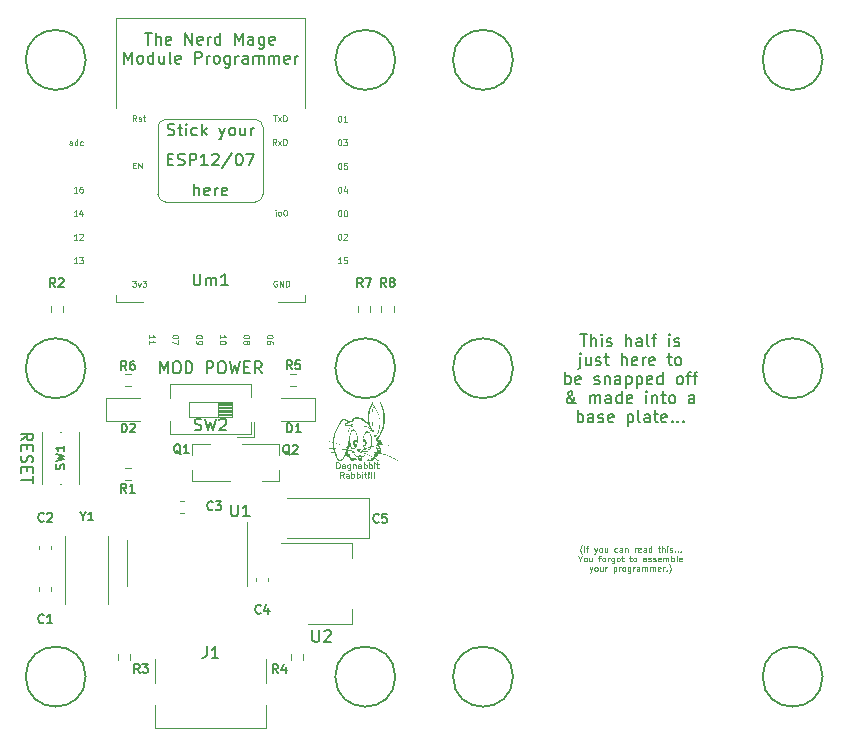
<source format=gbr>
%TF.GenerationSoftware,KiCad,Pcbnew,6.0.11+dfsg-1~bpo11+1*%
%TF.CreationDate,2023-07-14T01:26:02-04:00*%
%TF.ProjectId,ESP12,45535031-322e-46b6-9963-61645f706362,1.0.0*%
%TF.SameCoordinates,Original*%
%TF.FileFunction,Legend,Top*%
%TF.FilePolarity,Positive*%
%FSLAX46Y46*%
G04 Gerber Fmt 4.6, Leading zero omitted, Abs format (unit mm)*
G04 Created by KiCad (PCBNEW 6.0.11+dfsg-1~bpo11+1) date 2023-07-14 01:26:02*
%MOMM*%
%LPD*%
G01*
G04 APERTURE LIST*
%ADD10C,0.150000*%
%ADD11C,0.125000*%
%ADD12C,0.100000*%
%ADD13C,0.120000*%
G04 APERTURE END LIST*
D10*
X145714285Y-94452380D02*
X145714285Y-93452380D01*
X146047619Y-94166666D01*
X146380952Y-93452380D01*
X146380952Y-94452380D01*
X147047619Y-93452380D02*
X147238095Y-93452380D01*
X147333333Y-93500000D01*
X147428571Y-93595238D01*
X147476190Y-93785714D01*
X147476190Y-94119047D01*
X147428571Y-94309523D01*
X147333333Y-94404761D01*
X147238095Y-94452380D01*
X147047619Y-94452380D01*
X146952380Y-94404761D01*
X146857142Y-94309523D01*
X146809523Y-94119047D01*
X146809523Y-93785714D01*
X146857142Y-93595238D01*
X146952380Y-93500000D01*
X147047619Y-93452380D01*
X147904761Y-94452380D02*
X147904761Y-93452380D01*
X148142857Y-93452380D01*
X148285714Y-93500000D01*
X148380952Y-93595238D01*
X148428571Y-93690476D01*
X148476190Y-93880952D01*
X148476190Y-94023809D01*
X148428571Y-94214285D01*
X148380952Y-94309523D01*
X148285714Y-94404761D01*
X148142857Y-94452380D01*
X147904761Y-94452380D01*
X149666666Y-94452380D02*
X149666666Y-93452380D01*
X150047619Y-93452380D01*
X150142857Y-93500000D01*
X150190476Y-93547619D01*
X150238095Y-93642857D01*
X150238095Y-93785714D01*
X150190476Y-93880952D01*
X150142857Y-93928571D01*
X150047619Y-93976190D01*
X149666666Y-93976190D01*
X150857142Y-93452380D02*
X151047619Y-93452380D01*
X151142857Y-93500000D01*
X151238095Y-93595238D01*
X151285714Y-93785714D01*
X151285714Y-94119047D01*
X151238095Y-94309523D01*
X151142857Y-94404761D01*
X151047619Y-94452380D01*
X150857142Y-94452380D01*
X150761904Y-94404761D01*
X150666666Y-94309523D01*
X150619047Y-94119047D01*
X150619047Y-93785714D01*
X150666666Y-93595238D01*
X150761904Y-93500000D01*
X150857142Y-93452380D01*
X151619047Y-93452380D02*
X151857142Y-94452380D01*
X152047619Y-93738095D01*
X152238095Y-94452380D01*
X152476190Y-93452380D01*
X152857142Y-93928571D02*
X153190476Y-93928571D01*
X153333333Y-94452380D02*
X152857142Y-94452380D01*
X152857142Y-93452380D01*
X153333333Y-93452380D01*
X154333333Y-94452380D02*
X154000000Y-93976190D01*
X153761904Y-94452380D02*
X153761904Y-93452380D01*
X154142857Y-93452380D01*
X154238095Y-93500000D01*
X154285714Y-93547619D01*
X154333333Y-93642857D01*
X154333333Y-93785714D01*
X154285714Y-93880952D01*
X154238095Y-93928571D01*
X154142857Y-93976190D01*
X153761904Y-93976190D01*
D11*
X181452857Y-109771666D02*
X181429047Y-109747857D01*
X181381428Y-109676428D01*
X181357619Y-109628809D01*
X181333809Y-109557380D01*
X181310000Y-109438333D01*
X181310000Y-109343095D01*
X181333809Y-109224047D01*
X181357619Y-109152619D01*
X181381428Y-109105000D01*
X181429047Y-109033571D01*
X181452857Y-109009761D01*
X181643333Y-109581190D02*
X181643333Y-109081190D01*
X181810000Y-109247857D02*
X182000476Y-109247857D01*
X181881428Y-109581190D02*
X181881428Y-109152619D01*
X181905238Y-109105000D01*
X181952857Y-109081190D01*
X182000476Y-109081190D01*
X182500476Y-109247857D02*
X182619523Y-109581190D01*
X182738571Y-109247857D02*
X182619523Y-109581190D01*
X182571904Y-109700238D01*
X182548095Y-109724047D01*
X182500476Y-109747857D01*
X183000476Y-109581190D02*
X182952857Y-109557380D01*
X182929047Y-109533571D01*
X182905238Y-109485952D01*
X182905238Y-109343095D01*
X182929047Y-109295476D01*
X182952857Y-109271666D01*
X183000476Y-109247857D01*
X183071904Y-109247857D01*
X183119523Y-109271666D01*
X183143333Y-109295476D01*
X183167142Y-109343095D01*
X183167142Y-109485952D01*
X183143333Y-109533571D01*
X183119523Y-109557380D01*
X183071904Y-109581190D01*
X183000476Y-109581190D01*
X183595714Y-109247857D02*
X183595714Y-109581190D01*
X183381428Y-109247857D02*
X183381428Y-109509761D01*
X183405238Y-109557380D01*
X183452857Y-109581190D01*
X183524285Y-109581190D01*
X183571904Y-109557380D01*
X183595714Y-109533571D01*
X184429047Y-109557380D02*
X184381428Y-109581190D01*
X184286190Y-109581190D01*
X184238571Y-109557380D01*
X184214761Y-109533571D01*
X184190952Y-109485952D01*
X184190952Y-109343095D01*
X184214761Y-109295476D01*
X184238571Y-109271666D01*
X184286190Y-109247857D01*
X184381428Y-109247857D01*
X184429047Y-109271666D01*
X184857619Y-109581190D02*
X184857619Y-109319285D01*
X184833809Y-109271666D01*
X184786190Y-109247857D01*
X184690952Y-109247857D01*
X184643333Y-109271666D01*
X184857619Y-109557380D02*
X184810000Y-109581190D01*
X184690952Y-109581190D01*
X184643333Y-109557380D01*
X184619523Y-109509761D01*
X184619523Y-109462142D01*
X184643333Y-109414523D01*
X184690952Y-109390714D01*
X184810000Y-109390714D01*
X184857619Y-109366904D01*
X185095714Y-109247857D02*
X185095714Y-109581190D01*
X185095714Y-109295476D02*
X185119523Y-109271666D01*
X185167142Y-109247857D01*
X185238571Y-109247857D01*
X185286190Y-109271666D01*
X185310000Y-109319285D01*
X185310000Y-109581190D01*
X185929047Y-109581190D02*
X185929047Y-109247857D01*
X185929047Y-109343095D02*
X185952857Y-109295476D01*
X185976666Y-109271666D01*
X186024285Y-109247857D01*
X186071904Y-109247857D01*
X186429047Y-109557380D02*
X186381428Y-109581190D01*
X186286190Y-109581190D01*
X186238571Y-109557380D01*
X186214761Y-109509761D01*
X186214761Y-109319285D01*
X186238571Y-109271666D01*
X186286190Y-109247857D01*
X186381428Y-109247857D01*
X186429047Y-109271666D01*
X186452857Y-109319285D01*
X186452857Y-109366904D01*
X186214761Y-109414523D01*
X186881428Y-109581190D02*
X186881428Y-109319285D01*
X186857619Y-109271666D01*
X186810000Y-109247857D01*
X186714761Y-109247857D01*
X186667142Y-109271666D01*
X186881428Y-109557380D02*
X186833809Y-109581190D01*
X186714761Y-109581190D01*
X186667142Y-109557380D01*
X186643333Y-109509761D01*
X186643333Y-109462142D01*
X186667142Y-109414523D01*
X186714761Y-109390714D01*
X186833809Y-109390714D01*
X186881428Y-109366904D01*
X187333809Y-109581190D02*
X187333809Y-109081190D01*
X187333809Y-109557380D02*
X187286190Y-109581190D01*
X187190952Y-109581190D01*
X187143333Y-109557380D01*
X187119523Y-109533571D01*
X187095714Y-109485952D01*
X187095714Y-109343095D01*
X187119523Y-109295476D01*
X187143333Y-109271666D01*
X187190952Y-109247857D01*
X187286190Y-109247857D01*
X187333809Y-109271666D01*
X187881428Y-109247857D02*
X188071904Y-109247857D01*
X187952857Y-109081190D02*
X187952857Y-109509761D01*
X187976666Y-109557380D01*
X188024285Y-109581190D01*
X188071904Y-109581190D01*
X188238571Y-109581190D02*
X188238571Y-109081190D01*
X188452857Y-109581190D02*
X188452857Y-109319285D01*
X188429047Y-109271666D01*
X188381428Y-109247857D01*
X188310000Y-109247857D01*
X188262380Y-109271666D01*
X188238571Y-109295476D01*
X188690952Y-109581190D02*
X188690952Y-109247857D01*
X188690952Y-109081190D02*
X188667142Y-109105000D01*
X188690952Y-109128809D01*
X188714761Y-109105000D01*
X188690952Y-109081190D01*
X188690952Y-109128809D01*
X188905238Y-109557380D02*
X188952857Y-109581190D01*
X189048095Y-109581190D01*
X189095714Y-109557380D01*
X189119523Y-109509761D01*
X189119523Y-109485952D01*
X189095714Y-109438333D01*
X189048095Y-109414523D01*
X188976666Y-109414523D01*
X188929047Y-109390714D01*
X188905238Y-109343095D01*
X188905238Y-109319285D01*
X188929047Y-109271666D01*
X188976666Y-109247857D01*
X189048095Y-109247857D01*
X189095714Y-109271666D01*
X189333809Y-109533571D02*
X189357619Y-109557380D01*
X189333809Y-109581190D01*
X189310000Y-109557380D01*
X189333809Y-109533571D01*
X189333809Y-109581190D01*
X189571904Y-109533571D02*
X189595714Y-109557380D01*
X189571904Y-109581190D01*
X189548095Y-109557380D01*
X189571904Y-109533571D01*
X189571904Y-109581190D01*
X189810000Y-109533571D02*
X189833809Y-109557380D01*
X189810000Y-109581190D01*
X189786190Y-109557380D01*
X189810000Y-109533571D01*
X189810000Y-109581190D01*
X181298095Y-110148095D02*
X181298095Y-110386190D01*
X181131428Y-109886190D02*
X181298095Y-110148095D01*
X181464761Y-109886190D01*
X181702857Y-110386190D02*
X181655238Y-110362380D01*
X181631428Y-110338571D01*
X181607619Y-110290952D01*
X181607619Y-110148095D01*
X181631428Y-110100476D01*
X181655238Y-110076666D01*
X181702857Y-110052857D01*
X181774285Y-110052857D01*
X181821904Y-110076666D01*
X181845714Y-110100476D01*
X181869523Y-110148095D01*
X181869523Y-110290952D01*
X181845714Y-110338571D01*
X181821904Y-110362380D01*
X181774285Y-110386190D01*
X181702857Y-110386190D01*
X182298095Y-110052857D02*
X182298095Y-110386190D01*
X182083809Y-110052857D02*
X182083809Y-110314761D01*
X182107619Y-110362380D01*
X182155238Y-110386190D01*
X182226666Y-110386190D01*
X182274285Y-110362380D01*
X182298095Y-110338571D01*
X182845714Y-110052857D02*
X183036190Y-110052857D01*
X182917142Y-110386190D02*
X182917142Y-109957619D01*
X182940952Y-109910000D01*
X182988571Y-109886190D01*
X183036190Y-109886190D01*
X183274285Y-110386190D02*
X183226666Y-110362380D01*
X183202857Y-110338571D01*
X183179047Y-110290952D01*
X183179047Y-110148095D01*
X183202857Y-110100476D01*
X183226666Y-110076666D01*
X183274285Y-110052857D01*
X183345714Y-110052857D01*
X183393333Y-110076666D01*
X183417142Y-110100476D01*
X183440952Y-110148095D01*
X183440952Y-110290952D01*
X183417142Y-110338571D01*
X183393333Y-110362380D01*
X183345714Y-110386190D01*
X183274285Y-110386190D01*
X183655238Y-110386190D02*
X183655238Y-110052857D01*
X183655238Y-110148095D02*
X183679047Y-110100476D01*
X183702857Y-110076666D01*
X183750476Y-110052857D01*
X183798095Y-110052857D01*
X184179047Y-110052857D02*
X184179047Y-110457619D01*
X184155238Y-110505238D01*
X184131428Y-110529047D01*
X184083809Y-110552857D01*
X184012380Y-110552857D01*
X183964761Y-110529047D01*
X184179047Y-110362380D02*
X184131428Y-110386190D01*
X184036190Y-110386190D01*
X183988571Y-110362380D01*
X183964761Y-110338571D01*
X183940952Y-110290952D01*
X183940952Y-110148095D01*
X183964761Y-110100476D01*
X183988571Y-110076666D01*
X184036190Y-110052857D01*
X184131428Y-110052857D01*
X184179047Y-110076666D01*
X184488571Y-110386190D02*
X184440952Y-110362380D01*
X184417142Y-110338571D01*
X184393333Y-110290952D01*
X184393333Y-110148095D01*
X184417142Y-110100476D01*
X184440952Y-110076666D01*
X184488571Y-110052857D01*
X184560000Y-110052857D01*
X184607619Y-110076666D01*
X184631428Y-110100476D01*
X184655238Y-110148095D01*
X184655238Y-110290952D01*
X184631428Y-110338571D01*
X184607619Y-110362380D01*
X184560000Y-110386190D01*
X184488571Y-110386190D01*
X184798095Y-110052857D02*
X184988571Y-110052857D01*
X184869523Y-109886190D02*
X184869523Y-110314761D01*
X184893333Y-110362380D01*
X184940952Y-110386190D01*
X184988571Y-110386190D01*
X185464761Y-110052857D02*
X185655238Y-110052857D01*
X185536190Y-109886190D02*
X185536190Y-110314761D01*
X185560000Y-110362380D01*
X185607619Y-110386190D01*
X185655238Y-110386190D01*
X185893333Y-110386190D02*
X185845714Y-110362380D01*
X185821904Y-110338571D01*
X185798095Y-110290952D01*
X185798095Y-110148095D01*
X185821904Y-110100476D01*
X185845714Y-110076666D01*
X185893333Y-110052857D01*
X185964761Y-110052857D01*
X186012380Y-110076666D01*
X186036190Y-110100476D01*
X186060000Y-110148095D01*
X186060000Y-110290952D01*
X186036190Y-110338571D01*
X186012380Y-110362380D01*
X185964761Y-110386190D01*
X185893333Y-110386190D01*
X186869523Y-110386190D02*
X186869523Y-110124285D01*
X186845714Y-110076666D01*
X186798095Y-110052857D01*
X186702857Y-110052857D01*
X186655238Y-110076666D01*
X186869523Y-110362380D02*
X186821904Y-110386190D01*
X186702857Y-110386190D01*
X186655238Y-110362380D01*
X186631428Y-110314761D01*
X186631428Y-110267142D01*
X186655238Y-110219523D01*
X186702857Y-110195714D01*
X186821904Y-110195714D01*
X186869523Y-110171904D01*
X187083809Y-110362380D02*
X187131428Y-110386190D01*
X187226666Y-110386190D01*
X187274285Y-110362380D01*
X187298095Y-110314761D01*
X187298095Y-110290952D01*
X187274285Y-110243333D01*
X187226666Y-110219523D01*
X187155238Y-110219523D01*
X187107619Y-110195714D01*
X187083809Y-110148095D01*
X187083809Y-110124285D01*
X187107619Y-110076666D01*
X187155238Y-110052857D01*
X187226666Y-110052857D01*
X187274285Y-110076666D01*
X187488571Y-110362380D02*
X187536190Y-110386190D01*
X187631428Y-110386190D01*
X187679047Y-110362380D01*
X187702857Y-110314761D01*
X187702857Y-110290952D01*
X187679047Y-110243333D01*
X187631428Y-110219523D01*
X187560000Y-110219523D01*
X187512380Y-110195714D01*
X187488571Y-110148095D01*
X187488571Y-110124285D01*
X187512380Y-110076666D01*
X187560000Y-110052857D01*
X187631428Y-110052857D01*
X187679047Y-110076666D01*
X188107619Y-110362380D02*
X188060000Y-110386190D01*
X187964761Y-110386190D01*
X187917142Y-110362380D01*
X187893333Y-110314761D01*
X187893333Y-110124285D01*
X187917142Y-110076666D01*
X187964761Y-110052857D01*
X188060000Y-110052857D01*
X188107619Y-110076666D01*
X188131428Y-110124285D01*
X188131428Y-110171904D01*
X187893333Y-110219523D01*
X188345714Y-110386190D02*
X188345714Y-110052857D01*
X188345714Y-110100476D02*
X188369523Y-110076666D01*
X188417142Y-110052857D01*
X188488571Y-110052857D01*
X188536190Y-110076666D01*
X188560000Y-110124285D01*
X188560000Y-110386190D01*
X188560000Y-110124285D02*
X188583809Y-110076666D01*
X188631428Y-110052857D01*
X188702857Y-110052857D01*
X188750476Y-110076666D01*
X188774285Y-110124285D01*
X188774285Y-110386190D01*
X189012380Y-110386190D02*
X189012380Y-109886190D01*
X189012380Y-110076666D02*
X189060000Y-110052857D01*
X189155238Y-110052857D01*
X189202857Y-110076666D01*
X189226666Y-110100476D01*
X189250476Y-110148095D01*
X189250476Y-110290952D01*
X189226666Y-110338571D01*
X189202857Y-110362380D01*
X189155238Y-110386190D01*
X189060000Y-110386190D01*
X189012380Y-110362380D01*
X189536190Y-110386190D02*
X189488571Y-110362380D01*
X189464761Y-110314761D01*
X189464761Y-109886190D01*
X189917142Y-110362380D02*
X189869523Y-110386190D01*
X189774285Y-110386190D01*
X189726666Y-110362380D01*
X189702857Y-110314761D01*
X189702857Y-110124285D01*
X189726666Y-110076666D01*
X189774285Y-110052857D01*
X189869523Y-110052857D01*
X189917142Y-110076666D01*
X189940952Y-110124285D01*
X189940952Y-110171904D01*
X189702857Y-110219523D01*
X182107619Y-110857857D02*
X182226666Y-111191190D01*
X182345714Y-110857857D02*
X182226666Y-111191190D01*
X182179047Y-111310238D01*
X182155238Y-111334047D01*
X182107619Y-111357857D01*
X182607619Y-111191190D02*
X182560000Y-111167380D01*
X182536190Y-111143571D01*
X182512380Y-111095952D01*
X182512380Y-110953095D01*
X182536190Y-110905476D01*
X182560000Y-110881666D01*
X182607619Y-110857857D01*
X182679047Y-110857857D01*
X182726666Y-110881666D01*
X182750476Y-110905476D01*
X182774285Y-110953095D01*
X182774285Y-111095952D01*
X182750476Y-111143571D01*
X182726666Y-111167380D01*
X182679047Y-111191190D01*
X182607619Y-111191190D01*
X183202857Y-110857857D02*
X183202857Y-111191190D01*
X182988571Y-110857857D02*
X182988571Y-111119761D01*
X183012380Y-111167380D01*
X183060000Y-111191190D01*
X183131428Y-111191190D01*
X183179047Y-111167380D01*
X183202857Y-111143571D01*
X183440952Y-111191190D02*
X183440952Y-110857857D01*
X183440952Y-110953095D02*
X183464761Y-110905476D01*
X183488571Y-110881666D01*
X183536190Y-110857857D01*
X183583809Y-110857857D01*
X184131428Y-110857857D02*
X184131428Y-111357857D01*
X184131428Y-110881666D02*
X184179047Y-110857857D01*
X184274285Y-110857857D01*
X184321904Y-110881666D01*
X184345714Y-110905476D01*
X184369523Y-110953095D01*
X184369523Y-111095952D01*
X184345714Y-111143571D01*
X184321904Y-111167380D01*
X184274285Y-111191190D01*
X184179047Y-111191190D01*
X184131428Y-111167380D01*
X184583809Y-111191190D02*
X184583809Y-110857857D01*
X184583809Y-110953095D02*
X184607619Y-110905476D01*
X184631428Y-110881666D01*
X184679047Y-110857857D01*
X184726666Y-110857857D01*
X184964761Y-111191190D02*
X184917142Y-111167380D01*
X184893333Y-111143571D01*
X184869523Y-111095952D01*
X184869523Y-110953095D01*
X184893333Y-110905476D01*
X184917142Y-110881666D01*
X184964761Y-110857857D01*
X185036190Y-110857857D01*
X185083809Y-110881666D01*
X185107619Y-110905476D01*
X185131428Y-110953095D01*
X185131428Y-111095952D01*
X185107619Y-111143571D01*
X185083809Y-111167380D01*
X185036190Y-111191190D01*
X184964761Y-111191190D01*
X185560000Y-110857857D02*
X185560000Y-111262619D01*
X185536190Y-111310238D01*
X185512380Y-111334047D01*
X185464761Y-111357857D01*
X185393333Y-111357857D01*
X185345714Y-111334047D01*
X185560000Y-111167380D02*
X185512380Y-111191190D01*
X185417142Y-111191190D01*
X185369523Y-111167380D01*
X185345714Y-111143571D01*
X185321904Y-111095952D01*
X185321904Y-110953095D01*
X185345714Y-110905476D01*
X185369523Y-110881666D01*
X185417142Y-110857857D01*
X185512380Y-110857857D01*
X185560000Y-110881666D01*
X185798095Y-111191190D02*
X185798095Y-110857857D01*
X185798095Y-110953095D02*
X185821904Y-110905476D01*
X185845714Y-110881666D01*
X185893333Y-110857857D01*
X185940952Y-110857857D01*
X186321904Y-111191190D02*
X186321904Y-110929285D01*
X186298095Y-110881666D01*
X186250476Y-110857857D01*
X186155238Y-110857857D01*
X186107619Y-110881666D01*
X186321904Y-111167380D02*
X186274285Y-111191190D01*
X186155238Y-111191190D01*
X186107619Y-111167380D01*
X186083809Y-111119761D01*
X186083809Y-111072142D01*
X186107619Y-111024523D01*
X186155238Y-111000714D01*
X186274285Y-111000714D01*
X186321904Y-110976904D01*
X186560000Y-111191190D02*
X186560000Y-110857857D01*
X186560000Y-110905476D02*
X186583809Y-110881666D01*
X186631428Y-110857857D01*
X186702857Y-110857857D01*
X186750476Y-110881666D01*
X186774285Y-110929285D01*
X186774285Y-111191190D01*
X186774285Y-110929285D02*
X186798095Y-110881666D01*
X186845714Y-110857857D01*
X186917142Y-110857857D01*
X186964761Y-110881666D01*
X186988571Y-110929285D01*
X186988571Y-111191190D01*
X187226666Y-111191190D02*
X187226666Y-110857857D01*
X187226666Y-110905476D02*
X187250476Y-110881666D01*
X187298095Y-110857857D01*
X187369523Y-110857857D01*
X187417142Y-110881666D01*
X187440952Y-110929285D01*
X187440952Y-111191190D01*
X187440952Y-110929285D02*
X187464761Y-110881666D01*
X187512380Y-110857857D01*
X187583809Y-110857857D01*
X187631428Y-110881666D01*
X187655238Y-110929285D01*
X187655238Y-111191190D01*
X188083809Y-111167380D02*
X188036190Y-111191190D01*
X187940952Y-111191190D01*
X187893333Y-111167380D01*
X187869523Y-111119761D01*
X187869523Y-110929285D01*
X187893333Y-110881666D01*
X187940952Y-110857857D01*
X188036190Y-110857857D01*
X188083809Y-110881666D01*
X188107619Y-110929285D01*
X188107619Y-110976904D01*
X187869523Y-111024523D01*
X188321904Y-111191190D02*
X188321904Y-110857857D01*
X188321904Y-110953095D02*
X188345714Y-110905476D01*
X188369523Y-110881666D01*
X188417142Y-110857857D01*
X188464761Y-110857857D01*
X188631428Y-111143571D02*
X188655238Y-111167380D01*
X188631428Y-111191190D01*
X188607619Y-111167380D01*
X188631428Y-111143571D01*
X188631428Y-111191190D01*
X188821904Y-111381666D02*
X188845714Y-111357857D01*
X188893333Y-111286428D01*
X188917142Y-111238809D01*
X188940952Y-111167380D01*
X188964761Y-111048333D01*
X188964761Y-110953095D01*
X188940952Y-110834047D01*
X188917142Y-110762619D01*
X188893333Y-110715000D01*
X188845714Y-110643571D01*
X188821904Y-110619761D01*
D10*
X181321904Y-91152380D02*
X181893333Y-91152380D01*
X181607619Y-92152380D02*
X181607619Y-91152380D01*
X182226666Y-92152380D02*
X182226666Y-91152380D01*
X182655238Y-92152380D02*
X182655238Y-91628571D01*
X182607619Y-91533333D01*
X182512380Y-91485714D01*
X182369523Y-91485714D01*
X182274285Y-91533333D01*
X182226666Y-91580952D01*
X183131428Y-92152380D02*
X183131428Y-91485714D01*
X183131428Y-91152380D02*
X183083809Y-91200000D01*
X183131428Y-91247619D01*
X183179047Y-91200000D01*
X183131428Y-91152380D01*
X183131428Y-91247619D01*
X183560000Y-92104761D02*
X183655238Y-92152380D01*
X183845714Y-92152380D01*
X183940952Y-92104761D01*
X183988571Y-92009523D01*
X183988571Y-91961904D01*
X183940952Y-91866666D01*
X183845714Y-91819047D01*
X183702857Y-91819047D01*
X183607619Y-91771428D01*
X183560000Y-91676190D01*
X183560000Y-91628571D01*
X183607619Y-91533333D01*
X183702857Y-91485714D01*
X183845714Y-91485714D01*
X183940952Y-91533333D01*
X185179047Y-92152380D02*
X185179047Y-91152380D01*
X185607619Y-92152380D02*
X185607619Y-91628571D01*
X185560000Y-91533333D01*
X185464761Y-91485714D01*
X185321904Y-91485714D01*
X185226666Y-91533333D01*
X185179047Y-91580952D01*
X186512380Y-92152380D02*
X186512380Y-91628571D01*
X186464761Y-91533333D01*
X186369523Y-91485714D01*
X186179047Y-91485714D01*
X186083809Y-91533333D01*
X186512380Y-92104761D02*
X186417142Y-92152380D01*
X186179047Y-92152380D01*
X186083809Y-92104761D01*
X186036190Y-92009523D01*
X186036190Y-91914285D01*
X186083809Y-91819047D01*
X186179047Y-91771428D01*
X186417142Y-91771428D01*
X186512380Y-91723809D01*
X187131428Y-92152380D02*
X187036190Y-92104761D01*
X186988571Y-92009523D01*
X186988571Y-91152380D01*
X187369523Y-91485714D02*
X187750476Y-91485714D01*
X187512380Y-92152380D02*
X187512380Y-91295238D01*
X187560000Y-91200000D01*
X187655238Y-91152380D01*
X187750476Y-91152380D01*
X188845714Y-92152380D02*
X188845714Y-91485714D01*
X188845714Y-91152380D02*
X188798095Y-91200000D01*
X188845714Y-91247619D01*
X188893333Y-91200000D01*
X188845714Y-91152380D01*
X188845714Y-91247619D01*
X189274285Y-92104761D02*
X189369523Y-92152380D01*
X189560000Y-92152380D01*
X189655238Y-92104761D01*
X189702857Y-92009523D01*
X189702857Y-91961904D01*
X189655238Y-91866666D01*
X189560000Y-91819047D01*
X189417142Y-91819047D01*
X189321904Y-91771428D01*
X189274285Y-91676190D01*
X189274285Y-91628571D01*
X189321904Y-91533333D01*
X189417142Y-91485714D01*
X189560000Y-91485714D01*
X189655238Y-91533333D01*
X181298095Y-93095714D02*
X181298095Y-93952857D01*
X181250476Y-94048095D01*
X181155238Y-94095714D01*
X181107619Y-94095714D01*
X181298095Y-92762380D02*
X181250476Y-92810000D01*
X181298095Y-92857619D01*
X181345714Y-92810000D01*
X181298095Y-92762380D01*
X181298095Y-92857619D01*
X182202857Y-93095714D02*
X182202857Y-93762380D01*
X181774285Y-93095714D02*
X181774285Y-93619523D01*
X181821904Y-93714761D01*
X181917142Y-93762380D01*
X182060000Y-93762380D01*
X182155238Y-93714761D01*
X182202857Y-93667142D01*
X182631428Y-93714761D02*
X182726666Y-93762380D01*
X182917142Y-93762380D01*
X183012380Y-93714761D01*
X183060000Y-93619523D01*
X183060000Y-93571904D01*
X183012380Y-93476666D01*
X182917142Y-93429047D01*
X182774285Y-93429047D01*
X182679047Y-93381428D01*
X182631428Y-93286190D01*
X182631428Y-93238571D01*
X182679047Y-93143333D01*
X182774285Y-93095714D01*
X182917142Y-93095714D01*
X183012380Y-93143333D01*
X183345714Y-93095714D02*
X183726666Y-93095714D01*
X183488571Y-92762380D02*
X183488571Y-93619523D01*
X183536190Y-93714761D01*
X183631428Y-93762380D01*
X183726666Y-93762380D01*
X184821904Y-93762380D02*
X184821904Y-92762380D01*
X185250476Y-93762380D02*
X185250476Y-93238571D01*
X185202857Y-93143333D01*
X185107619Y-93095714D01*
X184964761Y-93095714D01*
X184869523Y-93143333D01*
X184821904Y-93190952D01*
X186107619Y-93714761D02*
X186012380Y-93762380D01*
X185821904Y-93762380D01*
X185726666Y-93714761D01*
X185679047Y-93619523D01*
X185679047Y-93238571D01*
X185726666Y-93143333D01*
X185821904Y-93095714D01*
X186012380Y-93095714D01*
X186107619Y-93143333D01*
X186155238Y-93238571D01*
X186155238Y-93333809D01*
X185679047Y-93429047D01*
X186583809Y-93762380D02*
X186583809Y-93095714D01*
X186583809Y-93286190D02*
X186631428Y-93190952D01*
X186679047Y-93143333D01*
X186774285Y-93095714D01*
X186869523Y-93095714D01*
X187583809Y-93714761D02*
X187488571Y-93762380D01*
X187298095Y-93762380D01*
X187202857Y-93714761D01*
X187155238Y-93619523D01*
X187155238Y-93238571D01*
X187202857Y-93143333D01*
X187298095Y-93095714D01*
X187488571Y-93095714D01*
X187583809Y-93143333D01*
X187631428Y-93238571D01*
X187631428Y-93333809D01*
X187155238Y-93429047D01*
X188679047Y-93095714D02*
X189060000Y-93095714D01*
X188821904Y-92762380D02*
X188821904Y-93619523D01*
X188869523Y-93714761D01*
X188964761Y-93762380D01*
X189060000Y-93762380D01*
X189536190Y-93762380D02*
X189440952Y-93714761D01*
X189393333Y-93667142D01*
X189345714Y-93571904D01*
X189345714Y-93286190D01*
X189393333Y-93190952D01*
X189440952Y-93143333D01*
X189536190Y-93095714D01*
X189679047Y-93095714D01*
X189774285Y-93143333D01*
X189821904Y-93190952D01*
X189869523Y-93286190D01*
X189869523Y-93571904D01*
X189821904Y-93667142D01*
X189774285Y-93714761D01*
X189679047Y-93762380D01*
X189536190Y-93762380D01*
X180036190Y-95372380D02*
X180036190Y-94372380D01*
X180036190Y-94753333D02*
X180131428Y-94705714D01*
X180321904Y-94705714D01*
X180417142Y-94753333D01*
X180464761Y-94800952D01*
X180512380Y-94896190D01*
X180512380Y-95181904D01*
X180464761Y-95277142D01*
X180417142Y-95324761D01*
X180321904Y-95372380D01*
X180131428Y-95372380D01*
X180036190Y-95324761D01*
X181321904Y-95324761D02*
X181226666Y-95372380D01*
X181036190Y-95372380D01*
X180940952Y-95324761D01*
X180893333Y-95229523D01*
X180893333Y-94848571D01*
X180940952Y-94753333D01*
X181036190Y-94705714D01*
X181226666Y-94705714D01*
X181321904Y-94753333D01*
X181369523Y-94848571D01*
X181369523Y-94943809D01*
X180893333Y-95039047D01*
X182512380Y-95324761D02*
X182607619Y-95372380D01*
X182798095Y-95372380D01*
X182893333Y-95324761D01*
X182940952Y-95229523D01*
X182940952Y-95181904D01*
X182893333Y-95086666D01*
X182798095Y-95039047D01*
X182655238Y-95039047D01*
X182560000Y-94991428D01*
X182512380Y-94896190D01*
X182512380Y-94848571D01*
X182560000Y-94753333D01*
X182655238Y-94705714D01*
X182798095Y-94705714D01*
X182893333Y-94753333D01*
X183369523Y-94705714D02*
X183369523Y-95372380D01*
X183369523Y-94800952D02*
X183417142Y-94753333D01*
X183512380Y-94705714D01*
X183655238Y-94705714D01*
X183750476Y-94753333D01*
X183798095Y-94848571D01*
X183798095Y-95372380D01*
X184702857Y-95372380D02*
X184702857Y-94848571D01*
X184655238Y-94753333D01*
X184560000Y-94705714D01*
X184369523Y-94705714D01*
X184274285Y-94753333D01*
X184702857Y-95324761D02*
X184607619Y-95372380D01*
X184369523Y-95372380D01*
X184274285Y-95324761D01*
X184226666Y-95229523D01*
X184226666Y-95134285D01*
X184274285Y-95039047D01*
X184369523Y-94991428D01*
X184607619Y-94991428D01*
X184702857Y-94943809D01*
X185179047Y-94705714D02*
X185179047Y-95705714D01*
X185179047Y-94753333D02*
X185274285Y-94705714D01*
X185464761Y-94705714D01*
X185560000Y-94753333D01*
X185607619Y-94800952D01*
X185655238Y-94896190D01*
X185655238Y-95181904D01*
X185607619Y-95277142D01*
X185560000Y-95324761D01*
X185464761Y-95372380D01*
X185274285Y-95372380D01*
X185179047Y-95324761D01*
X186083809Y-94705714D02*
X186083809Y-95705714D01*
X186083809Y-94753333D02*
X186179047Y-94705714D01*
X186369523Y-94705714D01*
X186464761Y-94753333D01*
X186512380Y-94800952D01*
X186560000Y-94896190D01*
X186560000Y-95181904D01*
X186512380Y-95277142D01*
X186464761Y-95324761D01*
X186369523Y-95372380D01*
X186179047Y-95372380D01*
X186083809Y-95324761D01*
X187369523Y-95324761D02*
X187274285Y-95372380D01*
X187083809Y-95372380D01*
X186988571Y-95324761D01*
X186940952Y-95229523D01*
X186940952Y-94848571D01*
X186988571Y-94753333D01*
X187083809Y-94705714D01*
X187274285Y-94705714D01*
X187369523Y-94753333D01*
X187417142Y-94848571D01*
X187417142Y-94943809D01*
X186940952Y-95039047D01*
X188274285Y-95372380D02*
X188274285Y-94372380D01*
X188274285Y-95324761D02*
X188179047Y-95372380D01*
X187988571Y-95372380D01*
X187893333Y-95324761D01*
X187845714Y-95277142D01*
X187798095Y-95181904D01*
X187798095Y-94896190D01*
X187845714Y-94800952D01*
X187893333Y-94753333D01*
X187988571Y-94705714D01*
X188179047Y-94705714D01*
X188274285Y-94753333D01*
X189655238Y-95372380D02*
X189560000Y-95324761D01*
X189512380Y-95277142D01*
X189464761Y-95181904D01*
X189464761Y-94896190D01*
X189512380Y-94800952D01*
X189560000Y-94753333D01*
X189655238Y-94705714D01*
X189798095Y-94705714D01*
X189893333Y-94753333D01*
X189940952Y-94800952D01*
X189988571Y-94896190D01*
X189988571Y-95181904D01*
X189940952Y-95277142D01*
X189893333Y-95324761D01*
X189798095Y-95372380D01*
X189655238Y-95372380D01*
X190274285Y-94705714D02*
X190655238Y-94705714D01*
X190417142Y-95372380D02*
X190417142Y-94515238D01*
X190464761Y-94420000D01*
X190560000Y-94372380D01*
X190655238Y-94372380D01*
X190845714Y-94705714D02*
X191226666Y-94705714D01*
X190988571Y-95372380D02*
X190988571Y-94515238D01*
X191036190Y-94420000D01*
X191131428Y-94372380D01*
X191226666Y-94372380D01*
X180964761Y-96982380D02*
X180917142Y-96982380D01*
X180821904Y-96934761D01*
X180679047Y-96791904D01*
X180440952Y-96506190D01*
X180345714Y-96363333D01*
X180298095Y-96220476D01*
X180298095Y-96125238D01*
X180345714Y-96030000D01*
X180440952Y-95982380D01*
X180488571Y-95982380D01*
X180583809Y-96030000D01*
X180631428Y-96125238D01*
X180631428Y-96172857D01*
X180583809Y-96268095D01*
X180536190Y-96315714D01*
X180250476Y-96506190D01*
X180202857Y-96553809D01*
X180155238Y-96649047D01*
X180155238Y-96791904D01*
X180202857Y-96887142D01*
X180250476Y-96934761D01*
X180345714Y-96982380D01*
X180488571Y-96982380D01*
X180583809Y-96934761D01*
X180631428Y-96887142D01*
X180774285Y-96696666D01*
X180821904Y-96553809D01*
X180821904Y-96458571D01*
X182155238Y-96982380D02*
X182155238Y-96315714D01*
X182155238Y-96410952D02*
X182202857Y-96363333D01*
X182298095Y-96315714D01*
X182440952Y-96315714D01*
X182536190Y-96363333D01*
X182583809Y-96458571D01*
X182583809Y-96982380D01*
X182583809Y-96458571D02*
X182631428Y-96363333D01*
X182726666Y-96315714D01*
X182869523Y-96315714D01*
X182964761Y-96363333D01*
X183012380Y-96458571D01*
X183012380Y-96982380D01*
X183917142Y-96982380D02*
X183917142Y-96458571D01*
X183869523Y-96363333D01*
X183774285Y-96315714D01*
X183583809Y-96315714D01*
X183488571Y-96363333D01*
X183917142Y-96934761D02*
X183821904Y-96982380D01*
X183583809Y-96982380D01*
X183488571Y-96934761D01*
X183440952Y-96839523D01*
X183440952Y-96744285D01*
X183488571Y-96649047D01*
X183583809Y-96601428D01*
X183821904Y-96601428D01*
X183917142Y-96553809D01*
X184821904Y-96982380D02*
X184821904Y-95982380D01*
X184821904Y-96934761D02*
X184726666Y-96982380D01*
X184536190Y-96982380D01*
X184440952Y-96934761D01*
X184393333Y-96887142D01*
X184345714Y-96791904D01*
X184345714Y-96506190D01*
X184393333Y-96410952D01*
X184440952Y-96363333D01*
X184536190Y-96315714D01*
X184726666Y-96315714D01*
X184821904Y-96363333D01*
X185679047Y-96934761D02*
X185583809Y-96982380D01*
X185393333Y-96982380D01*
X185298095Y-96934761D01*
X185250476Y-96839523D01*
X185250476Y-96458571D01*
X185298095Y-96363333D01*
X185393333Y-96315714D01*
X185583809Y-96315714D01*
X185679047Y-96363333D01*
X185726666Y-96458571D01*
X185726666Y-96553809D01*
X185250476Y-96649047D01*
X186917142Y-96982380D02*
X186917142Y-96315714D01*
X186917142Y-95982380D02*
X186869523Y-96030000D01*
X186917142Y-96077619D01*
X186964761Y-96030000D01*
X186917142Y-95982380D01*
X186917142Y-96077619D01*
X187393333Y-96315714D02*
X187393333Y-96982380D01*
X187393333Y-96410952D02*
X187440952Y-96363333D01*
X187536190Y-96315714D01*
X187679047Y-96315714D01*
X187774285Y-96363333D01*
X187821904Y-96458571D01*
X187821904Y-96982380D01*
X188155238Y-96315714D02*
X188536190Y-96315714D01*
X188298095Y-95982380D02*
X188298095Y-96839523D01*
X188345714Y-96934761D01*
X188440952Y-96982380D01*
X188536190Y-96982380D01*
X189012380Y-96982380D02*
X188917142Y-96934761D01*
X188869523Y-96887142D01*
X188821904Y-96791904D01*
X188821904Y-96506190D01*
X188869523Y-96410952D01*
X188917142Y-96363333D01*
X189012380Y-96315714D01*
X189155238Y-96315714D01*
X189250476Y-96363333D01*
X189298095Y-96410952D01*
X189345714Y-96506190D01*
X189345714Y-96791904D01*
X189298095Y-96887142D01*
X189250476Y-96934761D01*
X189155238Y-96982380D01*
X189012380Y-96982380D01*
X190964761Y-96982380D02*
X190964761Y-96458571D01*
X190917142Y-96363333D01*
X190821904Y-96315714D01*
X190631428Y-96315714D01*
X190536190Y-96363333D01*
X190964761Y-96934761D02*
X190869523Y-96982380D01*
X190631428Y-96982380D01*
X190536190Y-96934761D01*
X190488571Y-96839523D01*
X190488571Y-96744285D01*
X190536190Y-96649047D01*
X190631428Y-96601428D01*
X190869523Y-96601428D01*
X190964761Y-96553809D01*
X181083809Y-98592380D02*
X181083809Y-97592380D01*
X181083809Y-97973333D02*
X181179047Y-97925714D01*
X181369523Y-97925714D01*
X181464761Y-97973333D01*
X181512380Y-98020952D01*
X181560000Y-98116190D01*
X181560000Y-98401904D01*
X181512380Y-98497142D01*
X181464761Y-98544761D01*
X181369523Y-98592380D01*
X181179047Y-98592380D01*
X181083809Y-98544761D01*
X182417142Y-98592380D02*
X182417142Y-98068571D01*
X182369523Y-97973333D01*
X182274285Y-97925714D01*
X182083809Y-97925714D01*
X181988571Y-97973333D01*
X182417142Y-98544761D02*
X182321904Y-98592380D01*
X182083809Y-98592380D01*
X181988571Y-98544761D01*
X181940952Y-98449523D01*
X181940952Y-98354285D01*
X181988571Y-98259047D01*
X182083809Y-98211428D01*
X182321904Y-98211428D01*
X182417142Y-98163809D01*
X182845714Y-98544761D02*
X182940952Y-98592380D01*
X183131428Y-98592380D01*
X183226666Y-98544761D01*
X183274285Y-98449523D01*
X183274285Y-98401904D01*
X183226666Y-98306666D01*
X183131428Y-98259047D01*
X182988571Y-98259047D01*
X182893333Y-98211428D01*
X182845714Y-98116190D01*
X182845714Y-98068571D01*
X182893333Y-97973333D01*
X182988571Y-97925714D01*
X183131428Y-97925714D01*
X183226666Y-97973333D01*
X184083809Y-98544761D02*
X183988571Y-98592380D01*
X183798095Y-98592380D01*
X183702857Y-98544761D01*
X183655238Y-98449523D01*
X183655238Y-98068571D01*
X183702857Y-97973333D01*
X183798095Y-97925714D01*
X183988571Y-97925714D01*
X184083809Y-97973333D01*
X184131428Y-98068571D01*
X184131428Y-98163809D01*
X183655238Y-98259047D01*
X185321904Y-97925714D02*
X185321904Y-98925714D01*
X185321904Y-97973333D02*
X185417142Y-97925714D01*
X185607619Y-97925714D01*
X185702857Y-97973333D01*
X185750476Y-98020952D01*
X185798095Y-98116190D01*
X185798095Y-98401904D01*
X185750476Y-98497142D01*
X185702857Y-98544761D01*
X185607619Y-98592380D01*
X185417142Y-98592380D01*
X185321904Y-98544761D01*
X186369523Y-98592380D02*
X186274285Y-98544761D01*
X186226666Y-98449523D01*
X186226666Y-97592380D01*
X187179047Y-98592380D02*
X187179047Y-98068571D01*
X187131428Y-97973333D01*
X187036190Y-97925714D01*
X186845714Y-97925714D01*
X186750476Y-97973333D01*
X187179047Y-98544761D02*
X187083809Y-98592380D01*
X186845714Y-98592380D01*
X186750476Y-98544761D01*
X186702857Y-98449523D01*
X186702857Y-98354285D01*
X186750476Y-98259047D01*
X186845714Y-98211428D01*
X187083809Y-98211428D01*
X187179047Y-98163809D01*
X187512380Y-97925714D02*
X187893333Y-97925714D01*
X187655238Y-97592380D02*
X187655238Y-98449523D01*
X187702857Y-98544761D01*
X187798095Y-98592380D01*
X187893333Y-98592380D01*
X188607619Y-98544761D02*
X188512380Y-98592380D01*
X188321904Y-98592380D01*
X188226666Y-98544761D01*
X188179047Y-98449523D01*
X188179047Y-98068571D01*
X188226666Y-97973333D01*
X188321904Y-97925714D01*
X188512380Y-97925714D01*
X188607619Y-97973333D01*
X188655238Y-98068571D01*
X188655238Y-98163809D01*
X188179047Y-98259047D01*
X189083809Y-98497142D02*
X189131428Y-98544761D01*
X189083809Y-98592380D01*
X189036190Y-98544761D01*
X189083809Y-98497142D01*
X189083809Y-98592380D01*
X189560000Y-98497142D02*
X189607619Y-98544761D01*
X189560000Y-98592380D01*
X189512380Y-98544761D01*
X189560000Y-98497142D01*
X189560000Y-98592380D01*
X190036190Y-98497142D02*
X190083809Y-98544761D01*
X190036190Y-98592380D01*
X189988571Y-98544761D01*
X190036190Y-98497142D01*
X190036190Y-98592380D01*
X133957408Y-100138110D02*
X134433598Y-99804776D01*
X133957408Y-99566681D02*
X134957408Y-99566681D01*
X134957408Y-99947633D01*
X134909789Y-100042871D01*
X134862169Y-100090491D01*
X134766931Y-100138110D01*
X134624074Y-100138110D01*
X134528836Y-100090491D01*
X134481217Y-100042871D01*
X134433598Y-99947633D01*
X134433598Y-99566681D01*
X134481217Y-100566681D02*
X134481217Y-100900014D01*
X133957408Y-101042871D02*
X133957408Y-100566681D01*
X134957408Y-100566681D01*
X134957408Y-101042871D01*
X134005027Y-101423824D02*
X133957408Y-101566681D01*
X133957408Y-101804776D01*
X134005027Y-101900014D01*
X134052646Y-101947633D01*
X134147884Y-101995252D01*
X134243122Y-101995252D01*
X134338360Y-101947633D01*
X134385979Y-101900014D01*
X134433598Y-101804776D01*
X134481217Y-101614300D01*
X134528836Y-101519062D01*
X134576455Y-101471443D01*
X134671693Y-101423824D01*
X134766931Y-101423824D01*
X134862169Y-101471443D01*
X134909789Y-101519062D01*
X134957408Y-101614300D01*
X134957408Y-101852395D01*
X134909789Y-101995252D01*
X134481217Y-102423824D02*
X134481217Y-102757157D01*
X133957408Y-102900014D02*
X133957408Y-102423824D01*
X134957408Y-102423824D01*
X134957408Y-102900014D01*
X134957408Y-103185729D02*
X134957408Y-103757157D01*
X133957408Y-103471443D02*
X134957408Y-103471443D01*
X144452380Y-65627380D02*
X145023809Y-65627380D01*
X144738095Y-66627380D02*
X144738095Y-65627380D01*
X145357142Y-66627380D02*
X145357142Y-65627380D01*
X145785714Y-66627380D02*
X145785714Y-66103571D01*
X145738095Y-66008333D01*
X145642857Y-65960714D01*
X145500000Y-65960714D01*
X145404761Y-66008333D01*
X145357142Y-66055952D01*
X146642857Y-66579761D02*
X146547619Y-66627380D01*
X146357142Y-66627380D01*
X146261904Y-66579761D01*
X146214285Y-66484523D01*
X146214285Y-66103571D01*
X146261904Y-66008333D01*
X146357142Y-65960714D01*
X146547619Y-65960714D01*
X146642857Y-66008333D01*
X146690476Y-66103571D01*
X146690476Y-66198809D01*
X146214285Y-66294047D01*
X147880952Y-66627380D02*
X147880952Y-65627380D01*
X148452380Y-66627380D01*
X148452380Y-65627380D01*
X149309523Y-66579761D02*
X149214285Y-66627380D01*
X149023809Y-66627380D01*
X148928571Y-66579761D01*
X148880952Y-66484523D01*
X148880952Y-66103571D01*
X148928571Y-66008333D01*
X149023809Y-65960714D01*
X149214285Y-65960714D01*
X149309523Y-66008333D01*
X149357142Y-66103571D01*
X149357142Y-66198809D01*
X148880952Y-66294047D01*
X149785714Y-66627380D02*
X149785714Y-65960714D01*
X149785714Y-66151190D02*
X149833333Y-66055952D01*
X149880952Y-66008333D01*
X149976190Y-65960714D01*
X150071428Y-65960714D01*
X150833333Y-66627380D02*
X150833333Y-65627380D01*
X150833333Y-66579761D02*
X150738095Y-66627380D01*
X150547619Y-66627380D01*
X150452380Y-66579761D01*
X150404761Y-66532142D01*
X150357142Y-66436904D01*
X150357142Y-66151190D01*
X150404761Y-66055952D01*
X150452380Y-66008333D01*
X150547619Y-65960714D01*
X150738095Y-65960714D01*
X150833333Y-66008333D01*
X152071428Y-66627380D02*
X152071428Y-65627380D01*
X152404761Y-66341666D01*
X152738095Y-65627380D01*
X152738095Y-66627380D01*
X153642857Y-66627380D02*
X153642857Y-66103571D01*
X153595238Y-66008333D01*
X153500000Y-65960714D01*
X153309523Y-65960714D01*
X153214285Y-66008333D01*
X153642857Y-66579761D02*
X153547619Y-66627380D01*
X153309523Y-66627380D01*
X153214285Y-66579761D01*
X153166666Y-66484523D01*
X153166666Y-66389285D01*
X153214285Y-66294047D01*
X153309523Y-66246428D01*
X153547619Y-66246428D01*
X153642857Y-66198809D01*
X154547619Y-65960714D02*
X154547619Y-66770238D01*
X154500000Y-66865476D01*
X154452380Y-66913095D01*
X154357142Y-66960714D01*
X154214285Y-66960714D01*
X154119047Y-66913095D01*
X154547619Y-66579761D02*
X154452380Y-66627380D01*
X154261904Y-66627380D01*
X154166666Y-66579761D01*
X154119047Y-66532142D01*
X154071428Y-66436904D01*
X154071428Y-66151190D01*
X154119047Y-66055952D01*
X154166666Y-66008333D01*
X154261904Y-65960714D01*
X154452380Y-65960714D01*
X154547619Y-66008333D01*
X155404761Y-66579761D02*
X155309523Y-66627380D01*
X155119047Y-66627380D01*
X155023809Y-66579761D01*
X154976190Y-66484523D01*
X154976190Y-66103571D01*
X155023809Y-66008333D01*
X155119047Y-65960714D01*
X155309523Y-65960714D01*
X155404761Y-66008333D01*
X155452380Y-66103571D01*
X155452380Y-66198809D01*
X154976190Y-66294047D01*
X142690476Y-68237380D02*
X142690476Y-67237380D01*
X143023809Y-67951666D01*
X143357142Y-67237380D01*
X143357142Y-68237380D01*
X143976190Y-68237380D02*
X143880952Y-68189761D01*
X143833333Y-68142142D01*
X143785714Y-68046904D01*
X143785714Y-67761190D01*
X143833333Y-67665952D01*
X143880952Y-67618333D01*
X143976190Y-67570714D01*
X144119047Y-67570714D01*
X144214285Y-67618333D01*
X144261904Y-67665952D01*
X144309523Y-67761190D01*
X144309523Y-68046904D01*
X144261904Y-68142142D01*
X144214285Y-68189761D01*
X144119047Y-68237380D01*
X143976190Y-68237380D01*
X145166666Y-68237380D02*
X145166666Y-67237380D01*
X145166666Y-68189761D02*
X145071428Y-68237380D01*
X144880952Y-68237380D01*
X144785714Y-68189761D01*
X144738095Y-68142142D01*
X144690476Y-68046904D01*
X144690476Y-67761190D01*
X144738095Y-67665952D01*
X144785714Y-67618333D01*
X144880952Y-67570714D01*
X145071428Y-67570714D01*
X145166666Y-67618333D01*
X146071428Y-67570714D02*
X146071428Y-68237380D01*
X145642857Y-67570714D02*
X145642857Y-68094523D01*
X145690476Y-68189761D01*
X145785714Y-68237380D01*
X145928571Y-68237380D01*
X146023809Y-68189761D01*
X146071428Y-68142142D01*
X146690476Y-68237380D02*
X146595238Y-68189761D01*
X146547619Y-68094523D01*
X146547619Y-67237380D01*
X147452380Y-68189761D02*
X147357142Y-68237380D01*
X147166666Y-68237380D01*
X147071428Y-68189761D01*
X147023809Y-68094523D01*
X147023809Y-67713571D01*
X147071428Y-67618333D01*
X147166666Y-67570714D01*
X147357142Y-67570714D01*
X147452380Y-67618333D01*
X147500000Y-67713571D01*
X147500000Y-67808809D01*
X147023809Y-67904047D01*
X148690476Y-68237380D02*
X148690476Y-67237380D01*
X149071428Y-67237380D01*
X149166666Y-67285000D01*
X149214285Y-67332619D01*
X149261904Y-67427857D01*
X149261904Y-67570714D01*
X149214285Y-67665952D01*
X149166666Y-67713571D01*
X149071428Y-67761190D01*
X148690476Y-67761190D01*
X149690476Y-68237380D02*
X149690476Y-67570714D01*
X149690476Y-67761190D02*
X149738095Y-67665952D01*
X149785714Y-67618333D01*
X149880952Y-67570714D01*
X149976190Y-67570714D01*
X150452380Y-68237380D02*
X150357142Y-68189761D01*
X150309523Y-68142142D01*
X150261904Y-68046904D01*
X150261904Y-67761190D01*
X150309523Y-67665952D01*
X150357142Y-67618333D01*
X150452380Y-67570714D01*
X150595238Y-67570714D01*
X150690476Y-67618333D01*
X150738095Y-67665952D01*
X150785714Y-67761190D01*
X150785714Y-68046904D01*
X150738095Y-68142142D01*
X150690476Y-68189761D01*
X150595238Y-68237380D01*
X150452380Y-68237380D01*
X151642857Y-67570714D02*
X151642857Y-68380238D01*
X151595238Y-68475476D01*
X151547619Y-68523095D01*
X151452380Y-68570714D01*
X151309523Y-68570714D01*
X151214285Y-68523095D01*
X151642857Y-68189761D02*
X151547619Y-68237380D01*
X151357142Y-68237380D01*
X151261904Y-68189761D01*
X151214285Y-68142142D01*
X151166666Y-68046904D01*
X151166666Y-67761190D01*
X151214285Y-67665952D01*
X151261904Y-67618333D01*
X151357142Y-67570714D01*
X151547619Y-67570714D01*
X151642857Y-67618333D01*
X152119047Y-68237380D02*
X152119047Y-67570714D01*
X152119047Y-67761190D02*
X152166666Y-67665952D01*
X152214285Y-67618333D01*
X152309523Y-67570714D01*
X152404761Y-67570714D01*
X153166666Y-68237380D02*
X153166666Y-67713571D01*
X153119047Y-67618333D01*
X153023809Y-67570714D01*
X152833333Y-67570714D01*
X152738095Y-67618333D01*
X153166666Y-68189761D02*
X153071428Y-68237380D01*
X152833333Y-68237380D01*
X152738095Y-68189761D01*
X152690476Y-68094523D01*
X152690476Y-67999285D01*
X152738095Y-67904047D01*
X152833333Y-67856428D01*
X153071428Y-67856428D01*
X153166666Y-67808809D01*
X153642857Y-68237380D02*
X153642857Y-67570714D01*
X153642857Y-67665952D02*
X153690476Y-67618333D01*
X153785714Y-67570714D01*
X153928571Y-67570714D01*
X154023809Y-67618333D01*
X154071428Y-67713571D01*
X154071428Y-68237380D01*
X154071428Y-67713571D02*
X154119047Y-67618333D01*
X154214285Y-67570714D01*
X154357142Y-67570714D01*
X154452380Y-67618333D01*
X154500000Y-67713571D01*
X154500000Y-68237380D01*
X154976190Y-68237380D02*
X154976190Y-67570714D01*
X154976190Y-67665952D02*
X155023809Y-67618333D01*
X155119047Y-67570714D01*
X155261904Y-67570714D01*
X155357142Y-67618333D01*
X155404761Y-67713571D01*
X155404761Y-68237380D01*
X155404761Y-67713571D02*
X155452380Y-67618333D01*
X155547619Y-67570714D01*
X155690476Y-67570714D01*
X155785714Y-67618333D01*
X155833333Y-67713571D01*
X155833333Y-68237380D01*
X156690476Y-68189761D02*
X156595238Y-68237380D01*
X156404761Y-68237380D01*
X156309523Y-68189761D01*
X156261904Y-68094523D01*
X156261904Y-67713571D01*
X156309523Y-67618333D01*
X156404761Y-67570714D01*
X156595238Y-67570714D01*
X156690476Y-67618333D01*
X156738095Y-67713571D01*
X156738095Y-67808809D01*
X156261904Y-67904047D01*
X157166666Y-68237380D02*
X157166666Y-67570714D01*
X157166666Y-67761190D02*
X157214285Y-67665952D01*
X157261904Y-67618333D01*
X157357142Y-67570714D01*
X157452380Y-67570714D01*
%TO.C,C2*%
X135875000Y-106945312D02*
X135839285Y-106981026D01*
X135732142Y-107016740D01*
X135660714Y-107016740D01*
X135553571Y-106981026D01*
X135482142Y-106909597D01*
X135446428Y-106838169D01*
X135410714Y-106695312D01*
X135410714Y-106588169D01*
X135446428Y-106445312D01*
X135482142Y-106373883D01*
X135553571Y-106302455D01*
X135660714Y-106266740D01*
X135732142Y-106266740D01*
X135839285Y-106302455D01*
X135875000Y-106338169D01*
X136160714Y-106338169D02*
X136196428Y-106302455D01*
X136267857Y-106266740D01*
X136446428Y-106266740D01*
X136517857Y-106302455D01*
X136553571Y-106338169D01*
X136589285Y-106409597D01*
X136589285Y-106481026D01*
X136553571Y-106588169D01*
X136125000Y-107016740D01*
X136589285Y-107016740D01*
%TO.C,C5*%
X164238526Y-107033816D02*
X164202811Y-107069530D01*
X164095668Y-107105244D01*
X164024240Y-107105244D01*
X163917097Y-107069530D01*
X163845668Y-106998101D01*
X163809954Y-106926673D01*
X163774240Y-106783816D01*
X163774240Y-106676673D01*
X163809954Y-106533816D01*
X163845668Y-106462387D01*
X163917097Y-106390959D01*
X164024240Y-106355244D01*
X164095668Y-106355244D01*
X164202811Y-106390959D01*
X164238526Y-106426673D01*
X164917097Y-106355244D02*
X164559954Y-106355244D01*
X164524240Y-106712387D01*
X164559954Y-106676673D01*
X164631383Y-106640959D01*
X164809954Y-106640959D01*
X164881383Y-106676673D01*
X164917097Y-106712387D01*
X164952811Y-106783816D01*
X164952811Y-106962387D01*
X164917097Y-107033816D01*
X164881383Y-107069530D01*
X164809954Y-107105244D01*
X164631383Y-107105244D01*
X164559954Y-107069530D01*
X164524240Y-107033816D01*
%TO.C,J1*%
X149666666Y-117559835D02*
X149666666Y-118274121D01*
X149619047Y-118416978D01*
X149523809Y-118512216D01*
X149380952Y-118559835D01*
X149285714Y-118559835D01*
X150666666Y-118559835D02*
X150095238Y-118559835D01*
X150380952Y-118559835D02*
X150380952Y-117559835D01*
X150285714Y-117702693D01*
X150190476Y-117797931D01*
X150095238Y-117845550D01*
%TO.C,R2*%
X136875000Y-87139285D02*
X136625000Y-86782142D01*
X136446428Y-87139285D02*
X136446428Y-86389285D01*
X136732142Y-86389285D01*
X136803571Y-86425000D01*
X136839285Y-86460714D01*
X136875000Y-86532142D01*
X136875000Y-86639285D01*
X136839285Y-86710714D01*
X136803571Y-86746428D01*
X136732142Y-86782142D01*
X136446428Y-86782142D01*
X137160714Y-86460714D02*
X137196428Y-86425000D01*
X137267857Y-86389285D01*
X137446428Y-86389285D01*
X137517857Y-86425000D01*
X137553571Y-86460714D01*
X137589285Y-86532142D01*
X137589285Y-86603571D01*
X137553571Y-86710714D01*
X137125000Y-87139285D01*
X137589285Y-87139285D01*
D12*
%TO.C,REF\u002A\u002A*%
X160665110Y-102496437D02*
X160665110Y-101996437D01*
X160784157Y-101996437D01*
X160855586Y-102020247D01*
X160903205Y-102067866D01*
X160927014Y-102115485D01*
X160950824Y-102210723D01*
X160950824Y-102282151D01*
X160927014Y-102377389D01*
X160903205Y-102425008D01*
X160855586Y-102472627D01*
X160784157Y-102496437D01*
X160665110Y-102496437D01*
X161379395Y-102496437D02*
X161379395Y-102234532D01*
X161355586Y-102186913D01*
X161307967Y-102163104D01*
X161212729Y-102163104D01*
X161165110Y-102186913D01*
X161379395Y-102472627D02*
X161331776Y-102496437D01*
X161212729Y-102496437D01*
X161165110Y-102472627D01*
X161141300Y-102425008D01*
X161141300Y-102377389D01*
X161165110Y-102329770D01*
X161212729Y-102305961D01*
X161331776Y-102305961D01*
X161379395Y-102282151D01*
X161831776Y-102163104D02*
X161831776Y-102567866D01*
X161807967Y-102615485D01*
X161784157Y-102639294D01*
X161736538Y-102663104D01*
X161665110Y-102663104D01*
X161617490Y-102639294D01*
X161831776Y-102472627D02*
X161784157Y-102496437D01*
X161688919Y-102496437D01*
X161641300Y-102472627D01*
X161617490Y-102448818D01*
X161593681Y-102401199D01*
X161593681Y-102258342D01*
X161617490Y-102210723D01*
X161641300Y-102186913D01*
X161688919Y-102163104D01*
X161784157Y-102163104D01*
X161831776Y-102186913D01*
X162069871Y-102163104D02*
X162069871Y-102496437D01*
X162069871Y-102210723D02*
X162093681Y-102186913D01*
X162141300Y-102163104D01*
X162212729Y-102163104D01*
X162260348Y-102186913D01*
X162284157Y-102234532D01*
X162284157Y-102496437D01*
X162736538Y-102496437D02*
X162736538Y-102234532D01*
X162712729Y-102186913D01*
X162665110Y-102163104D01*
X162569871Y-102163104D01*
X162522252Y-102186913D01*
X162736538Y-102472627D02*
X162688919Y-102496437D01*
X162569871Y-102496437D01*
X162522252Y-102472627D01*
X162498443Y-102425008D01*
X162498443Y-102377389D01*
X162522252Y-102329770D01*
X162569871Y-102305961D01*
X162688919Y-102305961D01*
X162736538Y-102282151D01*
X162974633Y-102496437D02*
X162974633Y-101996437D01*
X162974633Y-102186913D02*
X163022252Y-102163104D01*
X163117490Y-102163104D01*
X163165110Y-102186913D01*
X163188919Y-102210723D01*
X163212729Y-102258342D01*
X163212729Y-102401199D01*
X163188919Y-102448818D01*
X163165110Y-102472627D01*
X163117490Y-102496437D01*
X163022252Y-102496437D01*
X162974633Y-102472627D01*
X163427014Y-102496437D02*
X163427014Y-101996437D01*
X163427014Y-102186913D02*
X163474633Y-102163104D01*
X163569871Y-102163104D01*
X163617490Y-102186913D01*
X163641300Y-102210723D01*
X163665110Y-102258342D01*
X163665110Y-102401199D01*
X163641300Y-102448818D01*
X163617490Y-102472627D01*
X163569871Y-102496437D01*
X163474633Y-102496437D01*
X163427014Y-102472627D01*
X163879395Y-102496437D02*
X163879395Y-102163104D01*
X163879395Y-101996437D02*
X163855586Y-102020247D01*
X163879395Y-102044056D01*
X163903205Y-102020247D01*
X163879395Y-101996437D01*
X163879395Y-102044056D01*
X164046062Y-102163104D02*
X164236538Y-102163104D01*
X164117490Y-101996437D02*
X164117490Y-102425008D01*
X164141300Y-102472627D01*
X164188919Y-102496437D01*
X164236538Y-102496437D01*
X161272252Y-103301437D02*
X161105586Y-103063342D01*
X160986538Y-103301437D02*
X160986538Y-102801437D01*
X161177014Y-102801437D01*
X161224633Y-102825247D01*
X161248443Y-102849056D01*
X161272252Y-102896675D01*
X161272252Y-102968104D01*
X161248443Y-103015723D01*
X161224633Y-103039532D01*
X161177014Y-103063342D01*
X160986538Y-103063342D01*
X161700824Y-103301437D02*
X161700824Y-103039532D01*
X161677014Y-102991913D01*
X161629395Y-102968104D01*
X161534157Y-102968104D01*
X161486538Y-102991913D01*
X161700824Y-103277627D02*
X161653205Y-103301437D01*
X161534157Y-103301437D01*
X161486538Y-103277627D01*
X161462729Y-103230008D01*
X161462729Y-103182389D01*
X161486538Y-103134770D01*
X161534157Y-103110961D01*
X161653205Y-103110961D01*
X161700824Y-103087151D01*
X161938919Y-103301437D02*
X161938919Y-102801437D01*
X161938919Y-102991913D02*
X161986538Y-102968104D01*
X162081776Y-102968104D01*
X162129395Y-102991913D01*
X162153205Y-103015723D01*
X162177014Y-103063342D01*
X162177014Y-103206199D01*
X162153205Y-103253818D01*
X162129395Y-103277627D01*
X162081776Y-103301437D01*
X161986538Y-103301437D01*
X161938919Y-103277627D01*
X162391300Y-103301437D02*
X162391300Y-102801437D01*
X162391300Y-102991913D02*
X162438919Y-102968104D01*
X162534157Y-102968104D01*
X162581776Y-102991913D01*
X162605586Y-103015723D01*
X162629395Y-103063342D01*
X162629395Y-103206199D01*
X162605586Y-103253818D01*
X162581776Y-103277627D01*
X162534157Y-103301437D01*
X162438919Y-103301437D01*
X162391300Y-103277627D01*
X162843681Y-103301437D02*
X162843681Y-102968104D01*
X162843681Y-102801437D02*
X162819871Y-102825247D01*
X162843681Y-102849056D01*
X162867490Y-102825247D01*
X162843681Y-102801437D01*
X162843681Y-102849056D01*
X163010348Y-102968104D02*
X163200824Y-102968104D01*
X163081776Y-102801437D02*
X163081776Y-103230008D01*
X163105586Y-103277627D01*
X163153205Y-103301437D01*
X163200824Y-103301437D01*
X163367490Y-103253818D02*
X163391300Y-103277627D01*
X163367490Y-103301437D01*
X163343681Y-103277627D01*
X163367490Y-103253818D01*
X163367490Y-103301437D01*
X163367490Y-103110961D02*
X163343681Y-102825247D01*
X163367490Y-102801437D01*
X163391300Y-102825247D01*
X163367490Y-103110961D01*
X163367490Y-102801437D01*
X163605586Y-103253818D02*
X163629395Y-103277627D01*
X163605586Y-103301437D01*
X163581776Y-103277627D01*
X163605586Y-103253818D01*
X163605586Y-103301437D01*
X163605586Y-103110961D02*
X163581776Y-102825247D01*
X163605586Y-102801437D01*
X163629395Y-102825247D01*
X163605586Y-103110961D01*
X163605586Y-102801437D01*
X163843681Y-103253818D02*
X163867490Y-103277627D01*
X163843681Y-103301437D01*
X163819871Y-103277627D01*
X163843681Y-103253818D01*
X163843681Y-103301437D01*
X163843681Y-103110961D02*
X163819871Y-102825247D01*
X163843681Y-102801437D01*
X163867490Y-102825247D01*
X163843681Y-103110961D01*
X163843681Y-102801437D01*
D10*
%TO.C,SW2*%
X148666166Y-99248307D02*
X148809023Y-99295926D01*
X149047119Y-99295926D01*
X149142357Y-99248307D01*
X149189976Y-99200688D01*
X149237595Y-99105450D01*
X149237595Y-99010212D01*
X149189976Y-98914974D01*
X149142357Y-98867355D01*
X149047119Y-98819736D01*
X148856642Y-98772117D01*
X148761404Y-98724498D01*
X148713785Y-98676879D01*
X148666166Y-98581641D01*
X148666166Y-98486403D01*
X148713785Y-98391165D01*
X148761404Y-98343546D01*
X148856642Y-98295926D01*
X149094738Y-98295926D01*
X149237595Y-98343546D01*
X149570928Y-98295926D02*
X149809023Y-99295926D01*
X149999500Y-98581641D01*
X150189976Y-99295926D01*
X150428071Y-98295926D01*
X150761404Y-98391165D02*
X150809023Y-98343546D01*
X150904261Y-98295926D01*
X151142357Y-98295926D01*
X151237595Y-98343546D01*
X151285214Y-98391165D01*
X151332833Y-98486403D01*
X151332833Y-98581641D01*
X151285214Y-98724498D01*
X150713785Y-99295926D01*
X151332833Y-99295926D01*
%TO.C,Y1*%
X139174800Y-106559597D02*
X139174800Y-106916740D01*
X138924800Y-106166740D02*
X139174800Y-106559597D01*
X139424800Y-106166740D01*
X140067657Y-106916740D02*
X139639085Y-106916740D01*
X139853371Y-106916740D02*
X139853371Y-106166740D01*
X139781943Y-106273883D01*
X139710514Y-106345312D01*
X139639085Y-106381026D01*
%TO.C,Q1*%
X147475576Y-101297280D02*
X147404147Y-101261566D01*
X147332719Y-101190137D01*
X147225576Y-101082994D01*
X147154147Y-101047280D01*
X147082719Y-101047280D01*
X147118433Y-101225851D02*
X147047005Y-101190137D01*
X146975576Y-101118708D01*
X146939862Y-100975851D01*
X146939862Y-100725851D01*
X146975576Y-100582994D01*
X147047005Y-100511566D01*
X147118433Y-100475851D01*
X147261290Y-100475851D01*
X147332719Y-100511566D01*
X147404147Y-100582994D01*
X147439862Y-100725851D01*
X147439862Y-100975851D01*
X147404147Y-101118708D01*
X147332719Y-101190137D01*
X147261290Y-101225851D01*
X147118433Y-101225851D01*
X148154147Y-101225851D02*
X147725576Y-101225851D01*
X147939862Y-101225851D02*
X147939862Y-100475851D01*
X147868433Y-100582994D01*
X147797005Y-100654423D01*
X147725576Y-100690137D01*
%TO.C,R3*%
X143994812Y-119813540D02*
X143744812Y-119456397D01*
X143566240Y-119813540D02*
X143566240Y-119063540D01*
X143851954Y-119063540D01*
X143923383Y-119099255D01*
X143959097Y-119134969D01*
X143994812Y-119206397D01*
X143994812Y-119313540D01*
X143959097Y-119384969D01*
X143923383Y-119420683D01*
X143851954Y-119456397D01*
X143566240Y-119456397D01*
X144244812Y-119063540D02*
X144709097Y-119063540D01*
X144459097Y-119349255D01*
X144566240Y-119349255D01*
X144637669Y-119384969D01*
X144673383Y-119420683D01*
X144709097Y-119492112D01*
X144709097Y-119670683D01*
X144673383Y-119742112D01*
X144637669Y-119777826D01*
X144566240Y-119813540D01*
X144351954Y-119813540D01*
X144280526Y-119777826D01*
X144244812Y-119742112D01*
%TO.C,R4*%
X155724063Y-119826558D02*
X155474063Y-119469415D01*
X155295491Y-119826558D02*
X155295491Y-119076558D01*
X155581205Y-119076558D01*
X155652634Y-119112273D01*
X155688348Y-119147987D01*
X155724063Y-119219415D01*
X155724063Y-119326558D01*
X155688348Y-119397987D01*
X155652634Y-119433701D01*
X155581205Y-119469415D01*
X155295491Y-119469415D01*
X156366920Y-119326558D02*
X156366920Y-119826558D01*
X156188348Y-119040844D02*
X156009777Y-119576558D01*
X156474063Y-119576558D01*
%TO.C,R7*%
X162875000Y-87139285D02*
X162625000Y-86782142D01*
X162446428Y-87139285D02*
X162446428Y-86389285D01*
X162732142Y-86389285D01*
X162803571Y-86425000D01*
X162839285Y-86460714D01*
X162875000Y-86532142D01*
X162875000Y-86639285D01*
X162839285Y-86710714D01*
X162803571Y-86746428D01*
X162732142Y-86782142D01*
X162446428Y-86782142D01*
X163125000Y-86389285D02*
X163625000Y-86389285D01*
X163303571Y-87139285D01*
%TO.C,C4*%
X154262518Y-114738790D02*
X154226803Y-114774504D01*
X154119660Y-114810218D01*
X154048232Y-114810218D01*
X153941089Y-114774504D01*
X153869660Y-114703075D01*
X153833946Y-114631647D01*
X153798232Y-114488790D01*
X153798232Y-114381647D01*
X153833946Y-114238790D01*
X153869660Y-114167361D01*
X153941089Y-114095933D01*
X154048232Y-114060218D01*
X154119660Y-114060218D01*
X154226803Y-114095933D01*
X154262518Y-114131647D01*
X154905375Y-114310218D02*
X154905375Y-114810218D01*
X154726803Y-114024504D02*
X154548232Y-114560218D01*
X155012518Y-114560218D01*
%TO.C,U1*%
X151758242Y-105580884D02*
X151758242Y-106390408D01*
X151805861Y-106485646D01*
X151853480Y-106533265D01*
X151948718Y-106580884D01*
X152139194Y-106580884D01*
X152234432Y-106533265D01*
X152282051Y-106485646D01*
X152329670Y-106390408D01*
X152329670Y-105580884D01*
X153329670Y-106580884D02*
X152758242Y-106580884D01*
X153043956Y-106580884D02*
X153043956Y-105580884D01*
X152948718Y-105723742D01*
X152853480Y-105818980D01*
X152758242Y-105866599D01*
%TO.C,R5*%
X156907647Y-94112563D02*
X156657647Y-93755420D01*
X156479075Y-94112563D02*
X156479075Y-93362563D01*
X156764789Y-93362563D01*
X156836218Y-93398278D01*
X156871932Y-93433992D01*
X156907647Y-93505420D01*
X156907647Y-93612563D01*
X156871932Y-93683992D01*
X156836218Y-93719706D01*
X156764789Y-93755420D01*
X156479075Y-93755420D01*
X157586218Y-93362563D02*
X157229075Y-93362563D01*
X157193361Y-93719706D01*
X157229075Y-93683992D01*
X157300504Y-93648278D01*
X157479075Y-93648278D01*
X157550504Y-93683992D01*
X157586218Y-93719706D01*
X157621932Y-93791135D01*
X157621932Y-93969706D01*
X157586218Y-94041135D01*
X157550504Y-94076849D01*
X157479075Y-94112563D01*
X157300504Y-94112563D01*
X157229075Y-94076849D01*
X157193361Y-94041135D01*
%TO.C,SW1*%
X137603571Y-102590491D02*
X137639285Y-102483348D01*
X137639285Y-102304776D01*
X137603571Y-102233348D01*
X137567857Y-102197633D01*
X137496428Y-102161919D01*
X137425000Y-102161919D01*
X137353571Y-102197633D01*
X137317857Y-102233348D01*
X137282142Y-102304776D01*
X137246428Y-102447633D01*
X137210714Y-102519062D01*
X137175000Y-102554776D01*
X137103571Y-102590491D01*
X137032142Y-102590491D01*
X136960714Y-102554776D01*
X136925000Y-102519062D01*
X136889285Y-102447633D01*
X136889285Y-102269062D01*
X136925000Y-102161919D01*
X136889285Y-101911919D02*
X137639285Y-101733348D01*
X137103571Y-101590491D01*
X137639285Y-101447633D01*
X136889285Y-101269062D01*
X137639285Y-100590491D02*
X137639285Y-101019062D01*
X137639285Y-100804776D02*
X136889285Y-100804776D01*
X136996428Y-100876205D01*
X137067857Y-100947633D01*
X137103571Y-101019062D01*
%TO.C,Q2*%
X156718903Y-101336853D02*
X156647474Y-101301139D01*
X156576046Y-101229710D01*
X156468903Y-101122567D01*
X156397474Y-101086853D01*
X156326046Y-101086853D01*
X156361760Y-101265424D02*
X156290332Y-101229710D01*
X156218903Y-101158281D01*
X156183189Y-101015424D01*
X156183189Y-100765424D01*
X156218903Y-100622567D01*
X156290332Y-100551139D01*
X156361760Y-100515424D01*
X156504617Y-100515424D01*
X156576046Y-100551139D01*
X156647474Y-100622567D01*
X156683189Y-100765424D01*
X156683189Y-101015424D01*
X156647474Y-101158281D01*
X156576046Y-101229710D01*
X156504617Y-101265424D01*
X156361760Y-101265424D01*
X156968903Y-100586853D02*
X157004617Y-100551139D01*
X157076046Y-100515424D01*
X157254617Y-100515424D01*
X157326046Y-100551139D01*
X157361760Y-100586853D01*
X157397474Y-100658281D01*
X157397474Y-100729710D01*
X157361760Y-100836853D01*
X156933189Y-101265424D01*
X157397474Y-101265424D01*
%TO.C,R6*%
X142890455Y-94166426D02*
X142640455Y-93809283D01*
X142461883Y-94166426D02*
X142461883Y-93416426D01*
X142747597Y-93416426D01*
X142819026Y-93452141D01*
X142854740Y-93487855D01*
X142890455Y-93559283D01*
X142890455Y-93666426D01*
X142854740Y-93737855D01*
X142819026Y-93773569D01*
X142747597Y-93809283D01*
X142461883Y-93809283D01*
X143533312Y-93416426D02*
X143390455Y-93416426D01*
X143319026Y-93452141D01*
X143283312Y-93487855D01*
X143211883Y-93594998D01*
X143176169Y-93737855D01*
X143176169Y-94023569D01*
X143211883Y-94094998D01*
X143247597Y-94130712D01*
X143319026Y-94166426D01*
X143461883Y-94166426D01*
X143533312Y-94130712D01*
X143569026Y-94094998D01*
X143604740Y-94023569D01*
X143604740Y-93844998D01*
X143569026Y-93773569D01*
X143533312Y-93737855D01*
X143461883Y-93702141D01*
X143319026Y-93702141D01*
X143247597Y-93737855D01*
X143211883Y-93773569D01*
X143176169Y-93844998D01*
%TO.C,D1*%
X156500553Y-99453801D02*
X156500553Y-98703801D01*
X156679125Y-98703801D01*
X156786267Y-98739516D01*
X156857696Y-98810944D01*
X156893410Y-98882373D01*
X156929125Y-99025230D01*
X156929125Y-99132373D01*
X156893410Y-99275230D01*
X156857696Y-99346658D01*
X156786267Y-99418087D01*
X156679125Y-99453801D01*
X156500553Y-99453801D01*
X157643410Y-99453801D02*
X157214839Y-99453801D01*
X157429125Y-99453801D02*
X157429125Y-98703801D01*
X157357696Y-98810944D01*
X157286267Y-98882373D01*
X157214839Y-98918087D01*
%TO.C,C1*%
X135875000Y-115525312D02*
X135839285Y-115561026D01*
X135732142Y-115596740D01*
X135660714Y-115596740D01*
X135553571Y-115561026D01*
X135482142Y-115489597D01*
X135446428Y-115418169D01*
X135410714Y-115275312D01*
X135410714Y-115168169D01*
X135446428Y-115025312D01*
X135482142Y-114953883D01*
X135553571Y-114882455D01*
X135660714Y-114846740D01*
X135732142Y-114846740D01*
X135839285Y-114882455D01*
X135875000Y-114918169D01*
X136589285Y-115596740D02*
X136160714Y-115596740D01*
X136375000Y-115596740D02*
X136375000Y-114846740D01*
X136303571Y-114953883D01*
X136232142Y-115025312D01*
X136160714Y-115061026D01*
%TO.C,D2*%
X142484495Y-99468507D02*
X142484495Y-98718507D01*
X142663067Y-98718507D01*
X142770209Y-98754222D01*
X142841638Y-98825650D01*
X142877352Y-98897079D01*
X142913067Y-99039936D01*
X142913067Y-99147079D01*
X142877352Y-99289936D01*
X142841638Y-99361364D01*
X142770209Y-99432793D01*
X142663067Y-99468507D01*
X142484495Y-99468507D01*
X143198781Y-98789936D02*
X143234495Y-98754222D01*
X143305924Y-98718507D01*
X143484495Y-98718507D01*
X143555924Y-98754222D01*
X143591638Y-98789936D01*
X143627352Y-98861364D01*
X143627352Y-98932793D01*
X143591638Y-99039936D01*
X143163067Y-99468507D01*
X143627352Y-99468507D01*
%TO.C,U2*%
X158632163Y-116202473D02*
X158632163Y-117011997D01*
X158679782Y-117107235D01*
X158727401Y-117154854D01*
X158822639Y-117202473D01*
X159013115Y-117202473D01*
X159108353Y-117154854D01*
X159155972Y-117107235D01*
X159203591Y-117011997D01*
X159203591Y-116202473D01*
X159632163Y-116297712D02*
X159679782Y-116250093D01*
X159775020Y-116202473D01*
X160013115Y-116202473D01*
X160108353Y-116250093D01*
X160155972Y-116297712D01*
X160203591Y-116392950D01*
X160203591Y-116488188D01*
X160155972Y-116631045D01*
X159584544Y-117202473D01*
X160203591Y-117202473D01*
%TO.C,Um1*%
X148571428Y-86020426D02*
X148571428Y-86829950D01*
X148619047Y-86925188D01*
X148666666Y-86972807D01*
X148761904Y-87020426D01*
X148952380Y-87020426D01*
X149047619Y-86972807D01*
X149095238Y-86925188D01*
X149142857Y-86829950D01*
X149142857Y-86020426D01*
X149619047Y-87020426D02*
X149619047Y-86353760D01*
X149619047Y-86448998D02*
X149666666Y-86401379D01*
X149761904Y-86353760D01*
X149904761Y-86353760D01*
X150000000Y-86401379D01*
X150047619Y-86496617D01*
X150047619Y-87020426D01*
X150047619Y-86496617D02*
X150095238Y-86401379D01*
X150190476Y-86353760D01*
X150333333Y-86353760D01*
X150428571Y-86401379D01*
X150476190Y-86496617D01*
X150476190Y-87020426D01*
X151476190Y-87020426D02*
X150904761Y-87020426D01*
X151190476Y-87020426D02*
X151190476Y-86020426D01*
X151095238Y-86163284D01*
X151000000Y-86258522D01*
X150904761Y-86306141D01*
D11*
X143396985Y-86610244D02*
X143706509Y-86610244D01*
X143539842Y-86800720D01*
X143611271Y-86800720D01*
X143658890Y-86824530D01*
X143682699Y-86848339D01*
X143706509Y-86895958D01*
X143706509Y-87015006D01*
X143682699Y-87062625D01*
X143658890Y-87086434D01*
X143611271Y-87110244D01*
X143468414Y-87110244D01*
X143420795Y-87086434D01*
X143396985Y-87062625D01*
X143873176Y-86776911D02*
X143992223Y-87110244D01*
X144111271Y-86776911D01*
X144254128Y-86610244D02*
X144563652Y-86610244D01*
X144396985Y-86800720D01*
X144468414Y-86800720D01*
X144516033Y-86824530D01*
X144539842Y-86848339D01*
X144563652Y-86895958D01*
X144563652Y-87015006D01*
X144539842Y-87062625D01*
X144516033Y-87086434D01*
X144468414Y-87110244D01*
X144325557Y-87110244D01*
X144277937Y-87086434D01*
X144254128Y-87062625D01*
X160925535Y-80649236D02*
X160973154Y-80649236D01*
X161020773Y-80673046D01*
X161044583Y-80696855D01*
X161068392Y-80744474D01*
X161092202Y-80839712D01*
X161092202Y-80958760D01*
X161068392Y-81053998D01*
X161044583Y-81101617D01*
X161020773Y-81125426D01*
X160973154Y-81149236D01*
X160925535Y-81149236D01*
X160877916Y-81125426D01*
X160854107Y-81101617D01*
X160830297Y-81053998D01*
X160806488Y-80958760D01*
X160806488Y-80839712D01*
X160830297Y-80744474D01*
X160854107Y-80696855D01*
X160877916Y-80673046D01*
X160925535Y-80649236D01*
X161401726Y-80649236D02*
X161449345Y-80649236D01*
X161496964Y-80673046D01*
X161520773Y-80696855D01*
X161544583Y-80744474D01*
X161568392Y-80839712D01*
X161568392Y-80958760D01*
X161544583Y-81053998D01*
X161520773Y-81101617D01*
X161496964Y-81125426D01*
X161449345Y-81149236D01*
X161401726Y-81149236D01*
X161354107Y-81125426D01*
X161330297Y-81101617D01*
X161306488Y-81053998D01*
X161282678Y-80958760D01*
X161282678Y-80839712D01*
X161306488Y-80744474D01*
X161330297Y-80696855D01*
X161354107Y-80673046D01*
X161401726Y-80649236D01*
X155620199Y-86634054D02*
X155572580Y-86610244D01*
X155501152Y-86610244D01*
X155429723Y-86634054D01*
X155382104Y-86681673D01*
X155358295Y-86729292D01*
X155334485Y-86824530D01*
X155334485Y-86895958D01*
X155358295Y-86991196D01*
X155382104Y-87038815D01*
X155429723Y-87086434D01*
X155501152Y-87110244D01*
X155548771Y-87110244D01*
X155620199Y-87086434D01*
X155644009Y-87062625D01*
X155644009Y-86895958D01*
X155548771Y-86895958D01*
X155858295Y-87110244D02*
X155858295Y-86610244D01*
X156144009Y-87110244D01*
X156144009Y-86610244D01*
X156382104Y-87110244D02*
X156382104Y-86610244D01*
X156501152Y-86610244D01*
X156572580Y-86634054D01*
X156620199Y-86681673D01*
X156644009Y-86729292D01*
X156667818Y-86824530D01*
X156667818Y-86895958D01*
X156644009Y-86991196D01*
X156620199Y-87038815D01*
X156572580Y-87086434D01*
X156501152Y-87110244D01*
X156382104Y-87110244D01*
X150773809Y-91510248D02*
X150773809Y-91224534D01*
X150773809Y-91367391D02*
X151273809Y-91367391D01*
X151202380Y-91319772D01*
X151154761Y-91272153D01*
X151130952Y-91224534D01*
X151273809Y-91819772D02*
X151273809Y-91867391D01*
X151250000Y-91915010D01*
X151226190Y-91938819D01*
X151178571Y-91962629D01*
X151083333Y-91986438D01*
X150964285Y-91986438D01*
X150869047Y-91962629D01*
X150821428Y-91938819D01*
X150797619Y-91915010D01*
X150773809Y-91867391D01*
X150773809Y-91819772D01*
X150797619Y-91772153D01*
X150821428Y-91748343D01*
X150869047Y-91724534D01*
X150964285Y-91700724D01*
X151083333Y-91700724D01*
X151178571Y-91724534D01*
X151226190Y-91748343D01*
X151250000Y-91772153D01*
X151273809Y-91819772D01*
X160925535Y-74649236D02*
X160973154Y-74649236D01*
X161020773Y-74673046D01*
X161044583Y-74696855D01*
X161068392Y-74744474D01*
X161092202Y-74839712D01*
X161092202Y-74958760D01*
X161068392Y-75053998D01*
X161044583Y-75101617D01*
X161020773Y-75125426D01*
X160973154Y-75149236D01*
X160925535Y-75149236D01*
X160877916Y-75125426D01*
X160854107Y-75101617D01*
X160830297Y-75053998D01*
X160806488Y-74958760D01*
X160806488Y-74839712D01*
X160830297Y-74744474D01*
X160854107Y-74696855D01*
X160877916Y-74673046D01*
X160925535Y-74649236D01*
X161258869Y-74649236D02*
X161568392Y-74649236D01*
X161401726Y-74839712D01*
X161473154Y-74839712D01*
X161520773Y-74863522D01*
X161544583Y-74887331D01*
X161568392Y-74934950D01*
X161568392Y-75053998D01*
X161544583Y-75101617D01*
X161520773Y-75125426D01*
X161473154Y-75149236D01*
X161330297Y-75149236D01*
X161282678Y-75125426D01*
X161258869Y-75101617D01*
X138288750Y-75149236D02*
X138288750Y-74887331D01*
X138264940Y-74839712D01*
X138217321Y-74815903D01*
X138122083Y-74815903D01*
X138074464Y-74839712D01*
X138288750Y-75125426D02*
X138241130Y-75149236D01*
X138122083Y-75149236D01*
X138074464Y-75125426D01*
X138050654Y-75077807D01*
X138050654Y-75030188D01*
X138074464Y-74982569D01*
X138122083Y-74958760D01*
X138241130Y-74958760D01*
X138288750Y-74934950D01*
X138741130Y-75149236D02*
X138741130Y-74649236D01*
X138741130Y-75125426D02*
X138693511Y-75149236D01*
X138598273Y-75149236D01*
X138550654Y-75125426D01*
X138526845Y-75101617D01*
X138503035Y-75053998D01*
X138503035Y-74911141D01*
X138526845Y-74863522D01*
X138550654Y-74839712D01*
X138598273Y-74815903D01*
X138693511Y-74815903D01*
X138741130Y-74839712D01*
X139193511Y-75125426D02*
X139145892Y-75149236D01*
X139050654Y-75149236D01*
X139003035Y-75125426D01*
X138979226Y-75101617D01*
X138955416Y-75053998D01*
X138955416Y-74911141D01*
X138979226Y-74863522D01*
X139003035Y-74839712D01*
X139050654Y-74815903D01*
X139145892Y-74815903D01*
X139193511Y-74839712D01*
X155563057Y-75110244D02*
X155396390Y-74872149D01*
X155277342Y-75110244D02*
X155277342Y-74610244D01*
X155467818Y-74610244D01*
X155515437Y-74634054D01*
X155539247Y-74657863D01*
X155563057Y-74705482D01*
X155563057Y-74776911D01*
X155539247Y-74824530D01*
X155515437Y-74848339D01*
X155467818Y-74872149D01*
X155277342Y-74872149D01*
X155729723Y-75110244D02*
X155991628Y-74776911D01*
X155729723Y-74776911D02*
X155991628Y-75110244D01*
X156182104Y-75110244D02*
X156182104Y-74610244D01*
X156301152Y-74610244D01*
X156372580Y-74634054D01*
X156420199Y-74681673D01*
X156444009Y-74729292D01*
X156467818Y-74824530D01*
X156467818Y-74895958D01*
X156444009Y-74991196D01*
X156420199Y-75038815D01*
X156372580Y-75086434D01*
X156301152Y-75110244D01*
X156182104Y-75110244D01*
X138717321Y-85149236D02*
X138431607Y-85149236D01*
X138574464Y-85149236D02*
X138574464Y-84649236D01*
X138526845Y-84720665D01*
X138479226Y-84768284D01*
X138431607Y-84792093D01*
X138883988Y-84649236D02*
X139193511Y-84649236D01*
X139026845Y-84839712D01*
X139098273Y-84839712D01*
X139145892Y-84863522D01*
X139169702Y-84887331D01*
X139193511Y-84934950D01*
X139193511Y-85053998D01*
X139169702Y-85101617D01*
X139145892Y-85125426D01*
X139098273Y-85149236D01*
X138955416Y-85149236D01*
X138907797Y-85125426D01*
X138883988Y-85101617D01*
X155515437Y-81110244D02*
X155515437Y-80776911D01*
X155515437Y-80610244D02*
X155491628Y-80634054D01*
X155515437Y-80657863D01*
X155539247Y-80634054D01*
X155515437Y-80610244D01*
X155515437Y-80657863D01*
X155824961Y-81110244D02*
X155777342Y-81086434D01*
X155753533Y-81062625D01*
X155729723Y-81015006D01*
X155729723Y-80872149D01*
X155753533Y-80824530D01*
X155777342Y-80800720D01*
X155824961Y-80776911D01*
X155896390Y-80776911D01*
X155944009Y-80800720D01*
X155967818Y-80824530D01*
X155991628Y-80872149D01*
X155991628Y-81015006D01*
X155967818Y-81062625D01*
X155944009Y-81086434D01*
X155896390Y-81110244D01*
X155824961Y-81110244D01*
X156301152Y-80610244D02*
X156348771Y-80610244D01*
X156396390Y-80634054D01*
X156420199Y-80657863D01*
X156444009Y-80705482D01*
X156467818Y-80800720D01*
X156467818Y-80919768D01*
X156444009Y-81015006D01*
X156420199Y-81062625D01*
X156396390Y-81086434D01*
X156348771Y-81110244D01*
X156301152Y-81110244D01*
X156253533Y-81086434D01*
X156229723Y-81062625D01*
X156205914Y-81015006D01*
X156182104Y-80919768D01*
X156182104Y-80800720D01*
X156205914Y-80705482D01*
X156229723Y-80657863D01*
X156253533Y-80634054D01*
X156301152Y-80610244D01*
X153273809Y-91343581D02*
X153273809Y-91391200D01*
X153250000Y-91438819D01*
X153226190Y-91462629D01*
X153178571Y-91486438D01*
X153083333Y-91510248D01*
X152964285Y-91510248D01*
X152869047Y-91486438D01*
X152821428Y-91462629D01*
X152797619Y-91438819D01*
X152773809Y-91391200D01*
X152773809Y-91343581D01*
X152797619Y-91295962D01*
X152821428Y-91272153D01*
X152869047Y-91248343D01*
X152964285Y-91224534D01*
X153083333Y-91224534D01*
X153178571Y-91248343D01*
X153226190Y-91272153D01*
X153250000Y-91295962D01*
X153273809Y-91343581D01*
X153059523Y-91795962D02*
X153083333Y-91748343D01*
X153107142Y-91724534D01*
X153154761Y-91700724D01*
X153178571Y-91700724D01*
X153226190Y-91724534D01*
X153250000Y-91748343D01*
X153273809Y-91795962D01*
X153273809Y-91891200D01*
X153250000Y-91938819D01*
X153226190Y-91962629D01*
X153178571Y-91986438D01*
X153154761Y-91986438D01*
X153107142Y-91962629D01*
X153083333Y-91938819D01*
X153059523Y-91891200D01*
X153059523Y-91795962D01*
X153035714Y-91748343D01*
X153011904Y-91724534D01*
X152964285Y-91700724D01*
X152869047Y-91700724D01*
X152821428Y-91724534D01*
X152797619Y-91748343D01*
X152773809Y-91795962D01*
X152773809Y-91891200D01*
X152797619Y-91938819D01*
X152821428Y-91962629D01*
X152869047Y-91986438D01*
X152964285Y-91986438D01*
X153011904Y-91962629D01*
X153035714Y-91938819D01*
X153059523Y-91891200D01*
X138717321Y-79149236D02*
X138431607Y-79149236D01*
X138574464Y-79149236D02*
X138574464Y-78649236D01*
X138526845Y-78720665D01*
X138479226Y-78768284D01*
X138431607Y-78792093D01*
X139145892Y-78649236D02*
X139050654Y-78649236D01*
X139003035Y-78673046D01*
X138979226Y-78696855D01*
X138931607Y-78768284D01*
X138907797Y-78863522D01*
X138907797Y-79053998D01*
X138931607Y-79101617D01*
X138955416Y-79125426D01*
X139003035Y-79149236D01*
X139098273Y-79149236D01*
X139145892Y-79125426D01*
X139169702Y-79101617D01*
X139193511Y-79053998D01*
X139193511Y-78934950D01*
X139169702Y-78887331D01*
X139145892Y-78863522D01*
X139098273Y-78839712D01*
X139003035Y-78839712D01*
X138955416Y-78863522D01*
X138931607Y-78887331D01*
X138907797Y-78934950D01*
X155324961Y-72610244D02*
X155610676Y-72610244D01*
X155467818Y-73110244D02*
X155467818Y-72610244D01*
X155729723Y-73110244D02*
X155991628Y-72776911D01*
X155729723Y-72776911D02*
X155991628Y-73110244D01*
X156182104Y-73110244D02*
X156182104Y-72610244D01*
X156301152Y-72610244D01*
X156372580Y-72634054D01*
X156420199Y-72681673D01*
X156444009Y-72729292D01*
X156467818Y-72824530D01*
X156467818Y-72895958D01*
X156444009Y-72991196D01*
X156420199Y-73038815D01*
X156372580Y-73086434D01*
X156301152Y-73110244D01*
X156182104Y-73110244D01*
D10*
X146380952Y-74272807D02*
X146523809Y-74320426D01*
X146761904Y-74320426D01*
X146857142Y-74272807D01*
X146904761Y-74225188D01*
X146952380Y-74129950D01*
X146952380Y-74034712D01*
X146904761Y-73939474D01*
X146857142Y-73891855D01*
X146761904Y-73844236D01*
X146571428Y-73796617D01*
X146476190Y-73748998D01*
X146428571Y-73701379D01*
X146380952Y-73606141D01*
X146380952Y-73510903D01*
X146428571Y-73415665D01*
X146476190Y-73368046D01*
X146571428Y-73320426D01*
X146809523Y-73320426D01*
X146952380Y-73368046D01*
X147238095Y-73653760D02*
X147619047Y-73653760D01*
X147380952Y-73320426D02*
X147380952Y-74177569D01*
X147428571Y-74272807D01*
X147523809Y-74320426D01*
X147619047Y-74320426D01*
X147952380Y-74320426D02*
X147952380Y-73653760D01*
X147952380Y-73320426D02*
X147904761Y-73368046D01*
X147952380Y-73415665D01*
X148000000Y-73368046D01*
X147952380Y-73320426D01*
X147952380Y-73415665D01*
X148857142Y-74272807D02*
X148761904Y-74320426D01*
X148571428Y-74320426D01*
X148476190Y-74272807D01*
X148428571Y-74225188D01*
X148380952Y-74129950D01*
X148380952Y-73844236D01*
X148428571Y-73748998D01*
X148476190Y-73701379D01*
X148571428Y-73653760D01*
X148761904Y-73653760D01*
X148857142Y-73701379D01*
X149285714Y-74320426D02*
X149285714Y-73320426D01*
X149380952Y-73939474D02*
X149666666Y-74320426D01*
X149666666Y-73653760D02*
X149285714Y-74034712D01*
X150761904Y-73653760D02*
X151000000Y-74320426D01*
X151238095Y-73653760D02*
X151000000Y-74320426D01*
X150904761Y-74558522D01*
X150857142Y-74606141D01*
X150761904Y-74653760D01*
X151761904Y-74320426D02*
X151666666Y-74272807D01*
X151619047Y-74225188D01*
X151571428Y-74129950D01*
X151571428Y-73844236D01*
X151619047Y-73748998D01*
X151666666Y-73701379D01*
X151761904Y-73653760D01*
X151904761Y-73653760D01*
X152000000Y-73701379D01*
X152047619Y-73748998D01*
X152095238Y-73844236D01*
X152095238Y-74129950D01*
X152047619Y-74225188D01*
X152000000Y-74272807D01*
X151904761Y-74320426D01*
X151761904Y-74320426D01*
X152952380Y-73653760D02*
X152952380Y-74320426D01*
X152523809Y-73653760D02*
X152523809Y-74177569D01*
X152571428Y-74272807D01*
X152666666Y-74320426D01*
X152809523Y-74320426D01*
X152904761Y-74272807D01*
X152952380Y-74225188D01*
X153428571Y-74320426D02*
X153428571Y-73653760D01*
X153428571Y-73844236D02*
X153476190Y-73748998D01*
X153523809Y-73701379D01*
X153619047Y-73653760D01*
X153714285Y-73653760D01*
D11*
X161092202Y-85149236D02*
X160806488Y-85149236D01*
X160949345Y-85149236D02*
X160949345Y-84649236D01*
X160901726Y-84720665D01*
X160854107Y-84768284D01*
X160806488Y-84792093D01*
X161544583Y-84649236D02*
X161306488Y-84649236D01*
X161282678Y-84887331D01*
X161306488Y-84863522D01*
X161354107Y-84839712D01*
X161473154Y-84839712D01*
X161520773Y-84863522D01*
X161544583Y-84887331D01*
X161568392Y-84934950D01*
X161568392Y-85053998D01*
X161544583Y-85101617D01*
X161520773Y-85125426D01*
X161473154Y-85149236D01*
X161354107Y-85149236D01*
X161306488Y-85125426D01*
X161282678Y-85101617D01*
X149273809Y-91343581D02*
X149273809Y-91391200D01*
X149250000Y-91438819D01*
X149226190Y-91462629D01*
X149178571Y-91486438D01*
X149083333Y-91510248D01*
X148964285Y-91510248D01*
X148869047Y-91486438D01*
X148821428Y-91462629D01*
X148797619Y-91438819D01*
X148773809Y-91391200D01*
X148773809Y-91343581D01*
X148797619Y-91295962D01*
X148821428Y-91272153D01*
X148869047Y-91248343D01*
X148964285Y-91224534D01*
X149083333Y-91224534D01*
X149178571Y-91248343D01*
X149226190Y-91272153D01*
X149250000Y-91295962D01*
X149273809Y-91343581D01*
X148773809Y-91748343D02*
X148773809Y-91843581D01*
X148797619Y-91891200D01*
X148821428Y-91915010D01*
X148892857Y-91962629D01*
X148988095Y-91986438D01*
X149178571Y-91986438D01*
X149226190Y-91962629D01*
X149250000Y-91938819D01*
X149273809Y-91891200D01*
X149273809Y-91795962D01*
X149250000Y-91748343D01*
X149226190Y-91724534D01*
X149178571Y-91700724D01*
X149059523Y-91700724D01*
X149011904Y-91724534D01*
X148988095Y-91748343D01*
X148964285Y-91795962D01*
X148964285Y-91891200D01*
X148988095Y-91938819D01*
X149011904Y-91962629D01*
X149059523Y-91986438D01*
D10*
X146380952Y-76336617D02*
X146714285Y-76336617D01*
X146857142Y-76860426D02*
X146380952Y-76860426D01*
X146380952Y-75860426D01*
X146857142Y-75860426D01*
X147238095Y-76812807D02*
X147380952Y-76860426D01*
X147619047Y-76860426D01*
X147714285Y-76812807D01*
X147761904Y-76765188D01*
X147809523Y-76669950D01*
X147809523Y-76574712D01*
X147761904Y-76479474D01*
X147714285Y-76431855D01*
X147619047Y-76384236D01*
X147428571Y-76336617D01*
X147333333Y-76288998D01*
X147285714Y-76241379D01*
X147238095Y-76146141D01*
X147238095Y-76050903D01*
X147285714Y-75955665D01*
X147333333Y-75908046D01*
X147428571Y-75860426D01*
X147666666Y-75860426D01*
X147809523Y-75908046D01*
X148238095Y-76860426D02*
X148238095Y-75860426D01*
X148619047Y-75860426D01*
X148714285Y-75908046D01*
X148761904Y-75955665D01*
X148809523Y-76050903D01*
X148809523Y-76193760D01*
X148761904Y-76288998D01*
X148714285Y-76336617D01*
X148619047Y-76384236D01*
X148238095Y-76384236D01*
X149761904Y-76860426D02*
X149190476Y-76860426D01*
X149476190Y-76860426D02*
X149476190Y-75860426D01*
X149380952Y-76003284D01*
X149285714Y-76098522D01*
X149190476Y-76146141D01*
X150142857Y-75955665D02*
X150190476Y-75908046D01*
X150285714Y-75860426D01*
X150523809Y-75860426D01*
X150619047Y-75908046D01*
X150666666Y-75955665D01*
X150714285Y-76050903D01*
X150714285Y-76146141D01*
X150666666Y-76288998D01*
X150095238Y-76860426D01*
X150714285Y-76860426D01*
X151857142Y-75812807D02*
X151000000Y-77098522D01*
X152380952Y-75860426D02*
X152476190Y-75860426D01*
X152571428Y-75908046D01*
X152619047Y-75955665D01*
X152666666Y-76050903D01*
X152714285Y-76241379D01*
X152714285Y-76479474D01*
X152666666Y-76669950D01*
X152619047Y-76765188D01*
X152571428Y-76812807D01*
X152476190Y-76860426D01*
X152380952Y-76860426D01*
X152285714Y-76812807D01*
X152238095Y-76765188D01*
X152190476Y-76669950D01*
X152142857Y-76479474D01*
X152142857Y-76241379D01*
X152190476Y-76050903D01*
X152238095Y-75955665D01*
X152285714Y-75908046D01*
X152380952Y-75860426D01*
X153047619Y-75860426D02*
X153714285Y-75860426D01*
X153285714Y-76860426D01*
D11*
X143730318Y-73110244D02*
X143563652Y-72872149D01*
X143444604Y-73110244D02*
X143444604Y-72610244D01*
X143635080Y-72610244D01*
X143682699Y-72634054D01*
X143706509Y-72657863D01*
X143730318Y-72705482D01*
X143730318Y-72776911D01*
X143706509Y-72824530D01*
X143682699Y-72848339D01*
X143635080Y-72872149D01*
X143444604Y-72872149D01*
X143920795Y-73086434D02*
X143968414Y-73110244D01*
X144063652Y-73110244D01*
X144111271Y-73086434D01*
X144135080Y-73038815D01*
X144135080Y-73015006D01*
X144111271Y-72967387D01*
X144063652Y-72943577D01*
X143992223Y-72943577D01*
X143944604Y-72919768D01*
X143920795Y-72872149D01*
X143920795Y-72848339D01*
X143944604Y-72800720D01*
X143992223Y-72776911D01*
X144063652Y-72776911D01*
X144111271Y-72800720D01*
X144277937Y-72776911D02*
X144468414Y-72776911D01*
X144349366Y-72610244D02*
X144349366Y-73038815D01*
X144373176Y-73086434D01*
X144420795Y-73110244D01*
X144468414Y-73110244D01*
X138717321Y-81149236D02*
X138431607Y-81149236D01*
X138574464Y-81149236D02*
X138574464Y-80649236D01*
X138526845Y-80720665D01*
X138479226Y-80768284D01*
X138431607Y-80792093D01*
X139145892Y-80815903D02*
X139145892Y-81149236D01*
X139026845Y-80625426D02*
X138907797Y-80982569D01*
X139217321Y-80982569D01*
X160925535Y-82649236D02*
X160973154Y-82649236D01*
X161020773Y-82673046D01*
X161044583Y-82696855D01*
X161068392Y-82744474D01*
X161092202Y-82839712D01*
X161092202Y-82958760D01*
X161068392Y-83053998D01*
X161044583Y-83101617D01*
X161020773Y-83125426D01*
X160973154Y-83149236D01*
X160925535Y-83149236D01*
X160877916Y-83125426D01*
X160854107Y-83101617D01*
X160830297Y-83053998D01*
X160806488Y-82958760D01*
X160806488Y-82839712D01*
X160830297Y-82744474D01*
X160854107Y-82696855D01*
X160877916Y-82673046D01*
X160925535Y-82649236D01*
X161282678Y-82696855D02*
X161306488Y-82673046D01*
X161354107Y-82649236D01*
X161473154Y-82649236D01*
X161520773Y-82673046D01*
X161544583Y-82696855D01*
X161568392Y-82744474D01*
X161568392Y-82792093D01*
X161544583Y-82863522D01*
X161258869Y-83149236D01*
X161568392Y-83149236D01*
X160925535Y-78649236D02*
X160973154Y-78649236D01*
X161020773Y-78673046D01*
X161044583Y-78696855D01*
X161068392Y-78744474D01*
X161092202Y-78839712D01*
X161092202Y-78958760D01*
X161068392Y-79053998D01*
X161044583Y-79101617D01*
X161020773Y-79125426D01*
X160973154Y-79149236D01*
X160925535Y-79149236D01*
X160877916Y-79125426D01*
X160854107Y-79101617D01*
X160830297Y-79053998D01*
X160806488Y-78958760D01*
X160806488Y-78839712D01*
X160830297Y-78744474D01*
X160854107Y-78696855D01*
X160877916Y-78673046D01*
X160925535Y-78649236D01*
X161520773Y-78815903D02*
X161520773Y-79149236D01*
X161401726Y-78625426D02*
X161282678Y-78982569D01*
X161592202Y-78982569D01*
X160925535Y-72649236D02*
X160973154Y-72649236D01*
X161020773Y-72673046D01*
X161044583Y-72696855D01*
X161068392Y-72744474D01*
X161092202Y-72839712D01*
X161092202Y-72958760D01*
X161068392Y-73053998D01*
X161044583Y-73101617D01*
X161020773Y-73125426D01*
X160973154Y-73149236D01*
X160925535Y-73149236D01*
X160877916Y-73125426D01*
X160854107Y-73101617D01*
X160830297Y-73053998D01*
X160806488Y-72958760D01*
X160806488Y-72839712D01*
X160830297Y-72744474D01*
X160854107Y-72696855D01*
X160877916Y-72673046D01*
X160925535Y-72649236D01*
X161568392Y-73149236D02*
X161282678Y-73149236D01*
X161425535Y-73149236D02*
X161425535Y-72649236D01*
X161377916Y-72720665D01*
X161330297Y-72768284D01*
X161282678Y-72792093D01*
X138717321Y-83149236D02*
X138431607Y-83149236D01*
X138574464Y-83149236D02*
X138574464Y-82649236D01*
X138526845Y-82720665D01*
X138479226Y-82768284D01*
X138431607Y-82792093D01*
X138907797Y-82696855D02*
X138931607Y-82673046D01*
X138979226Y-82649236D01*
X139098273Y-82649236D01*
X139145892Y-82673046D01*
X139169702Y-82696855D01*
X139193511Y-82744474D01*
X139193511Y-82792093D01*
X139169702Y-82863522D01*
X138883988Y-83149236D01*
X139193511Y-83149236D01*
X160925535Y-76649236D02*
X160973154Y-76649236D01*
X161020773Y-76673046D01*
X161044583Y-76696855D01*
X161068392Y-76744474D01*
X161092202Y-76839712D01*
X161092202Y-76958760D01*
X161068392Y-77053998D01*
X161044583Y-77101617D01*
X161020773Y-77125426D01*
X160973154Y-77149236D01*
X160925535Y-77149236D01*
X160877916Y-77125426D01*
X160854107Y-77101617D01*
X160830297Y-77053998D01*
X160806488Y-76958760D01*
X160806488Y-76839712D01*
X160830297Y-76744474D01*
X160854107Y-76696855D01*
X160877916Y-76673046D01*
X160925535Y-76649236D01*
X161544583Y-76649236D02*
X161306488Y-76649236D01*
X161282678Y-76887331D01*
X161306488Y-76863522D01*
X161354107Y-76839712D01*
X161473154Y-76839712D01*
X161520773Y-76863522D01*
X161544583Y-76887331D01*
X161568392Y-76934950D01*
X161568392Y-77053998D01*
X161544583Y-77101617D01*
X161520773Y-77125426D01*
X161473154Y-77149236D01*
X161354107Y-77149236D01*
X161306488Y-77125426D01*
X161282678Y-77101617D01*
X144773809Y-91510248D02*
X144773809Y-91224534D01*
X144773809Y-91367391D02*
X145273809Y-91367391D01*
X145202380Y-91319772D01*
X145154761Y-91272153D01*
X145130952Y-91224534D01*
X144773809Y-91986438D02*
X144773809Y-91700724D01*
X144773809Y-91843581D02*
X145273809Y-91843581D01*
X145202380Y-91795962D01*
X145154761Y-91748343D01*
X145130952Y-91700724D01*
X147273809Y-91343581D02*
X147273809Y-91391200D01*
X147250000Y-91438819D01*
X147226190Y-91462629D01*
X147178571Y-91486438D01*
X147083333Y-91510248D01*
X146964285Y-91510248D01*
X146869047Y-91486438D01*
X146821428Y-91462629D01*
X146797619Y-91438819D01*
X146773809Y-91391200D01*
X146773809Y-91343581D01*
X146797619Y-91295962D01*
X146821428Y-91272153D01*
X146869047Y-91248343D01*
X146964285Y-91224534D01*
X147083333Y-91224534D01*
X147178571Y-91248343D01*
X147226190Y-91272153D01*
X147250000Y-91295962D01*
X147273809Y-91343581D01*
X147273809Y-91676915D02*
X147273809Y-92010248D01*
X146773809Y-91795962D01*
X143444604Y-76848339D02*
X143611271Y-76848339D01*
X143682699Y-77110244D02*
X143444604Y-77110244D01*
X143444604Y-76610244D01*
X143682699Y-76610244D01*
X143896985Y-77110244D02*
X143896985Y-76610244D01*
X144182699Y-77110244D01*
X144182699Y-76610244D01*
D10*
X148619047Y-79400426D02*
X148619047Y-78400426D01*
X149047619Y-79400426D02*
X149047619Y-78876617D01*
X149000000Y-78781379D01*
X148904761Y-78733760D01*
X148761904Y-78733760D01*
X148666666Y-78781379D01*
X148619047Y-78828998D01*
X149904761Y-79352807D02*
X149809523Y-79400426D01*
X149619047Y-79400426D01*
X149523809Y-79352807D01*
X149476190Y-79257569D01*
X149476190Y-78876617D01*
X149523809Y-78781379D01*
X149619047Y-78733760D01*
X149809523Y-78733760D01*
X149904761Y-78781379D01*
X149952380Y-78876617D01*
X149952380Y-78971855D01*
X149476190Y-79067093D01*
X150380952Y-79400426D02*
X150380952Y-78733760D01*
X150380952Y-78924236D02*
X150428571Y-78828998D01*
X150476190Y-78781379D01*
X150571428Y-78733760D01*
X150666666Y-78733760D01*
X151380952Y-79352807D02*
X151285714Y-79400426D01*
X151095238Y-79400426D01*
X151000000Y-79352807D01*
X150952380Y-79257569D01*
X150952380Y-78876617D01*
X151000000Y-78781379D01*
X151095238Y-78733760D01*
X151285714Y-78733760D01*
X151380952Y-78781379D01*
X151428571Y-78876617D01*
X151428571Y-78971855D01*
X150952380Y-79067093D01*
D11*
X155273809Y-91343581D02*
X155273809Y-91391200D01*
X155250000Y-91438819D01*
X155226190Y-91462629D01*
X155178571Y-91486438D01*
X155083333Y-91510248D01*
X154964285Y-91510248D01*
X154869047Y-91486438D01*
X154821428Y-91462629D01*
X154797619Y-91438819D01*
X154773809Y-91391200D01*
X154773809Y-91343581D01*
X154797619Y-91295962D01*
X154821428Y-91272153D01*
X154869047Y-91248343D01*
X154964285Y-91224534D01*
X155083333Y-91224534D01*
X155178571Y-91248343D01*
X155226190Y-91272153D01*
X155250000Y-91295962D01*
X155273809Y-91343581D01*
X155273809Y-91938819D02*
X155273809Y-91843581D01*
X155250000Y-91795962D01*
X155226190Y-91772153D01*
X155154761Y-91724534D01*
X155059523Y-91700724D01*
X154869047Y-91700724D01*
X154821428Y-91724534D01*
X154797619Y-91748343D01*
X154773809Y-91795962D01*
X154773809Y-91891200D01*
X154797619Y-91938819D01*
X154821428Y-91962629D01*
X154869047Y-91986438D01*
X154988095Y-91986438D01*
X155035714Y-91962629D01*
X155059523Y-91938819D01*
X155083333Y-91891200D01*
X155083333Y-91795962D01*
X155059523Y-91748343D01*
X155035714Y-91724534D01*
X154988095Y-91700724D01*
D10*
%TO.C,C3*%
X150206310Y-105972657D02*
X150170595Y-106008371D01*
X150063452Y-106044085D01*
X149992024Y-106044085D01*
X149884881Y-106008371D01*
X149813452Y-105936942D01*
X149777738Y-105865514D01*
X149742024Y-105722657D01*
X149742024Y-105615514D01*
X149777738Y-105472657D01*
X149813452Y-105401228D01*
X149884881Y-105329800D01*
X149992024Y-105294085D01*
X150063452Y-105294085D01*
X150170595Y-105329800D01*
X150206310Y-105365514D01*
X150456310Y-105294085D02*
X150920595Y-105294085D01*
X150670595Y-105579800D01*
X150777738Y-105579800D01*
X150849167Y-105615514D01*
X150884881Y-105651228D01*
X150920595Y-105722657D01*
X150920595Y-105901228D01*
X150884881Y-105972657D01*
X150849167Y-106008371D01*
X150777738Y-106044085D01*
X150563452Y-106044085D01*
X150492024Y-106008371D01*
X150456310Y-105972657D01*
%TO.C,R8*%
X164875000Y-87139285D02*
X164625000Y-86782142D01*
X164446428Y-87139285D02*
X164446428Y-86389285D01*
X164732142Y-86389285D01*
X164803571Y-86425000D01*
X164839285Y-86460714D01*
X164875000Y-86532142D01*
X164875000Y-86639285D01*
X164839285Y-86710714D01*
X164803571Y-86746428D01*
X164732142Y-86782142D01*
X164446428Y-86782142D01*
X165303571Y-86710714D02*
X165232142Y-86675000D01*
X165196428Y-86639285D01*
X165160714Y-86567857D01*
X165160714Y-86532142D01*
X165196428Y-86460714D01*
X165232142Y-86425000D01*
X165303571Y-86389285D01*
X165446428Y-86389285D01*
X165517857Y-86425000D01*
X165553571Y-86460714D01*
X165589285Y-86532142D01*
X165589285Y-86567857D01*
X165553571Y-86639285D01*
X165517857Y-86675000D01*
X165446428Y-86710714D01*
X165303571Y-86710714D01*
X165232142Y-86746428D01*
X165196428Y-86782142D01*
X165160714Y-86853571D01*
X165160714Y-86996428D01*
X165196428Y-87067857D01*
X165232142Y-87103571D01*
X165303571Y-87139285D01*
X165446428Y-87139285D01*
X165517857Y-87103571D01*
X165553571Y-87067857D01*
X165589285Y-86996428D01*
X165589285Y-86853571D01*
X165553571Y-86782142D01*
X165517857Y-86746428D01*
X165446428Y-86710714D01*
%TO.C,R1*%
X142881623Y-104555504D02*
X142631623Y-104198361D01*
X142453051Y-104555504D02*
X142453051Y-103805504D01*
X142738765Y-103805504D01*
X142810194Y-103841219D01*
X142845908Y-103876933D01*
X142881623Y-103948361D01*
X142881623Y-104055504D01*
X142845908Y-104126933D01*
X142810194Y-104162647D01*
X142738765Y-104198361D01*
X142453051Y-104198361D01*
X143595908Y-104555504D02*
X143167337Y-104555504D01*
X143381623Y-104555504D02*
X143381623Y-103805504D01*
X143310194Y-103912647D01*
X143238765Y-103984076D01*
X143167337Y-104019790D01*
%TO.C,REF\u002A\u002A*%
X165648000Y-67919546D02*
G75*
G03*
X165648000Y-67919546I-2540000J0D01*
G01*
D13*
%TO.C,C2*%
X135490000Y-109071188D02*
X135490000Y-109363722D01*
X136510000Y-109071188D02*
X136510000Y-109363722D01*
%TO.C,C5*%
X156505545Y-108432019D02*
X163440545Y-108432019D01*
X163440545Y-108432019D02*
X163440545Y-105012019D01*
X163440545Y-105012019D02*
X156505545Y-105012019D01*
D10*
%TO.C,REF\u002A\u002A*%
X139432000Y-120139455D02*
G75*
G03*
X139432000Y-120139455I-2540000J0D01*
G01*
D13*
%TO.C,J1*%
X145300000Y-124447455D02*
X154700000Y-124447455D01*
X145300000Y-122547455D02*
X145300000Y-124447455D01*
X145300000Y-118647455D02*
X145300000Y-120647455D01*
X154700000Y-122547455D02*
X154700000Y-124447455D01*
X154700000Y-118647455D02*
X154700000Y-120647455D01*
D10*
%TO.C,REF\u002A\u002A*%
X201828000Y-94029455D02*
G75*
G03*
X201828000Y-94029455I-2540000J0D01*
G01*
D13*
%TO.C,R2*%
X137522500Y-89254724D02*
X137522500Y-88745276D01*
X136477500Y-89254724D02*
X136477500Y-88745276D01*
%TO.C,REF\u002A\u002A*%
G36*
X160338566Y-101145428D02*
G01*
X160381575Y-101140048D01*
X160387489Y-101139344D01*
X160425549Y-101134693D01*
X160449771Y-101130893D01*
X160462883Y-101126942D01*
X160467611Y-101121835D01*
X160466681Y-101114572D01*
X160465295Y-101110734D01*
X160460790Y-101095508D01*
X160453797Y-101067936D01*
X160445285Y-101031975D01*
X160436499Y-100992855D01*
X160427675Y-100952552D01*
X160419833Y-100916772D01*
X160413842Y-100889474D01*
X160410617Y-100874830D01*
X160409432Y-100870585D01*
X160523444Y-100870585D01*
X160525321Y-100883213D01*
X160530361Y-100908183D01*
X160537674Y-100941674D01*
X160546374Y-100979862D01*
X160555569Y-101018922D01*
X160564373Y-101055032D01*
X160571897Y-101084368D01*
X160577251Y-101103106D01*
X160577971Y-101105210D01*
X160583211Y-101110743D01*
X160595851Y-101113375D01*
X160618945Y-101113332D01*
X160654898Y-101110891D01*
X160689868Y-101108264D01*
X160736262Y-101105111D01*
X160788856Y-101101771D01*
X160842432Y-101098582D01*
X160860944Y-101097537D01*
X160906764Y-101095484D01*
X160965216Y-101093620D01*
X161032266Y-101092031D01*
X161103880Y-101090803D01*
X161176023Y-101090019D01*
X161229078Y-101089772D01*
X161463879Y-101089413D01*
X161488859Y-101024830D01*
X161495135Y-101008605D01*
X161609355Y-101008605D01*
X161616856Y-101019633D01*
X161628029Y-101019572D01*
X161635720Y-101020601D01*
X161634628Y-101027338D01*
X161635225Y-101037778D01*
X161639219Y-101039413D01*
X161645746Y-101046638D01*
X161648444Y-101063903D01*
X161649025Y-101073856D01*
X161652201Y-101081412D01*
X161660116Y-101087067D01*
X161674916Y-101091316D01*
X161698744Y-101094656D01*
X161733747Y-101097584D01*
X161782070Y-101100595D01*
X161815110Y-101102468D01*
X161863596Y-101105791D01*
X161915578Y-101110337D01*
X161963253Y-101115384D01*
X161985944Y-101118269D01*
X162023417Y-101123134D01*
X162058079Y-101127030D01*
X162084113Y-101129321D01*
X162090110Y-101129626D01*
X162108754Y-101129702D01*
X162112849Y-101126938D01*
X162104489Y-101119379D01*
X162102610Y-101117953D01*
X162080694Y-101105841D01*
X162065110Y-101100519D01*
X162050207Y-101096486D01*
X162022625Y-101088499D01*
X161985611Y-101077518D01*
X161942412Y-101064503D01*
X161915110Y-101056189D01*
X161864692Y-101041179D01*
X161813569Y-101026661D01*
X161766619Y-101013977D01*
X161728722Y-101004465D01*
X161717194Y-101001849D01*
X161685960Y-100994321D01*
X161662142Y-100987090D01*
X161649520Y-100981363D01*
X161648444Y-100979874D01*
X161642740Y-100972756D01*
X161630061Y-100973560D01*
X161617056Y-100980607D01*
X161610967Y-100989339D01*
X161609355Y-101008605D01*
X161495135Y-101008605D01*
X161513840Y-100960247D01*
X161466558Y-100950314D01*
X161420018Y-100941751D01*
X161372665Y-100934508D01*
X161640967Y-100934508D01*
X161641341Y-100935089D01*
X161650208Y-100938275D01*
X161672418Y-100944795D01*
X161705168Y-100953864D01*
X161745649Y-100964700D01*
X161773741Y-100972050D01*
X161821059Y-100984484D01*
X161865703Y-100996502D01*
X161903809Y-101007045D01*
X161931515Y-101015051D01*
X161940110Y-101017723D01*
X161968001Y-101026469D01*
X161983414Y-101030156D01*
X161989536Y-101029419D01*
X161990110Y-101027705D01*
X161983127Y-101021399D01*
X161963906Y-101008899D01*
X161935038Y-100991620D01*
X161899113Y-100970976D01*
X161858723Y-100948380D01*
X161816459Y-100925247D01*
X161774911Y-100902989D01*
X161736671Y-100883022D01*
X161704329Y-100866760D01*
X161680477Y-100855615D01*
X161667706Y-100851003D01*
X161666454Y-100851083D01*
X161660271Y-100860885D01*
X161652830Y-100880153D01*
X161645932Y-100902863D01*
X161641377Y-100922989D01*
X161640967Y-100934508D01*
X161372665Y-100934508D01*
X161359563Y-100932504D01*
X161287913Y-100922864D01*
X161207792Y-100913121D01*
X161121922Y-100903566D01*
X161033026Y-100894489D01*
X160943824Y-100886180D01*
X160857041Y-100878930D01*
X160775397Y-100873029D01*
X160702610Y-100868816D01*
X160658978Y-100866492D01*
X160617331Y-100863933D01*
X160582823Y-100861473D01*
X160563027Y-100859721D01*
X160538937Y-100858002D01*
X160527147Y-100860328D01*
X160523546Y-100867829D01*
X160523444Y-100870585D01*
X160409432Y-100870585D01*
X160408895Y-100868659D01*
X160405422Y-100864017D01*
X160398072Y-100860686D01*
X160384720Y-100858448D01*
X160363244Y-100857086D01*
X160331518Y-100856382D01*
X160287417Y-100856119D01*
X160228818Y-100856080D01*
X160048444Y-100856080D01*
X160048444Y-100814413D01*
X160223444Y-100814413D01*
X160275416Y-100814101D01*
X160321250Y-100813230D01*
X160358511Y-100811894D01*
X160384766Y-100810191D01*
X160397580Y-100808214D01*
X160398444Y-100807530D01*
X160397346Y-100796896D01*
X160394377Y-100773486D01*
X160390021Y-100741024D01*
X160385982Y-100711875D01*
X160381191Y-100672187D01*
X160376174Y-100621128D01*
X160371390Y-100563978D01*
X160367298Y-100506018D01*
X160365527Y-100476081D01*
X160362777Y-100428421D01*
X160360172Y-100388350D01*
X160470508Y-100388350D01*
X160471037Y-100412330D01*
X160473892Y-100463761D01*
X160477963Y-100521671D01*
X160482876Y-100581891D01*
X160488257Y-100640251D01*
X160493732Y-100692581D01*
X160498927Y-100734713D01*
X160501510Y-100751913D01*
X160511204Y-100810247D01*
X160565240Y-100816085D01*
X160587700Y-100818194D01*
X160624062Y-100821227D01*
X160671597Y-100824973D01*
X160727580Y-100829222D01*
X160789283Y-100833765D01*
X160853980Y-100838390D01*
X160860944Y-100838879D01*
X160944583Y-100845259D01*
X161031135Y-100852792D01*
X161117816Y-100861169D01*
X161201845Y-100870080D01*
X161280440Y-100879216D01*
X161350818Y-100888268D01*
X161410197Y-100896927D01*
X161455796Y-100904884D01*
X161456777Y-100905080D01*
X161490722Y-100911513D01*
X161512356Y-100912657D01*
X161525773Y-100906180D01*
X161535063Y-100889749D01*
X161544319Y-100861032D01*
X161546411Y-100853997D01*
X161553336Y-100831806D01*
X161557904Y-100814894D01*
X161558512Y-100801474D01*
X161553557Y-100789761D01*
X161541436Y-100777970D01*
X161520544Y-100764315D01*
X161489279Y-100747010D01*
X161446037Y-100724271D01*
X161415539Y-100708258D01*
X161246259Y-100624323D01*
X161079669Y-100552817D01*
X160910499Y-100491527D01*
X160861852Y-100475864D01*
X160809599Y-100459310D01*
X160761983Y-100443906D01*
X160721569Y-100430508D01*
X160690919Y-100419970D01*
X160672597Y-100413148D01*
X160669277Y-100411642D01*
X160652357Y-100405091D01*
X160643768Y-100404335D01*
X160632427Y-100402573D01*
X160609366Y-100396390D01*
X160578582Y-100386909D01*
X160560955Y-100381084D01*
X160527661Y-100370147D01*
X160499976Y-100361638D01*
X160481934Y-100356770D01*
X160477735Y-100356080D01*
X160472456Y-100364198D01*
X160470508Y-100388350D01*
X160360172Y-100388350D01*
X160360074Y-100386849D01*
X160357620Y-100354091D01*
X160355619Y-100332875D01*
X160354400Y-100325925D01*
X160345733Y-100323429D01*
X160323850Y-100318395D01*
X160291894Y-100311473D01*
X160253009Y-100303312D01*
X160210337Y-100294560D01*
X160167022Y-100285867D01*
X160126208Y-100277882D01*
X160091036Y-100271253D01*
X160079693Y-100269205D01*
X160058813Y-100263708D01*
X160049967Y-100254698D01*
X160048444Y-100242692D01*
X160049464Y-100230249D01*
X160055407Y-100224936D01*
X160070592Y-100225083D01*
X160088027Y-100227395D01*
X160111041Y-100231241D01*
X160145937Y-100237742D01*
X160188301Y-100246050D01*
X160233721Y-100255313D01*
X160242149Y-100257072D01*
X160283690Y-100265720D01*
X160319126Y-100272984D01*
X160345399Y-100278246D01*
X160359452Y-100280888D01*
X160360899Y-100281080D01*
X160362764Y-100273371D01*
X160364205Y-100252737D01*
X160365011Y-100222918D01*
X160365110Y-100206963D01*
X160368986Y-100103792D01*
X160380129Y-99989858D01*
X160397809Y-99869024D01*
X160421296Y-99745151D01*
X160449863Y-99622099D01*
X160482779Y-99503731D01*
X160517917Y-99397747D01*
X160589919Y-99217760D01*
X160672213Y-99047591D01*
X160767277Y-98882342D01*
X160820338Y-98800081D01*
X160844804Y-98762531D01*
X160865521Y-98728988D01*
X160880842Y-98702259D01*
X160889121Y-98685149D01*
X160890110Y-98681261D01*
X160894816Y-98665330D01*
X160907673Y-98639055D01*
X160926786Y-98605395D01*
X160950262Y-98567306D01*
X160976209Y-98527747D01*
X161002733Y-98489674D01*
X161027941Y-98456045D01*
X161049940Y-98429818D01*
X161053515Y-98426006D01*
X161100439Y-98383264D01*
X161149378Y-98351971D01*
X161161848Y-98345777D01*
X161187746Y-98333958D01*
X161208955Y-98326195D01*
X161230207Y-98321665D01*
X161256237Y-98319542D01*
X161291781Y-98319000D01*
X161315110Y-98319068D01*
X161361339Y-98319901D01*
X161396548Y-98322392D01*
X161426361Y-98327344D01*
X161456402Y-98335560D01*
X161475800Y-98342017D01*
X161570839Y-98380620D01*
X161664524Y-98430654D01*
X161721889Y-98467043D01*
X161790046Y-98512662D01*
X161910732Y-98473954D01*
X161958411Y-98458297D01*
X161991931Y-98446295D01*
X162013181Y-98437110D01*
X162024051Y-98429902D01*
X162026431Y-98423834D01*
X162026082Y-98422747D01*
X162019601Y-98397718D01*
X162016325Y-98365659D01*
X162016988Y-98336022D01*
X162018605Y-98326622D01*
X162034913Y-98293007D01*
X162065577Y-98259993D01*
X162108321Y-98229260D01*
X162160869Y-98202492D01*
X162211299Y-98184186D01*
X162249211Y-98176392D01*
X162299008Y-98171452D01*
X162356158Y-98169361D01*
X162416125Y-98170118D01*
X162474376Y-98173718D01*
X162526376Y-98180160D01*
X162548444Y-98184407D01*
X162691144Y-98224672D01*
X162833058Y-98281416D01*
X162973848Y-98354461D01*
X163113179Y-98443623D01*
X163250716Y-98548725D01*
X163294611Y-98585970D01*
X163353279Y-98636973D01*
X163342353Y-98573610D01*
X163332861Y-98502213D01*
X163326407Y-98418475D01*
X163322983Y-98326443D01*
X163322580Y-98230162D01*
X163325190Y-98133678D01*
X163330803Y-98041035D01*
X163339411Y-97956281D01*
X163343743Y-97925154D01*
X163380572Y-97728168D01*
X163431007Y-97533121D01*
X163495663Y-97338087D01*
X163575155Y-97141139D01*
X163636533Y-97008163D01*
X163689968Y-96897747D01*
X163752539Y-96897747D01*
X163782430Y-96898001D01*
X163804539Y-96898675D01*
X163814800Y-96899633D01*
X163815075Y-96899830D01*
X163811504Y-96907571D01*
X163801625Y-96927746D01*
X163786648Y-96957913D01*
X163767784Y-96995631D01*
X163749964Y-97031080D01*
X163657797Y-97229867D01*
X163580381Y-97430727D01*
X163518117Y-97632360D01*
X163471403Y-97833468D01*
X163440639Y-98032752D01*
X163439886Y-98039413D01*
X163435731Y-98089572D01*
X163432903Y-98150848D01*
X163431402Y-98218781D01*
X163431230Y-98288913D01*
X163432390Y-98356785D01*
X163434882Y-98417937D01*
X163438709Y-98467910D01*
X163439724Y-98476913D01*
X163468510Y-98648078D01*
X163512380Y-98813030D01*
X163571089Y-98971085D01*
X163644391Y-99121559D01*
X163711385Y-99232991D01*
X163742308Y-99284507D01*
X163760538Y-99325433D01*
X163766072Y-99355984D01*
X163758911Y-99376373D01*
X163739051Y-99386813D01*
X163710167Y-99387868D01*
X163696072Y-99385813D01*
X163684227Y-99380711D01*
X163672079Y-99370093D01*
X163657072Y-99351492D01*
X163636653Y-99322438D01*
X163625548Y-99306080D01*
X163590237Y-99249894D01*
X163552522Y-99183098D01*
X163514771Y-99110445D01*
X163479350Y-99036688D01*
X163448627Y-98966581D01*
X163424970Y-98904877D01*
X163423245Y-98899830D01*
X163410924Y-98865154D01*
X163399839Y-98837247D01*
X163391352Y-98819349D01*
X163387315Y-98814413D01*
X163378711Y-98809046D01*
X163360800Y-98794492D01*
X163336331Y-98773072D01*
X163312250Y-98751032D01*
X163188871Y-98642705D01*
X163065578Y-98547685D01*
X162943099Y-98466341D01*
X162822165Y-98399044D01*
X162703503Y-98346162D01*
X162587842Y-98308063D01*
X162475912Y-98285118D01*
X162377610Y-98277715D01*
X162306142Y-98280758D01*
X162243347Y-98290829D01*
X162191450Y-98307376D01*
X162152675Y-98329844D01*
X162146360Y-98335307D01*
X162128696Y-98354950D01*
X162125256Y-98370320D01*
X162135965Y-98385707D01*
X162145347Y-98393752D01*
X162160435Y-98410352D01*
X162168553Y-98433279D01*
X162171238Y-98452722D01*
X162171998Y-98482978D01*
X162166798Y-98499945D01*
X162163918Y-98502885D01*
X162153114Y-98507788D01*
X162128747Y-98516975D01*
X162093123Y-98529639D01*
X162048548Y-98544971D01*
X161997327Y-98562162D01*
X161956777Y-98575514D01*
X161839652Y-98615097D01*
X161738881Y-98651986D01*
X161654377Y-98686219D01*
X161586051Y-98717831D01*
X161533816Y-98746859D01*
X161525303Y-98752350D01*
X161500729Y-98768963D01*
X161488358Y-98779052D01*
X161486462Y-98785241D01*
X161493313Y-98790155D01*
X161498772Y-98792642D01*
X161515004Y-98795966D01*
X161545918Y-98798595D01*
X161589540Y-98800431D01*
X161643894Y-98801377D01*
X161677610Y-98801483D01*
X161756517Y-98800302D01*
X161823363Y-98796592D01*
X161882644Y-98789740D01*
X161938856Y-98779135D01*
X161996495Y-98764163D01*
X162032714Y-98753122D01*
X162068296Y-98745765D01*
X162092895Y-98750448D01*
X162107643Y-98767761D01*
X162113482Y-98795368D01*
X162113401Y-98819616D01*
X162107047Y-98834196D01*
X162096687Y-98842767D01*
X162075432Y-98852690D01*
X162041368Y-98864006D01*
X161998194Y-98875800D01*
X161949607Y-98887161D01*
X161899307Y-98897175D01*
X161850990Y-98904929D01*
X161838130Y-98906594D01*
X161790244Y-98910756D01*
X161734726Y-98912922D01*
X161675306Y-98913212D01*
X161615717Y-98911745D01*
X161559687Y-98908641D01*
X161510948Y-98904019D01*
X161473231Y-98897997D01*
X161459644Y-98894491D01*
X161417031Y-98874542D01*
X161386441Y-98846682D01*
X161369044Y-98813118D01*
X161366013Y-98776056D01*
X161377481Y-98739663D01*
X161398491Y-98711926D01*
X161433189Y-98681464D01*
X161479164Y-98649877D01*
X161534008Y-98618761D01*
X161595310Y-98589715D01*
X161617526Y-98580462D01*
X161665776Y-98561070D01*
X161634193Y-98541459D01*
X161576898Y-98508753D01*
X161515620Y-98478677D01*
X161456225Y-98453922D01*
X161409447Y-98438472D01*
X161337770Y-98425420D01*
X161272636Y-98427596D01*
X161213476Y-98445156D01*
X161159718Y-98478258D01*
X161118299Y-98518210D01*
X161097598Y-98543666D01*
X161086458Y-98563502D01*
X161082183Y-98583393D01*
X161081777Y-98595077D01*
X161080826Y-98609916D01*
X161076977Y-98624617D01*
X161068732Y-98641849D01*
X161054594Y-98664279D01*
X161033065Y-98694577D01*
X161004170Y-98733388D01*
X160883883Y-98906343D01*
X160778521Y-99085279D01*
X160688412Y-99269480D01*
X160613880Y-99458230D01*
X160555253Y-99650812D01*
X160523473Y-99789413D01*
X160506985Y-99881881D01*
X160492812Y-99979949D01*
X160481651Y-100077754D01*
X160474201Y-100169437D01*
X160471624Y-100224859D01*
X160469277Y-100306139D01*
X160506777Y-100318233D01*
X160523929Y-100323693D01*
X160554715Y-100333417D01*
X160596862Y-100346691D01*
X160648099Y-100362800D01*
X160706153Y-100381029D01*
X160768752Y-100400665D01*
X160798444Y-100409971D01*
X160924412Y-100450775D01*
X161037499Y-100490435D01*
X161141284Y-100530420D01*
X161239346Y-100572198D01*
X161335264Y-100617236D01*
X161432618Y-100667001D01*
X161456777Y-100679909D01*
X161577610Y-100744972D01*
X161600295Y-100652609D01*
X161622859Y-100551282D01*
X161644084Y-100437737D01*
X161663341Y-100316411D01*
X161680000Y-100191738D01*
X161693433Y-100068153D01*
X161696911Y-100025279D01*
X161823809Y-100025279D01*
X161824363Y-100108622D01*
X161827265Y-100187952D01*
X161832515Y-100258363D01*
X161836361Y-100291210D01*
X161857810Y-100414872D01*
X161886327Y-100525732D01*
X161921648Y-100622965D01*
X161963511Y-100705744D01*
X161973712Y-100722151D01*
X162011017Y-100770652D01*
X162049787Y-100803446D01*
X162089437Y-100820315D01*
X162129380Y-100821043D01*
X162169031Y-100805411D01*
X162179431Y-100798488D01*
X162203930Y-100778098D01*
X162225481Y-100755855D01*
X162231142Y-100748637D01*
X162249365Y-100723046D01*
X162218749Y-100696166D01*
X162175781Y-100648226D01*
X162146642Y-100592848D01*
X162139939Y-100571839D01*
X162131518Y-100542785D01*
X162120469Y-100507736D01*
X162113361Y-100486485D01*
X162106239Y-100463277D01*
X162101665Y-100440313D01*
X162099283Y-100413440D01*
X162098766Y-100380392D01*
X162232761Y-100380392D01*
X162232976Y-100425570D01*
X162239364Y-100469908D01*
X162248163Y-100499640D01*
X162263018Y-100530566D01*
X162281420Y-100557005D01*
X162300212Y-100575104D01*
X162314950Y-100581080D01*
X162319913Y-100573683D01*
X162327647Y-100554118D01*
X162336631Y-100526319D01*
X162338287Y-100520663D01*
X162351990Y-100470090D01*
X162363231Y-100422677D01*
X162371551Y-100380999D01*
X162376494Y-100347632D01*
X162377604Y-100325152D01*
X162374546Y-100316170D01*
X162365623Y-100306258D01*
X162365110Y-100302753D01*
X162358058Y-100291809D01*
X162340652Y-100279097D01*
X162318518Y-100267588D01*
X162297280Y-100260252D01*
X162283548Y-100259684D01*
X162264113Y-100274020D01*
X162248834Y-100301197D01*
X162238215Y-100337794D01*
X162232761Y-100380392D01*
X162098766Y-100380392D01*
X162098737Y-100378506D01*
X162099672Y-100331358D01*
X162099773Y-100327854D01*
X162101375Y-100281873D01*
X162103511Y-100248560D01*
X162106878Y-100223916D01*
X162112173Y-100203942D01*
X162120092Y-100184641D01*
X162127303Y-100169917D01*
X162151698Y-100131232D01*
X162180264Y-100100694D01*
X162185449Y-100096583D01*
X162204893Y-100083107D01*
X162221493Y-100075957D01*
X162241432Y-100073670D01*
X162270892Y-100074784D01*
X162276166Y-100075131D01*
X162307769Y-100078021D01*
X162328926Y-100083129D01*
X162345855Y-100092935D01*
X162364774Y-100109920D01*
X162365750Y-100110871D01*
X162398444Y-100142796D01*
X162398444Y-100020698D01*
X162395361Y-99915623D01*
X162386436Y-99813985D01*
X162372158Y-99717064D01*
X162353012Y-99626142D01*
X162329485Y-99542500D01*
X162302065Y-99467417D01*
X162271237Y-99402174D01*
X162237490Y-99348054D01*
X162201309Y-99306335D01*
X162163182Y-99278299D01*
X162123596Y-99265227D01*
X162110944Y-99264413D01*
X162071442Y-99272556D01*
X162032823Y-99296227D01*
X161995670Y-99334292D01*
X161960563Y-99385616D01*
X161928085Y-99449062D01*
X161898818Y-99523496D01*
X161873344Y-99607783D01*
X161852244Y-99700787D01*
X161836246Y-99800257D01*
X161829749Y-99866189D01*
X161825604Y-99942832D01*
X161823809Y-100025279D01*
X161696911Y-100025279D01*
X161703009Y-99950091D01*
X161705216Y-99913108D01*
X161708672Y-99858950D01*
X161712766Y-99819352D01*
X161718102Y-99792206D01*
X161725285Y-99775406D01*
X161734919Y-99766844D01*
X161747607Y-99764414D01*
X161747848Y-99764413D01*
X161755439Y-99760912D01*
X161762106Y-99748650D01*
X161768846Y-99724990D01*
X161776239Y-99689501D01*
X161799740Y-99586267D01*
X161828622Y-99492269D01*
X161862238Y-99408754D01*
X161899943Y-99336969D01*
X161941090Y-99278161D01*
X161985033Y-99233578D01*
X162026356Y-99206687D01*
X162066088Y-99194131D01*
X162112303Y-99189523D01*
X162157414Y-99193130D01*
X162185291Y-99201103D01*
X162231976Y-99229094D01*
X162276333Y-99272410D01*
X162317772Y-99329803D01*
X162355707Y-99400022D01*
X162389548Y-99481819D01*
X162418708Y-99573943D01*
X162442597Y-99675146D01*
X162460627Y-99784177D01*
X162460939Y-99786545D01*
X162466883Y-99846817D01*
X162470879Y-99918980D01*
X162472928Y-99998375D01*
X162473029Y-100080341D01*
X162471182Y-100160219D01*
X162467387Y-100233347D01*
X162461645Y-100295065D01*
X162460939Y-100300614D01*
X162443038Y-100409796D01*
X162419266Y-100511176D01*
X162390212Y-100603505D01*
X162356463Y-100685532D01*
X162318609Y-100756007D01*
X162277236Y-100813683D01*
X162232935Y-100857308D01*
X162186293Y-100885634D01*
X162185291Y-100886056D01*
X162145778Y-100895828D01*
X162099621Y-100897191D01*
X162054409Y-100890411D01*
X162026356Y-100880473D01*
X161979879Y-100849413D01*
X161935774Y-100802957D01*
X161894696Y-100742286D01*
X161857299Y-100668581D01*
X161824240Y-100583024D01*
X161796173Y-100486796D01*
X161787329Y-100449373D01*
X161768227Y-100363499D01*
X161749735Y-100470737D01*
X161739868Y-100524040D01*
X161727760Y-100583650D01*
X161715153Y-100641239D01*
X161706576Y-100677444D01*
X161697045Y-100716859D01*
X161689228Y-100751052D01*
X161683923Y-100776406D01*
X161681925Y-100789304D01*
X161681924Y-100789413D01*
X161689030Y-100798714D01*
X161708583Y-100813312D01*
X161737963Y-100831386D01*
X161758942Y-100842992D01*
X161957178Y-100954369D01*
X162094277Y-101038308D01*
X162139949Y-101066375D01*
X162189932Y-101095738D01*
X162238109Y-101122875D01*
X162277610Y-101143881D01*
X162314606Y-101163136D01*
X162338941Y-101177328D01*
X162353108Y-101188330D01*
X162359599Y-101198018D01*
X162360944Y-101206545D01*
X162354931Y-101223682D01*
X162337858Y-101229709D01*
X162311175Y-101224534D01*
X162282757Y-101211656D01*
X162260960Y-101201733D01*
X162234216Y-101193661D01*
X162199036Y-101186650D01*
X162151931Y-101179910D01*
X162131777Y-101177444D01*
X162039295Y-101166828D01*
X161950238Y-101157275D01*
X161867535Y-101149070D01*
X161794118Y-101142499D01*
X161732920Y-101137845D01*
X161709615Y-101136423D01*
X161678356Y-101134523D01*
X161655982Y-101134310D01*
X161640863Y-101138088D01*
X161631367Y-101148159D01*
X161625866Y-101166825D01*
X161622728Y-101196390D01*
X161620322Y-101239156D01*
X161618984Y-101264413D01*
X161616806Y-101323538D01*
X161617875Y-101367863D01*
X161622487Y-101398992D01*
X161630942Y-101418526D01*
X161643535Y-101428072D01*
X161649610Y-101429430D01*
X161667927Y-101426844D01*
X161687065Y-101412850D01*
X161697200Y-101402057D01*
X161712810Y-101381866D01*
X161722208Y-101365059D01*
X161723444Y-101359957D01*
X161730561Y-101341983D01*
X161747867Y-101325444D01*
X161769292Y-101315441D01*
X161777610Y-101314413D01*
X161804148Y-101321755D01*
X161822641Y-101342281D01*
X161831336Y-101373742D01*
X161831777Y-101383913D01*
X161834893Y-101419179D01*
X161843390Y-101463169D01*
X161855988Y-101511882D01*
X161871408Y-101561313D01*
X161888371Y-101607458D01*
X161905596Y-101646313D01*
X161921806Y-101673876D01*
X161926114Y-101679163D01*
X161943328Y-101698079D01*
X161952136Y-101671008D01*
X161967064Y-101647162D01*
X161989732Y-101634099D01*
X162015470Y-101631917D01*
X162039610Y-101640711D01*
X162057483Y-101660577D01*
X162060944Y-101668764D01*
X162071338Y-101693137D01*
X162081914Y-101711411D01*
X162089867Y-101721345D01*
X162096714Y-101722434D01*
X162106344Y-101713081D01*
X162119414Y-101696007D01*
X162155654Y-101659585D01*
X162198954Y-101638191D01*
X162250121Y-101631429D01*
X162250195Y-101631429D01*
X162284514Y-101634467D01*
X162315151Y-101644373D01*
X162346363Y-101663228D01*
X162382409Y-101693115D01*
X162389354Y-101699470D01*
X162417410Y-101729493D01*
X162430586Y-101754833D01*
X162429352Y-101777290D01*
X162415110Y-101797747D01*
X162393427Y-101812008D01*
X162368737Y-101813074D01*
X162339416Y-101800530D01*
X162303840Y-101773959D01*
X162296336Y-101767377D01*
X162274256Y-101750942D01*
X162253619Y-101740887D01*
X162245820Y-101739413D01*
X162226502Y-101746689D01*
X162208008Y-101764968D01*
X162194519Y-101788930D01*
X162190110Y-101810288D01*
X162182530Y-101836457D01*
X162162771Y-101857931D01*
X162135300Y-101870779D01*
X162119108Y-101872747D01*
X162094469Y-101870573D01*
X162075141Y-101865286D01*
X162074078Y-101864753D01*
X162061490Y-101861975D01*
X162052172Y-101872377D01*
X162049805Y-101877253D01*
X162044016Y-101887472D01*
X162035551Y-101893577D01*
X162020506Y-101896620D01*
X161994976Y-101897653D01*
X161973745Y-101897747D01*
X161907022Y-101897747D01*
X161923535Y-101870663D01*
X161937968Y-101840275D01*
X161938559Y-101818878D01*
X161925268Y-101806118D01*
X161915793Y-101803300D01*
X161886481Y-101790600D01*
X161855719Y-101765900D01*
X161827510Y-101732949D01*
X161810022Y-101704262D01*
X161801338Y-101685068D01*
X161789761Y-101656759D01*
X161776770Y-101623307D01*
X161763843Y-101588682D01*
X161752456Y-101556859D01*
X161744087Y-101531807D01*
X161740216Y-101517500D01*
X161740110Y-101516347D01*
X161733667Y-101518089D01*
X161717916Y-101525473D01*
X161715524Y-101526699D01*
X161682066Y-101537099D01*
X161641836Y-101539778D01*
X161601762Y-101535028D01*
X161568769Y-101523139D01*
X161564259Y-101520359D01*
X161543810Y-101502034D01*
X161528845Y-101476902D01*
X161518452Y-101442288D01*
X161511719Y-101395520D01*
X161508925Y-101358278D01*
X161504518Y-101281309D01*
X161459279Y-101370743D01*
X161393982Y-101492605D01*
X161326795Y-101602753D01*
X161254474Y-101706082D01*
X161173779Y-101807491D01*
X161157578Y-101826543D01*
X161096453Y-101897747D01*
X160841837Y-101897747D01*
X160814514Y-101866628D01*
X160773259Y-101813699D01*
X160729701Y-101746963D01*
X160685092Y-101668895D01*
X160640686Y-101581970D01*
X160597735Y-101488664D01*
X160557492Y-101391452D01*
X160521209Y-101292809D01*
X160515304Y-101275418D01*
X160502591Y-101238122D01*
X160491548Y-101206915D01*
X160483345Y-101185025D01*
X160479153Y-101175680D01*
X160479120Y-101175645D01*
X160469643Y-101175115D01*
X160446387Y-101176666D01*
X160412061Y-101179957D01*
X160369375Y-101184647D01*
X160321040Y-101190395D01*
X160269766Y-101196861D01*
X160218262Y-101203704D01*
X160169239Y-101210584D01*
X160125407Y-101217160D01*
X160089476Y-101223092D01*
X160066611Y-101227493D01*
X160053011Y-101228404D01*
X160049142Y-101219792D01*
X160049944Y-101208468D01*
X160052610Y-101185247D01*
X160177610Y-101167299D01*
X160230502Y-101159863D01*
X160236409Y-101159061D01*
X160591709Y-101159061D01*
X160620440Y-101241602D01*
X160674313Y-101385052D01*
X160731257Y-101514924D01*
X160790776Y-101630163D01*
X160843099Y-101715938D01*
X160869225Y-101753183D01*
X160896337Y-101788184D01*
X160922178Y-101818381D01*
X160944490Y-101841216D01*
X160961017Y-101854131D01*
X160966736Y-101856080D01*
X160975989Y-101850532D01*
X160993438Y-101835795D01*
X161015762Y-101814729D01*
X161022357Y-101808163D01*
X161079866Y-101745534D01*
X161138667Y-101672905D01*
X161196850Y-101593292D01*
X161252503Y-101509710D01*
X161303716Y-101425176D01*
X161348580Y-101342705D01*
X161385182Y-101265315D01*
X161411613Y-101196020D01*
X161413093Y-101191359D01*
X161429413Y-101139137D01*
X161408374Y-101133857D01*
X161393168Y-101132353D01*
X161363540Y-101131449D01*
X161321720Y-101131097D01*
X161269940Y-101131251D01*
X161210431Y-101131862D01*
X161145424Y-101132884D01*
X161077151Y-101134269D01*
X161007843Y-101135970D01*
X160939731Y-101137939D01*
X160875046Y-101140128D01*
X160816020Y-101142492D01*
X160764884Y-101144982D01*
X160723869Y-101147551D01*
X160709660Y-101148689D01*
X160591709Y-101159061D01*
X160236409Y-101159061D01*
X160286181Y-101152303D01*
X160338566Y-101145428D01*
G37*
G36*
X162309483Y-101501198D02*
G01*
X162281304Y-101485092D01*
X162260935Y-101467869D01*
X162242918Y-101444160D01*
X162230074Y-101423056D01*
X162207232Y-101379810D01*
X162189967Y-101339134D01*
X162179261Y-101304061D01*
X162176095Y-101277624D01*
X162179094Y-101265544D01*
X162194899Y-101253649D01*
X162217733Y-101248986D01*
X162239073Y-101252799D01*
X162244245Y-101256054D01*
X162254039Y-101270594D01*
X162261435Y-101292072D01*
X162271358Y-101323080D01*
X162287224Y-101357780D01*
X162305692Y-101389750D01*
X162323426Y-101412569D01*
X162324723Y-101413816D01*
X162343808Y-101426693D01*
X162370418Y-101439158D01*
X162381018Y-101442957D01*
X162400245Y-101448327D01*
X162418594Y-101450775D01*
X162439436Y-101449922D01*
X162466139Y-101445386D01*
X162502071Y-101436786D01*
X162550374Y-101423804D01*
X162593579Y-101414262D01*
X162639169Y-101407903D01*
X162671392Y-101406080D01*
X162703224Y-101406877D01*
X162724679Y-101410508D01*
X162742018Y-101418834D01*
X162759892Y-101432384D01*
X162793024Y-101453294D01*
X162830567Y-101462404D01*
X162832580Y-101462607D01*
X162853283Y-101463862D01*
X162869855Y-101461748D01*
X162886922Y-101454458D01*
X162909112Y-101440185D01*
X162931910Y-101423803D01*
X162970494Y-101398079D01*
X162999914Y-101384394D01*
X163021939Y-101382206D01*
X163038335Y-101390972D01*
X163038444Y-101391080D01*
X163048389Y-101410855D01*
X163042249Y-101433732D01*
X163020202Y-101459179D01*
X163013197Y-101465102D01*
X162964811Y-101501398D01*
X162924275Y-101525916D01*
X162892573Y-101538101D01*
X162881487Y-101539413D01*
X162856777Y-101539413D01*
X162856777Y-101626171D01*
X162852923Y-101699647D01*
X162841571Y-101761326D01*
X162823037Y-101809981D01*
X162801595Y-101840473D01*
X162787460Y-101853546D01*
X162773169Y-101860638D01*
X162753121Y-101863413D01*
X162723968Y-101863576D01*
X162689558Y-101861955D01*
X162656842Y-101858621D01*
X162637897Y-101855346D01*
X162585595Y-101837637D01*
X162543712Y-101810826D01*
X162511226Y-101773499D01*
X162487116Y-101724245D01*
X162470361Y-101661649D01*
X162462939Y-101613207D01*
X162453326Y-101532833D01*
X162405581Y-101529380D01*
X162393676Y-101526929D01*
X162533604Y-101526929D01*
X162534019Y-101551361D01*
X162537329Y-101583632D01*
X162542915Y-101619588D01*
X162550162Y-101655073D01*
X162558451Y-101685934D01*
X162564702Y-101702921D01*
X162578112Y-101730204D01*
X162587738Y-101741987D01*
X162594033Y-101738007D01*
X162597450Y-101717997D01*
X162598444Y-101683238D01*
X162599761Y-101643690D01*
X162604473Y-101618055D01*
X162613721Y-101603736D01*
X162628644Y-101598132D01*
X162635944Y-101597747D01*
X162651968Y-101600064D01*
X162662780Y-101608725D01*
X162669330Y-101626290D01*
X162672567Y-101655319D01*
X162673443Y-101698373D01*
X162673444Y-101698802D01*
X162673724Y-101737669D01*
X162675663Y-101762928D01*
X162680905Y-101777637D01*
X162691094Y-101784854D01*
X162707876Y-101787639D01*
X162721656Y-101788446D01*
X162735055Y-101785546D01*
X162746678Y-101773052D01*
X162758738Y-101749830D01*
X162767870Y-101726046D01*
X162773484Y-101700249D01*
X162776344Y-101667398D01*
X162777192Y-101627835D01*
X162777011Y-101589248D01*
X162775630Y-101563959D01*
X162772498Y-101548613D01*
X162767065Y-101539854D01*
X162762148Y-101536168D01*
X162746061Y-101525361D01*
X162724266Y-101509363D01*
X162716391Y-101503313D01*
X162692687Y-101487845D01*
X162671720Y-101482836D01*
X162656854Y-101483858D01*
X162618242Y-101490347D01*
X162582866Y-101498098D01*
X162554858Y-101506056D01*
X162538354Y-101513167D01*
X162536701Y-101514489D01*
X162533604Y-101526929D01*
X162393676Y-101526929D01*
X162348598Y-101517648D01*
X162309483Y-101501198D01*
G37*
G36*
X163180830Y-98919112D02*
G01*
X163190818Y-98920592D01*
X163268009Y-98940844D01*
X163340531Y-98976549D01*
X163407420Y-99026912D01*
X163467708Y-99091136D01*
X163520429Y-99168424D01*
X163543444Y-99211301D01*
X163570165Y-99267853D01*
X163587814Y-99311365D01*
X163596586Y-99342653D01*
X163596675Y-99362530D01*
X163588274Y-99371810D01*
X163581889Y-99372747D01*
X163565910Y-99364858D01*
X163552722Y-99342562D01*
X163544628Y-99321729D01*
X163540324Y-99307802D01*
X163540110Y-99306147D01*
X163535919Y-99293139D01*
X163524689Y-99269683D01*
X163508438Y-99239321D01*
X163489184Y-99205597D01*
X163468943Y-99172055D01*
X163449734Y-99142237D01*
X163434974Y-99121486D01*
X163396942Y-99076677D01*
X163357715Y-99041417D01*
X163311544Y-99011039D01*
X163275101Y-98991708D01*
X163241137Y-98975817D01*
X163214133Y-98966617D01*
X163186714Y-98962297D01*
X163151503Y-98961049D01*
X163150101Y-98961039D01*
X163109815Y-98962222D01*
X163079440Y-98967164D01*
X163052426Y-98977030D01*
X163047896Y-98979183D01*
X163014997Y-98993187D01*
X162993947Y-98996933D01*
X162983490Y-98990461D01*
X162981777Y-98981272D01*
X162988146Y-98964187D01*
X163008028Y-98949028D01*
X163042586Y-98935114D01*
X163076777Y-98925591D01*
X163113930Y-98917899D01*
X163145381Y-98915882D01*
X163180830Y-98919112D01*
G37*
G36*
X162379640Y-100881368D02*
G01*
X162392531Y-100859819D01*
X162402229Y-100849656D01*
X162412749Y-100843131D01*
X162427898Y-100839383D01*
X162451478Y-100837549D01*
X162487296Y-100836766D01*
X162494614Y-100836679D01*
X162541605Y-100836690D01*
X162593090Y-100837558D01*
X162639820Y-100839109D01*
X162651056Y-100839655D01*
X162686563Y-100841882D01*
X162709308Y-100844742D01*
X162723187Y-100849427D01*
X162732095Y-100857128D01*
X162738311Y-100866346D01*
X162745731Y-100880117D01*
X162746153Y-100890639D01*
X162737959Y-100903051D01*
X162721115Y-100920864D01*
X162703721Y-100939797D01*
X162692471Y-100954189D01*
X162690110Y-100959071D01*
X162685469Y-100969206D01*
X162673880Y-100986645D01*
X162669277Y-100992839D01*
X162656040Y-101013013D01*
X162648866Y-101029433D01*
X162648444Y-101032450D01*
X162643324Y-101045299D01*
X162630174Y-101065126D01*
X162618627Y-101079580D01*
X162599220Y-101100304D01*
X162583056Y-101110713D01*
X162563872Y-101114181D01*
X162554044Y-101114382D01*
X162523831Y-101110275D01*
X162496617Y-101100117D01*
X162494277Y-101098735D01*
X162461067Y-101072389D01*
X162426107Y-101034979D01*
X162395421Y-100993729D01*
X162378017Y-100956133D01*
X162374042Y-100926853D01*
X162448444Y-100926853D01*
X162454282Y-100940589D01*
X162460944Y-100947747D01*
X162471477Y-100960841D01*
X162473443Y-100967517D01*
X162479316Y-100977504D01*
X162493786Y-100993161D01*
X162512127Y-101010141D01*
X162529617Y-101024097D01*
X162541529Y-101030683D01*
X162542194Y-101030767D01*
X162547927Y-101024422D01*
X162548444Y-101020085D01*
X162553159Y-101008193D01*
X162565503Y-100987718D01*
X162582265Y-100963835D01*
X162616087Y-100918580D01*
X162576015Y-100912896D01*
X162543206Y-100910159D01*
X162509970Y-100910509D01*
X162480403Y-100913497D01*
X162458601Y-100918675D01*
X162448660Y-100925595D01*
X162448444Y-100926853D01*
X162374042Y-100926853D01*
X162372724Y-100917149D01*
X162379640Y-100881368D01*
G37*
G36*
X163659749Y-98092176D02*
G01*
X163659909Y-98021776D01*
X163660591Y-97956651D01*
X163661805Y-97898760D01*
X163663563Y-97850063D01*
X163665875Y-97812518D01*
X163668752Y-97788083D01*
X163671504Y-97779247D01*
X163678301Y-97763309D01*
X163677577Y-97754832D01*
X163675979Y-97736898D01*
X163678771Y-97706173D01*
X163685231Y-97665726D01*
X163694638Y-97618629D01*
X163706270Y-97567953D01*
X163719404Y-97516770D01*
X163733319Y-97468149D01*
X163747293Y-97425162D01*
X163760603Y-97390881D01*
X163765673Y-97380109D01*
X163784019Y-97349404D01*
X163805608Y-97321194D01*
X163826712Y-97299900D01*
X163841116Y-97290672D01*
X163846717Y-97286564D01*
X163846526Y-97278583D01*
X163839387Y-97264243D01*
X163824143Y-97241058D01*
X163806379Y-97215923D01*
X163778861Y-97175295D01*
X163762672Y-97145742D01*
X163757525Y-97126389D01*
X163763134Y-97116358D01*
X163773226Y-97114413D01*
X163785043Y-97121363D01*
X163803852Y-97141004D01*
X163828439Y-97171521D01*
X163857587Y-97211100D01*
X163890082Y-97257925D01*
X163924709Y-97310181D01*
X163960251Y-97366055D01*
X163995493Y-97423731D01*
X164029221Y-97481394D01*
X164060219Y-97537230D01*
X164074564Y-97564376D01*
X164088835Y-97591331D01*
X164100361Y-97612023D01*
X164106864Y-97622379D01*
X164107172Y-97622709D01*
X164112643Y-97632097D01*
X164122161Y-97652135D01*
X164131200Y-97672747D01*
X164142761Y-97699998D01*
X164158450Y-97737016D01*
X164175900Y-97778218D01*
X164187694Y-97806080D01*
X164254887Y-97984302D01*
X164306783Y-98164600D01*
X164343390Y-98345986D01*
X164364716Y-98527477D01*
X164370769Y-98708085D01*
X164361557Y-98886825D01*
X164337087Y-99062711D01*
X164297367Y-99234757D01*
X164242405Y-99401978D01*
X164173751Y-99560247D01*
X164140153Y-99625626D01*
X164105210Y-99687776D01*
X164070122Y-99744998D01*
X164036093Y-99795593D01*
X164004325Y-99837864D01*
X163976021Y-99870112D01*
X163952382Y-99890638D01*
X163934774Y-99897747D01*
X163919878Y-99890446D01*
X163909207Y-99874830D01*
X163904037Y-99859302D01*
X163895997Y-99830722D01*
X163885931Y-99792288D01*
X163874680Y-99747196D01*
X163865809Y-99710247D01*
X163812339Y-99471519D01*
X163766939Y-99241902D01*
X163728753Y-99016431D01*
X163696925Y-98790141D01*
X163676002Y-98610247D01*
X163672365Y-98568158D01*
X163669166Y-98515674D01*
X163666415Y-98454755D01*
X163664122Y-98387358D01*
X163662298Y-98315443D01*
X163660955Y-98240969D01*
X163660680Y-98216795D01*
X163699630Y-98216795D01*
X163700369Y-98294946D01*
X163702122Y-98366611D01*
X163704937Y-98428896D01*
X163706316Y-98449784D01*
X163726253Y-98667347D01*
X163754622Y-98894952D01*
X163790786Y-99128652D01*
X163834109Y-99364504D01*
X163883958Y-99598563D01*
X163907472Y-99698630D01*
X163942341Y-99842763D01*
X163962837Y-99818172D01*
X163975806Y-99801200D01*
X163995069Y-99774266D01*
X164017810Y-99741366D01*
X164036774Y-99713200D01*
X164105992Y-99596899D01*
X164167850Y-99468203D01*
X164221231Y-99330170D01*
X164265019Y-99185858D01*
X164298097Y-99038326D01*
X164310255Y-98964413D01*
X164326968Y-98790756D01*
X164327735Y-98613831D01*
X164312745Y-98434542D01*
X164282186Y-98253791D01*
X164236250Y-98072483D01*
X164175125Y-97891520D01*
X164099001Y-97711806D01*
X164011592Y-97540582D01*
X163991332Y-97502874D01*
X163974454Y-97469230D01*
X163962490Y-97442874D01*
X163956973Y-97427033D01*
X163956777Y-97425288D01*
X163950614Y-97408228D01*
X163934928Y-97386212D01*
X163913926Y-97363736D01*
X163891813Y-97345295D01*
X163872794Y-97335385D01*
X163872632Y-97335344D01*
X163857766Y-97334215D01*
X163845264Y-97341725D01*
X163830197Y-97360906D01*
X163829578Y-97361803D01*
X163800118Y-97414794D01*
X163773439Y-97483995D01*
X163749611Y-97569173D01*
X163728704Y-97670092D01*
X163718649Y-97731087D01*
X163713687Y-97773650D01*
X163709391Y-97829976D01*
X163705810Y-97897172D01*
X163702994Y-97972344D01*
X163700992Y-98052601D01*
X163699854Y-98135048D01*
X163699630Y-98216795D01*
X163660680Y-98216795D01*
X163660101Y-98165893D01*
X163659749Y-98092176D01*
G37*
G36*
X162097814Y-98954515D02*
G01*
X162144277Y-98962135D01*
X162177848Y-98970155D01*
X162198316Y-98977009D01*
X162209013Y-98984307D01*
X162213270Y-98993661D01*
X162213606Y-98995663D01*
X162213163Y-99006577D01*
X162206477Y-99012669D01*
X162191207Y-99014069D01*
X162165013Y-99010905D01*
X162125553Y-99003307D01*
X162115110Y-99001106D01*
X162055495Y-98992797D01*
X161995492Y-98992219D01*
X161940359Y-98999099D01*
X161897049Y-99012400D01*
X161855815Y-99034552D01*
X161820693Y-99062524D01*
X161790726Y-99098055D01*
X161764957Y-99142885D01*
X161742428Y-99198753D01*
X161722182Y-99267400D01*
X161703260Y-99350564D01*
X161698903Y-99372396D01*
X161689902Y-99417539D01*
X161682930Y-99448879D01*
X161677052Y-99469013D01*
X161671332Y-99480539D01*
X161664837Y-99486055D01*
X161657258Y-99488071D01*
X161646420Y-99488815D01*
X161641156Y-99484548D01*
X161640343Y-99471572D01*
X161642855Y-99446190D01*
X161643315Y-99442238D01*
X161649631Y-99399909D01*
X161659294Y-99349341D01*
X161671186Y-99295276D01*
X161684190Y-99242453D01*
X161697187Y-99195613D01*
X161709061Y-99159498D01*
X161711351Y-99153612D01*
X161746353Y-99085659D01*
X161790805Y-99030601D01*
X161844033Y-98989140D01*
X161891738Y-98966498D01*
X161932504Y-98956602D01*
X161983997Y-98951245D01*
X162040879Y-98950519D01*
X162097814Y-98954515D01*
G37*
G36*
X162689608Y-101098490D02*
G01*
X162710093Y-101078830D01*
X162718601Y-101071200D01*
X162734630Y-101058056D01*
X162802341Y-101058056D01*
X162808382Y-101060308D01*
X162822919Y-101061928D01*
X162847606Y-101063034D01*
X162884102Y-101063745D01*
X162934061Y-101064180D01*
X162994277Y-101064440D01*
X163246484Y-101070512D01*
X163504276Y-101086729D01*
X163760438Y-101112565D01*
X163894277Y-101130150D01*
X163945617Y-101137445D01*
X163991709Y-101143943D01*
X164029863Y-101149268D01*
X164057390Y-101153045D01*
X164071598Y-101154900D01*
X164072542Y-101155001D01*
X164077244Y-101152827D01*
X164080190Y-101143683D01*
X164080685Y-101136899D01*
X164191131Y-101136899D01*
X164191669Y-101159475D01*
X164193302Y-101170332D01*
X164193469Y-101170549D01*
X164204363Y-101175350D01*
X164224921Y-101181059D01*
X164248334Y-101186020D01*
X164267487Y-101188560D01*
X164277370Y-101187061D01*
X164276217Y-101177845D01*
X164272769Y-101170663D01*
X164263466Y-101154507D01*
X164248066Y-101129737D01*
X164229803Y-101101549D01*
X164228726Y-101099922D01*
X164194277Y-101047931D01*
X164191808Y-101107176D01*
X164191131Y-101136899D01*
X164080685Y-101136899D01*
X164081537Y-101125213D01*
X164081444Y-101095061D01*
X164080068Y-101050868D01*
X164079869Y-101045663D01*
X164077441Y-100995876D01*
X164074094Y-100958009D01*
X164069081Y-100927314D01*
X164061654Y-100899045D01*
X164052655Y-100872747D01*
X164036240Y-100824631D01*
X164027275Y-100788739D01*
X164025515Y-100762508D01*
X164030720Y-100743376D01*
X164039311Y-100731879D01*
X164064859Y-100716513D01*
X164093640Y-100717291D01*
X164107046Y-100722891D01*
X164117917Y-100733124D01*
X164135000Y-100754212D01*
X164155741Y-100782838D01*
X164172842Y-100808307D01*
X164196454Y-100844468D01*
X164219752Y-100879796D01*
X164239431Y-100909295D01*
X164248556Y-100922747D01*
X164267857Y-100951378D01*
X164290019Y-100985015D01*
X164303639Y-101006080D01*
X164332962Y-101051913D01*
X164327594Y-100993580D01*
X164313556Y-100890243D01*
X164291030Y-100798350D01*
X164258973Y-100714434D01*
X164223068Y-100646142D01*
X164203449Y-100615322D01*
X164188366Y-100597405D01*
X164175653Y-100590038D01*
X164170988Y-100589514D01*
X164156545Y-100590903D01*
X164129080Y-100594659D01*
X164091989Y-100600280D01*
X164048666Y-100607260D01*
X164027610Y-100610785D01*
X163982287Y-100618459D01*
X163941394Y-100625380D01*
X163908413Y-100630959D01*
X163886825Y-100634607D01*
X163881777Y-100635457D01*
X163860930Y-100639639D01*
X163827801Y-100647064D01*
X163786248Y-100656817D01*
X163740129Y-100667987D01*
X163693303Y-100679658D01*
X163670488Y-100685484D01*
X163637722Y-100695134D01*
X163617042Y-100704913D01*
X163604027Y-100717223D01*
X163599655Y-100723943D01*
X163588298Y-100743706D01*
X163572404Y-100771498D01*
X163557595Y-100797466D01*
X163536137Y-100831150D01*
X163509480Y-100867584D01*
X163488689Y-100892763D01*
X163437405Y-100939345D01*
X163381058Y-100971042D01*
X163321566Y-100987722D01*
X163260847Y-100989253D01*
X163200821Y-100975502D01*
X163143407Y-100946337D01*
X163108301Y-100918965D01*
X163074650Y-100888564D01*
X163024568Y-100913845D01*
X162995075Y-100930168D01*
X162958232Y-100952607D01*
X162920115Y-100977402D01*
X162903385Y-100988871D01*
X162870927Y-101011231D01*
X162841119Y-101031148D01*
X162818130Y-101045866D01*
X162809114Y-101051180D01*
X162803137Y-101055053D01*
X162802341Y-101058056D01*
X162734630Y-101058056D01*
X162772021Y-101027396D01*
X162834233Y-100983928D01*
X162858254Y-100968580D01*
X162872786Y-100958406D01*
X162893548Y-100942713D01*
X162901890Y-100936169D01*
X162924850Y-100920020D01*
X162956079Y-100900676D01*
X162988883Y-100882279D01*
X162989409Y-100882002D01*
X163031635Y-100859782D01*
X163156777Y-100859782D01*
X163163409Y-100865851D01*
X163180644Y-100877292D01*
X163200527Y-100889166D01*
X163249126Y-100909938D01*
X163295886Y-100914571D01*
X163343124Y-100903065D01*
X163371250Y-100889229D01*
X163406300Y-100863592D01*
X163442472Y-100827958D01*
X163474705Y-100787809D01*
X163494408Y-100755825D01*
X163506040Y-100733333D01*
X163436396Y-100752947D01*
X163395313Y-100765267D01*
X163350510Y-100779954D01*
X163304726Y-100795960D01*
X163260699Y-100812239D01*
X163221168Y-100827745D01*
X163188874Y-100841429D01*
X163166556Y-100852247D01*
X163156952Y-100859152D01*
X163156777Y-100859782D01*
X163031635Y-100859782D01*
X163046589Y-100851913D01*
X163014247Y-100798425D01*
X162965128Y-100702170D01*
X162926401Y-100593245D01*
X162898165Y-100472087D01*
X162886896Y-100387188D01*
X162941096Y-100387188D01*
X162941900Y-100413821D01*
X162946300Y-100435501D01*
X162954926Y-100458002D01*
X162955132Y-100458469D01*
X162976946Y-100497834D01*
X163001158Y-100524563D01*
X163026135Y-100537733D01*
X163050245Y-100536421D01*
X163069110Y-100522931D01*
X163077992Y-100505773D01*
X163086868Y-100476128D01*
X163094948Y-100438155D01*
X163101442Y-100396016D01*
X163105559Y-100353870D01*
X163106610Y-100325469D01*
X163099755Y-100282556D01*
X163079151Y-100248814D01*
X163045287Y-100225002D01*
X163040441Y-100222883D01*
X163010277Y-100215257D01*
X162986314Y-100220584D01*
X162967985Y-100239604D01*
X162954724Y-100273056D01*
X162945966Y-100321681D01*
X162943257Y-100349826D01*
X162941096Y-100387188D01*
X162886896Y-100387188D01*
X162880518Y-100339134D01*
X162873559Y-100194824D01*
X162873444Y-100172747D01*
X162876719Y-100083950D01*
X162946007Y-100083950D01*
X162971524Y-100065780D01*
X163013509Y-100045114D01*
X163057248Y-100040434D01*
X163100397Y-100051572D01*
X163140132Y-100077924D01*
X163180409Y-100123467D01*
X163208548Y-100176924D01*
X163224813Y-100239394D01*
X163229469Y-100311972D01*
X163222780Y-100395758D01*
X163220533Y-100411201D01*
X163206311Y-100482271D01*
X163187162Y-100539863D01*
X163161971Y-100586723D01*
X163136372Y-100618697D01*
X163116489Y-100637152D01*
X163097757Y-100645614D01*
X163071761Y-100647741D01*
X163069485Y-100647747D01*
X163045373Y-100648839D01*
X163034857Y-100652798D01*
X163034590Y-100659725D01*
X163039642Y-100675207D01*
X163046388Y-100698525D01*
X163048024Y-100704523D01*
X163058194Y-100729052D01*
X163075329Y-100758461D01*
X163090470Y-100779553D01*
X163124079Y-100821764D01*
X163176733Y-100798140D01*
X163204552Y-100786657D01*
X163243510Y-100771909D01*
X163288846Y-100755641D01*
X163335801Y-100739592D01*
X163345165Y-100736497D01*
X163389966Y-100721858D01*
X163432399Y-100708122D01*
X163468365Y-100696607D01*
X163493761Y-100688633D01*
X163498444Y-100687207D01*
X163516548Y-100681283D01*
X163528833Y-100674298D01*
X163538002Y-100662673D01*
X163546757Y-100642829D01*
X163557801Y-100611189D01*
X163559380Y-100606511D01*
X163577467Y-100550710D01*
X163591550Y-100500948D01*
X163602113Y-100453757D01*
X163609636Y-100405667D01*
X163614601Y-100353207D01*
X163617489Y-100292908D01*
X163618782Y-100221300D01*
X163618986Y-100176913D01*
X163618840Y-100107611D01*
X163618079Y-100052191D01*
X163616551Y-100007874D01*
X163614106Y-99971883D01*
X163610592Y-99941438D01*
X163605858Y-99913762D01*
X163604283Y-99906080D01*
X163577467Y-99797851D01*
X163545633Y-99702089D01*
X163509180Y-99619565D01*
X163468508Y-99551051D01*
X163424016Y-99497316D01*
X163376104Y-99459134D01*
X163371250Y-99456264D01*
X163321277Y-99435832D01*
X163271826Y-99431822D01*
X163223335Y-99443990D01*
X163176245Y-99472090D01*
X163130995Y-99515880D01*
X163088025Y-99575113D01*
X163056823Y-99630988D01*
X163023765Y-99707565D01*
X162995047Y-99795643D01*
X162971982Y-99890332D01*
X162955880Y-99986745D01*
X162951929Y-100022098D01*
X162946007Y-100083950D01*
X162876719Y-100083950D01*
X162878856Y-100026018D01*
X162895045Y-99891017D01*
X162921939Y-99767990D01*
X162959466Y-99657182D01*
X163007554Y-99558839D01*
X163066131Y-99473209D01*
X163084102Y-99451884D01*
X163134909Y-99405492D01*
X163190949Y-99374106D01*
X163250202Y-99357726D01*
X163310649Y-99356352D01*
X163370272Y-99369985D01*
X163427051Y-99398624D01*
X163478967Y-99442269D01*
X163487785Y-99451884D01*
X163544255Y-99526260D01*
X163591884Y-99611626D01*
X163631071Y-99708975D01*
X163662210Y-99819301D01*
X163685700Y-99943597D01*
X163686698Y-99950317D01*
X163693687Y-100016329D01*
X163697428Y-100093386D01*
X163698052Y-100176950D01*
X163695691Y-100262486D01*
X163690473Y-100345456D01*
X163682531Y-100421326D01*
X163671994Y-100485557D01*
X163671181Y-100489413D01*
X163660277Y-100537640D01*
X163650062Y-100575385D01*
X163638615Y-100608630D01*
X163624013Y-100643353D01*
X163616278Y-100660247D01*
X163618007Y-100663037D01*
X163624172Y-100659028D01*
X163637079Y-100653127D01*
X163662345Y-100644877D01*
X163696003Y-100635297D01*
X163734088Y-100625404D01*
X163772636Y-100616218D01*
X163807682Y-100608757D01*
X163835259Y-100604038D01*
X163840900Y-100603368D01*
X163863265Y-100599936D01*
X163878462Y-100595548D01*
X163879499Y-100594988D01*
X163890317Y-100591885D01*
X163914606Y-100586771D01*
X163949370Y-100580220D01*
X163991614Y-100572806D01*
X164020370Y-100568008D01*
X164065246Y-100560499D01*
X164104020Y-100553696D01*
X164133850Y-100548124D01*
X164151894Y-100544306D01*
X164155948Y-100543020D01*
X164152412Y-100535780D01*
X164139937Y-100519959D01*
X164121193Y-100498934D01*
X164120537Y-100498232D01*
X164104609Y-100478461D01*
X164268194Y-100478461D01*
X164274850Y-100492163D01*
X164282406Y-100500868D01*
X164295732Y-100512555D01*
X164310111Y-100517785D01*
X164331613Y-100518007D01*
X164348116Y-100516576D01*
X164377156Y-100512895D01*
X164401422Y-100508464D01*
X164410944Y-100505860D01*
X164413991Y-100501886D01*
X164400848Y-100498034D01*
X164371284Y-100494240D01*
X164369277Y-100494041D01*
X164336970Y-100489849D01*
X164309096Y-100484424D01*
X164292206Y-100479139D01*
X164274262Y-100473492D01*
X164268194Y-100478461D01*
X164104609Y-100478461D01*
X164094464Y-100465869D01*
X164082891Y-100439078D01*
X164085407Y-100415988D01*
X164098444Y-100397747D01*
X164107680Y-100390362D01*
X164120027Y-100385491D01*
X164138888Y-100382609D01*
X164167665Y-100381189D01*
X164208860Y-100380711D01*
X164302610Y-100380342D01*
X164270124Y-100361961D01*
X164248379Y-100347814D01*
X164219523Y-100326593D01*
X164188912Y-100302282D01*
X164181107Y-100295760D01*
X164175902Y-100291031D01*
X164379593Y-100291031D01*
X164386583Y-100299952D01*
X164392834Y-100303701D01*
X164407151Y-100311483D01*
X164412593Y-100314118D01*
X164411332Y-100307473D01*
X164406043Y-100290902D01*
X164405415Y-100289090D01*
X164398746Y-100272666D01*
X164393071Y-100270284D01*
X164385656Y-100278673D01*
X164379593Y-100291031D01*
X164175902Y-100291031D01*
X164148689Y-100266306D01*
X164124669Y-100238389D01*
X164103847Y-100205355D01*
X164090443Y-100179746D01*
X164086959Y-100173372D01*
X164210944Y-100173372D01*
X164244277Y-100202900D01*
X164272587Y-100226189D01*
X164303956Y-100249483D01*
X164314339Y-100256552D01*
X164336081Y-100270159D01*
X164348683Y-100275072D01*
X164356620Y-100272215D01*
X164361643Y-100266294D01*
X164366473Y-100256978D01*
X164361345Y-100251330D01*
X164343281Y-100246825D01*
X164337414Y-100245762D01*
X164306234Y-100235276D01*
X164286966Y-100217994D01*
X164281777Y-100200320D01*
X164287521Y-100190986D01*
X164299917Y-100190718D01*
X164311706Y-100199397D01*
X164312613Y-100200822D01*
X164325345Y-100212082D01*
X164339125Y-100218398D01*
X164351674Y-100221272D01*
X164356139Y-100216635D01*
X164354550Y-100200700D01*
X164353060Y-100192407D01*
X164347746Y-100170929D01*
X164375701Y-100170929D01*
X164376524Y-100174830D01*
X164380393Y-100197718D01*
X164381663Y-100217885D01*
X164382133Y-100232770D01*
X164384841Y-100237130D01*
X164392018Y-100229933D01*
X164405891Y-100210149D01*
X164409334Y-100205077D01*
X164421435Y-100186209D01*
X164424470Y-100175859D01*
X164419049Y-100168975D01*
X164414091Y-100165711D01*
X164392651Y-100156285D01*
X164379024Y-100158226D01*
X164375701Y-100170929D01*
X164347746Y-100170929D01*
X164346372Y-100165376D01*
X164337300Y-100152936D01*
X164323014Y-100153014D01*
X164308148Y-100159537D01*
X164282791Y-100168222D01*
X164252700Y-100172847D01*
X164246774Y-100173059D01*
X164210944Y-100173372D01*
X164086959Y-100173372D01*
X164072275Y-100146505D01*
X164054958Y-100120202D01*
X164040972Y-100104482D01*
X164037793Y-100102374D01*
X164022190Y-100086143D01*
X164016346Y-100060562D01*
X164017694Y-100050649D01*
X164160441Y-100050649D01*
X164164838Y-100071734D01*
X164181167Y-100106237D01*
X164207264Y-100132163D01*
X164239232Y-100146195D01*
X164254083Y-100147747D01*
X164278376Y-100143757D01*
X164300830Y-100129628D01*
X164311777Y-100119413D01*
X164331210Y-100095999D01*
X164339289Y-100073629D01*
X164340110Y-100061080D01*
X164337553Y-100039180D01*
X164329316Y-100031201D01*
X164327610Y-100031080D01*
X164316544Y-100025230D01*
X164315110Y-100020173D01*
X164310475Y-100005268D01*
X164303187Y-99993089D01*
X164296037Y-99984677D01*
X164293536Y-99987430D01*
X164294831Y-100003617D01*
X164295951Y-100012330D01*
X164297784Y-100035091D01*
X164294677Y-100045576D01*
X164287620Y-100047747D01*
X164276435Y-100040653D01*
X164271940Y-100028997D01*
X164265474Y-100014782D01*
X164248459Y-100008383D01*
X164242479Y-100007657D01*
X164223115Y-100007935D01*
X164213700Y-100016244D01*
X164210326Y-100026407D01*
X164207656Y-100058888D01*
X164218436Y-100081542D01*
X164242690Y-100094393D01*
X164271360Y-100097633D01*
X164286840Y-100102808D01*
X164290110Y-100111307D01*
X164287370Y-100119207D01*
X164276595Y-100122271D01*
X164253955Y-100121368D01*
X164248153Y-100120835D01*
X164214386Y-100113916D01*
X164193878Y-100099217D01*
X164184108Y-100073939D01*
X164182307Y-100047747D01*
X164185466Y-100013923D01*
X164196512Y-99993262D01*
X164217803Y-99983207D01*
X164243707Y-99981080D01*
X164266699Y-99980335D01*
X164275645Y-99977438D01*
X164273123Y-99971396D01*
X164271955Y-99970197D01*
X164248423Y-99955758D01*
X164223931Y-99957910D01*
X164198582Y-99976612D01*
X164173609Y-100009979D01*
X164162442Y-100031637D01*
X164160441Y-100050649D01*
X164017694Y-100050649D01*
X164020506Y-100029964D01*
X164032169Y-100003120D01*
X164044509Y-99984381D01*
X164054031Y-99973696D01*
X164056075Y-99972747D01*
X164063820Y-99966203D01*
X164079158Y-99948104D01*
X164100416Y-99920748D01*
X164125920Y-99886432D01*
X164153997Y-99847454D01*
X164182973Y-99806113D01*
X164211175Y-99764706D01*
X164236929Y-99725530D01*
X164242735Y-99716441D01*
X164275920Y-99661051D01*
X164312807Y-99594274D01*
X164351453Y-99520078D01*
X164389914Y-99442428D01*
X164426245Y-99365292D01*
X164458504Y-99292637D01*
X164484746Y-99228428D01*
X164493831Y-99204027D01*
X164541320Y-99055799D01*
X164581778Y-98897529D01*
X164613975Y-98734798D01*
X164636680Y-98573189D01*
X164640060Y-98540614D01*
X164644291Y-98481358D01*
X164646970Y-98409705D01*
X164648134Y-98329847D01*
X164647817Y-98245977D01*
X164646055Y-98162289D01*
X164642883Y-98082974D01*
X164638336Y-98012227D01*
X164635323Y-97979073D01*
X164614406Y-97818029D01*
X164585192Y-97656714D01*
X164548477Y-97498005D01*
X164505056Y-97344779D01*
X164455724Y-97199913D01*
X164401276Y-97066285D01*
X164358167Y-96976344D01*
X164317641Y-96897747D01*
X164446026Y-96897747D01*
X164479865Y-96970663D01*
X164553047Y-97145264D01*
X164616492Y-97332354D01*
X164669843Y-97530642D01*
X164712741Y-97738839D01*
X164737440Y-97897747D01*
X164742137Y-97942979D01*
X164746038Y-98001233D01*
X164749125Y-98069567D01*
X164751380Y-98145043D01*
X164752784Y-98224719D01*
X164753320Y-98305656D01*
X164752969Y-98384913D01*
X164751714Y-98459550D01*
X164749536Y-98526627D01*
X164746417Y-98583203D01*
X164742340Y-98626339D01*
X164741937Y-98629374D01*
X164705922Y-98843304D01*
X164657590Y-99046851D01*
X164596426Y-99241402D01*
X164521916Y-99428344D01*
X164433544Y-99609061D01*
X164330795Y-99784940D01*
X164288735Y-99849509D01*
X164240112Y-99922105D01*
X164271361Y-99930845D01*
X164311447Y-99950120D01*
X164341504Y-99981470D01*
X164359889Y-100022562D01*
X164365110Y-100063707D01*
X164365891Y-100088880D01*
X164369795Y-100102266D01*
X164379168Y-100108726D01*
X164388027Y-100111212D01*
X164409702Y-100121509D01*
X164429394Y-100138454D01*
X164441806Y-100151588D01*
X164447198Y-100152035D01*
X164448144Y-100145663D01*
X164453406Y-100133430D01*
X164463763Y-100131955D01*
X164472170Y-100140576D01*
X164473444Y-100148040D01*
X164468942Y-100167797D01*
X164460644Y-100184533D01*
X164452489Y-100199015D01*
X164454436Y-100205966D01*
X164460644Y-100208979D01*
X164471924Y-100220534D01*
X164473444Y-100227555D01*
X164469265Y-100237056D01*
X164454401Y-100236437D01*
X164453561Y-100236230D01*
X164437417Y-100235673D01*
X164429540Y-100247250D01*
X164428845Y-100249723D01*
X164429702Y-100271021D01*
X164436861Y-100287816D01*
X164445062Y-100305534D01*
X164445837Y-100317518D01*
X164449713Y-100327176D01*
X164463463Y-100339140D01*
X164481703Y-100350225D01*
X164499047Y-100357244D01*
X164510111Y-100357011D01*
X164510959Y-100356055D01*
X164509309Y-100348739D01*
X164504394Y-100347747D01*
X164487923Y-100340739D01*
X164473060Y-100324091D01*
X164465321Y-100304364D01*
X164465110Y-100301028D01*
X164470827Y-100278759D01*
X164484806Y-100259209D01*
X164502290Y-100248391D01*
X164507249Y-100247747D01*
X164521142Y-100251797D01*
X164520618Y-100263494D01*
X164506219Y-100281637D01*
X164495000Y-100296103D01*
X164496386Y-100307358D01*
X164498992Y-100310907D01*
X164511764Y-100317301D01*
X164524170Y-100309944D01*
X164532528Y-100291422D01*
X164533360Y-100286810D01*
X164541320Y-100271212D01*
X164550527Y-100265971D01*
X164561650Y-100270011D01*
X164565149Y-100285857D01*
X164561112Y-100310538D01*
X164549626Y-100341085D01*
X164548214Y-100344053D01*
X164531319Y-100378955D01*
X164561769Y-100409405D01*
X164579998Y-100429420D01*
X164587984Y-100445100D01*
X164588407Y-100462629D01*
X164587522Y-100468801D01*
X164582825Y-100497747D01*
X164684633Y-100497747D01*
X164811770Y-100503123D01*
X164945233Y-100518744D01*
X165078833Y-100543850D01*
X165100531Y-100548868D01*
X165150456Y-100561543D01*
X165185266Y-100572518D01*
X165206330Y-100582540D01*
X165215020Y-100592356D01*
X165212707Y-100602713D01*
X165208476Y-100607714D01*
X165198230Y-100610236D01*
X165175939Y-100608379D01*
X165140324Y-100601958D01*
X165090103Y-100590788D01*
X165088620Y-100590439D01*
X164921418Y-100558429D01*
X164757529Y-100542016D01*
X164665110Y-100539551D01*
X164609373Y-100540339D01*
X164548447Y-100542518D01*
X164486591Y-100545820D01*
X164428061Y-100549976D01*
X164377116Y-100554717D01*
X164338014Y-100559775D01*
X164333938Y-100560456D01*
X164306933Y-100565139D01*
X164337202Y-100625193D01*
X164378152Y-100717130D01*
X164407675Y-100809347D01*
X164426948Y-100906511D01*
X164437145Y-101013291D01*
X164437693Y-101024291D01*
X164439330Y-101079215D01*
X164438008Y-101120354D01*
X164433070Y-101150430D01*
X164423862Y-101172164D01*
X164409730Y-101188279D01*
X164395862Y-101198098D01*
X164371119Y-101213145D01*
X164403531Y-101221676D01*
X164423249Y-101226753D01*
X164455246Y-101234867D01*
X164495627Y-101245033D01*
X164540496Y-101256269D01*
X164556777Y-101260332D01*
X164756246Y-101315934D01*
X164959579Y-101383843D01*
X165161826Y-101462219D01*
X165358037Y-101549224D01*
X165433758Y-101586049D01*
X165508769Y-101624102D01*
X165585418Y-101664061D01*
X165660987Y-101704434D01*
X165732755Y-101743730D01*
X165798004Y-101780457D01*
X165854016Y-101813125D01*
X165898069Y-101840241D01*
X165902610Y-101843173D01*
X165985944Y-101897339D01*
X165944760Y-101897543D01*
X165922138Y-101896331D01*
X165901627Y-101891188D01*
X165878362Y-101880227D01*
X165847478Y-101861560D01*
X165840593Y-101857145D01*
X165795908Y-101829758D01*
X165738806Y-101796970D01*
X165672067Y-101760221D01*
X165598469Y-101720953D01*
X165520794Y-101680606D01*
X165441821Y-101640622D01*
X165364330Y-101602441D01*
X165291101Y-101567504D01*
X165224914Y-101537253D01*
X165215110Y-101532921D01*
X165123783Y-101494422D01*
X165022731Y-101454648D01*
X164918474Y-101416044D01*
X164817532Y-101381059D01*
X164765110Y-101364032D01*
X164734879Y-101354973D01*
X164694277Y-101343516D01*
X164645501Y-101330218D01*
X164590750Y-101315636D01*
X164532221Y-101300327D01*
X164472113Y-101284849D01*
X164412622Y-101269759D01*
X164355949Y-101255614D01*
X164304289Y-101242972D01*
X164259842Y-101232391D01*
X164224806Y-101224426D01*
X164201378Y-101219637D01*
X164191756Y-101218580D01*
X164191686Y-101218627D01*
X164189539Y-101227287D01*
X164185556Y-101249221D01*
X164180286Y-101281208D01*
X164174279Y-101320026D01*
X164173690Y-101323949D01*
X164163025Y-101388153D01*
X164152220Y-101437525D01*
X164140640Y-101473890D01*
X164127654Y-101499075D01*
X164112628Y-101514907D01*
X164106085Y-101518938D01*
X164069486Y-101530960D01*
X164037139Y-101526908D01*
X164008935Y-101506742D01*
X163986173Y-101473190D01*
X163975562Y-101456080D01*
X163967006Y-101447871D01*
X163966274Y-101447747D01*
X163961689Y-101455322D01*
X163954725Y-101475743D01*
X163946466Y-101505553D01*
X163940763Y-101528997D01*
X163932474Y-101564261D01*
X163925309Y-101593609D01*
X163920241Y-101613110D01*
X163918562Y-101618580D01*
X163923360Y-101626733D01*
X163939306Y-101639411D01*
X163958088Y-101651043D01*
X163980551Y-101664415D01*
X164012919Y-101684680D01*
X164052479Y-101710042D01*
X164096513Y-101738704D01*
X164142308Y-101768869D01*
X164187147Y-101798740D01*
X164228314Y-101826519D01*
X164263096Y-101850411D01*
X164288775Y-101868618D01*
X164301166Y-101878071D01*
X164324722Y-101897747D01*
X164290550Y-101897747D01*
X164276204Y-101896593D01*
X164260605Y-101892282D01*
X164241309Y-101883539D01*
X164215874Y-101869088D01*
X164181858Y-101847655D01*
X164136816Y-101817964D01*
X164133661Y-101815860D01*
X164074782Y-101776995D01*
X164021891Y-101742916D01*
X163976490Y-101714541D01*
X163940083Y-101692789D01*
X163914174Y-101678577D01*
X163900264Y-101672825D01*
X163899422Y-101672747D01*
X163892546Y-101679641D01*
X163881884Y-101697327D01*
X163874343Y-101712330D01*
X163840584Y-101767330D01*
X163797868Y-101808879D01*
X163747264Y-101836297D01*
X163689842Y-101848906D01*
X163658312Y-101849418D01*
X163605680Y-101846923D01*
X163610608Y-101799418D01*
X163612848Y-101773626D01*
X163612318Y-101762088D01*
X163608618Y-101762560D01*
X163604906Y-101767389D01*
X163593842Y-101782890D01*
X163577352Y-101805346D01*
X163567194Y-101818972D01*
X163552139Y-101839836D01*
X163542306Y-101854984D01*
X163540110Y-101859747D01*
X163534851Y-101868401D01*
X163523444Y-101881080D01*
X163508408Y-101891436D01*
X163486682Y-101896542D01*
X163458114Y-101897747D01*
X163430143Y-101897010D01*
X163413988Y-101893641D01*
X163404821Y-101885902D01*
X163399904Y-101876790D01*
X163385132Y-101857268D01*
X163369989Y-101846555D01*
X163353112Y-101841935D01*
X163337474Y-101847493D01*
X163327076Y-101855011D01*
X163297808Y-101870258D01*
X163270100Y-101869726D01*
X163248444Y-101856080D01*
X163233583Y-101832435D01*
X163234550Y-101806476D01*
X163251474Y-101777475D01*
X163265240Y-101762322D01*
X163298704Y-101728859D01*
X163357669Y-101733078D01*
X163401559Y-101739033D01*
X163434070Y-101751271D01*
X163460065Y-101772345D01*
X163479094Y-101796772D01*
X163497244Y-101823432D01*
X163528855Y-101766839D01*
X163553537Y-101727783D01*
X163581367Y-101692020D01*
X163609717Y-101662243D01*
X163635958Y-101641147D01*
X163657465Y-101631425D01*
X163661275Y-101631080D01*
X163687472Y-101638200D01*
X163705714Y-101656639D01*
X163713639Y-101682019D01*
X163708887Y-101709960D01*
X163706484Y-101714961D01*
X163702253Y-101728081D01*
X163708843Y-101729964D01*
X163724973Y-101720829D01*
X163739836Y-101709198D01*
X163757884Y-101690153D01*
X163775917Y-101665152D01*
X163790461Y-101639744D01*
X163798041Y-101619476D01*
X163798444Y-101615608D01*
X163791332Y-101608581D01*
X163771371Y-101595224D01*
X163740618Y-101576657D01*
X163701131Y-101553998D01*
X163654969Y-101528369D01*
X163604189Y-101500890D01*
X163550851Y-101472680D01*
X163497013Y-101444860D01*
X163444732Y-101418550D01*
X163396068Y-101394870D01*
X163372244Y-101383676D01*
X163290316Y-101346458D01*
X163219510Y-101315948D01*
X163156362Y-101290792D01*
X163097408Y-101269636D01*
X163039183Y-101251127D01*
X163015110Y-101244100D01*
X162974087Y-101232011D01*
X162924169Y-101216720D01*
X162872251Y-101200365D01*
X162833432Y-101187793D01*
X162791282Y-101174107D01*
X162762104Y-101165349D01*
X162743106Y-101161041D01*
X162731495Y-101160706D01*
X162724479Y-101163868D01*
X162720381Y-101168478D01*
X162704797Y-101180856D01*
X162689888Y-101178400D01*
X162678797Y-101162762D01*
X162674965Y-101144612D01*
X162674601Y-101127078D01*
X162677797Y-101116020D01*
X162776159Y-101116020D01*
X162788501Y-101123711D01*
X162815113Y-101134647D01*
X162856467Y-101149004D01*
X162913037Y-101166957D01*
X162985296Y-101188681D01*
X162990110Y-101190099D01*
X163040094Y-101205292D01*
X163092929Y-101222156D01*
X163142305Y-101238633D01*
X163181777Y-101252615D01*
X163215889Y-101266383D01*
X163261987Y-101286586D01*
X163317312Y-101311887D01*
X163379105Y-101340947D01*
X163444609Y-101372429D01*
X163511065Y-101404997D01*
X163575716Y-101437312D01*
X163635803Y-101468037D01*
X163688567Y-101495835D01*
X163727554Y-101517267D01*
X163761010Y-101535941D01*
X163789096Y-101551119D01*
X163808697Y-101561149D01*
X163816547Y-101564413D01*
X163821079Y-101556959D01*
X163826992Y-101537632D01*
X163831780Y-101516497D01*
X163839749Y-101479174D01*
X163850791Y-101431244D01*
X163863600Y-101378178D01*
X163876874Y-101325451D01*
X163881917Y-101306080D01*
X163894014Y-101277962D01*
X163913070Y-101251838D01*
X163935078Y-101232047D01*
X163956032Y-101222926D01*
X163958881Y-101222747D01*
X163978085Y-101225783D01*
X163994071Y-101236572D01*
X164009028Y-101257638D01*
X164025142Y-101291500D01*
X164031154Y-101306080D01*
X164042822Y-101334350D01*
X164051847Y-101354866D01*
X164056738Y-101364291D01*
X164057189Y-101364413D01*
X164059603Y-101349818D01*
X164063091Y-101325071D01*
X164067115Y-101294486D01*
X164071137Y-101262379D01*
X164074618Y-101233062D01*
X164077021Y-101210850D01*
X164077808Y-101200059D01*
X164077736Y-101199661D01*
X164069315Y-101197919D01*
X164046763Y-101194291D01*
X164012463Y-101189132D01*
X163968800Y-101182797D01*
X163918156Y-101175642D01*
X163893414Y-101172207D01*
X163810798Y-101161334D01*
X163727181Y-101151482D01*
X163639566Y-101142362D01*
X163544956Y-101133685D01*
X163440354Y-101125164D01*
X163322762Y-101116509D01*
X163294277Y-101114519D01*
X163253624Y-101112236D01*
X163204168Y-101110302D01*
X163148427Y-101108733D01*
X163088920Y-101107545D01*
X163028163Y-101106752D01*
X162968674Y-101106370D01*
X162912971Y-101106414D01*
X162863572Y-101106899D01*
X162822993Y-101107840D01*
X162793753Y-101109253D01*
X162778369Y-101111152D01*
X162777612Y-101111399D01*
X162776159Y-101116020D01*
X162677797Y-101116020D01*
X162678630Y-101113138D01*
X162689608Y-101098490D01*
G37*
%TO.C,SW2*%
X146589000Y-96510000D02*
X146589000Y-95390000D01*
X151810000Y-97895000D02*
X150603333Y-97895000D01*
X151810000Y-97415000D02*
X150603333Y-97415000D01*
X153410000Y-99610000D02*
X153410000Y-98540000D01*
X151810000Y-97175000D02*
X150603333Y-97175000D01*
X150603333Y-98135000D02*
X150603333Y-96865000D01*
X151810000Y-97055000D02*
X150603333Y-97055000D01*
X151810000Y-98015000D02*
X150603333Y-98015000D01*
X151810000Y-97655000D02*
X150603333Y-97655000D01*
X148190000Y-98135000D02*
X151810000Y-98135000D01*
X153410000Y-95390000D02*
X146589000Y-95390000D01*
X153650000Y-99850000D02*
X153650000Y-98540000D01*
X151810000Y-97535000D02*
X150603333Y-97535000D01*
X151810000Y-98135000D02*
X151810000Y-96865000D01*
X153410000Y-99610000D02*
X146589000Y-99610000D01*
X151810000Y-96865000D02*
X148190000Y-96865000D01*
X151810000Y-97295000D02*
X150603333Y-97295000D01*
X146589000Y-99610000D02*
X146589000Y-98490000D01*
X148190000Y-96865000D02*
X148190000Y-98135000D01*
X153650000Y-99850000D02*
X152267000Y-99850000D01*
X151810000Y-97775000D02*
X150603333Y-97775000D01*
X151810000Y-96935000D02*
X150603333Y-96935000D01*
X153410000Y-96460000D02*
X153410000Y-95390000D01*
D10*
%TO.C,REF\u002A\u002A*%
X165648000Y-120139455D02*
G75*
G03*
X165648000Y-120139455I-2540000J0D01*
G01*
D13*
%TO.C,Y1*%
X141300000Y-114017455D02*
X141300000Y-108267455D01*
X137700000Y-108267455D02*
X137700000Y-114017455D01*
D10*
%TO.C,REF\u002A\u002A*%
X175612000Y-120139455D02*
G75*
G03*
X175612000Y-120139455I-2540000J0D01*
G01*
D13*
%TO.C,Q1*%
X148461453Y-103580000D02*
X151621453Y-103580000D01*
X148461453Y-103580000D02*
X148461453Y-102650000D01*
X148461453Y-100420000D02*
X149921453Y-100420000D01*
X148461453Y-100420000D02*
X148461453Y-101350000D01*
%TO.C,R3*%
X142157500Y-118762179D02*
X142157500Y-118252731D01*
X143202500Y-118762179D02*
X143202500Y-118252731D01*
%TO.C,R4*%
X156797500Y-118762179D02*
X156797500Y-118252731D01*
X157842500Y-118762179D02*
X157842500Y-118252731D01*
D10*
%TO.C,REF\u002A\u002A*%
X139432000Y-94029455D02*
G75*
G03*
X139432000Y-94029455I-2540000J0D01*
G01*
D13*
%TO.C,R7*%
X162477500Y-88745276D02*
X162477500Y-89254724D01*
X163522500Y-88745276D02*
X163522500Y-89254724D01*
%TO.C,C4*%
X153877518Y-112077200D02*
X153877518Y-111784666D01*
X154897518Y-112077200D02*
X154897518Y-111784666D01*
%TO.C,U1*%
X142945000Y-110487455D02*
X142945000Y-112437455D01*
X142945000Y-110487455D02*
X142945000Y-108537455D01*
X153065000Y-110487455D02*
X153065000Y-112437455D01*
X153065000Y-110487455D02*
X153065000Y-107037455D01*
%TO.C,R5*%
X157254724Y-94477500D02*
X156745276Y-94477500D01*
X157254724Y-95522500D02*
X156745276Y-95522500D01*
D10*
%TO.C,REF\u002A\u002A*%
X175612000Y-67919546D02*
G75*
G03*
X175612000Y-67919546I-2540000J0D01*
G01*
X175612000Y-94029455D02*
G75*
G03*
X175612000Y-94029455I-2540000J0D01*
G01*
D13*
%TO.C,SW1*%
X135750000Y-99390491D02*
X135750000Y-103790491D01*
X137250000Y-103790491D02*
X137350000Y-103790491D01*
X138850000Y-103790491D02*
X138850000Y-99390491D01*
X137250000Y-99390491D02*
X137350000Y-99390491D01*
D10*
%TO.C,REF\u002A\u002A*%
X139432000Y-67919546D02*
G75*
G03*
X139432000Y-67919546I-2540000J0D01*
G01*
D13*
%TO.C,Q2*%
X155840000Y-100420000D02*
X152680000Y-100420000D01*
X155840000Y-103580000D02*
X155840000Y-102650000D01*
X155840000Y-100420000D02*
X155840000Y-101350000D01*
X155840000Y-103580000D02*
X154380000Y-103580000D01*
%TO.C,R6*%
X142745276Y-95522500D02*
X143254724Y-95522500D01*
X142745276Y-94477500D02*
X143254724Y-94477500D01*
D10*
%TO.C,REF\u002A\u002A*%
X201828000Y-67919546D02*
G75*
G03*
X201828000Y-67919546I-2540000J0D01*
G01*
D13*
%TO.C,D1*%
X158860000Y-96540000D02*
X156000000Y-96540000D01*
X156000000Y-98460000D02*
X158860000Y-98460000D01*
X158860000Y-98460000D02*
X158860000Y-96540000D01*
%TO.C,C1*%
X136510000Y-112863722D02*
X136510000Y-112571188D01*
X135490000Y-112863722D02*
X135490000Y-112571188D01*
%TO.C,D2*%
X144000000Y-96540000D02*
X141140000Y-96540000D01*
X141140000Y-98460000D02*
X144000000Y-98460000D01*
X141140000Y-96540000D02*
X141140000Y-98460000D01*
D10*
%TO.C,REF\u002A\u002A*%
X201828000Y-120139455D02*
G75*
G03*
X201828000Y-120139455I-2540000J0D01*
G01*
D13*
%TO.C,U2*%
X158255545Y-115683364D02*
X162015545Y-115683364D01*
X162015545Y-108863364D02*
X162015545Y-110123364D01*
X162015545Y-115683364D02*
X162015545Y-114423364D01*
X156005545Y-108863364D02*
X162015545Y-108863364D01*
%TO.C,Um1*%
X153810000Y-79948047D02*
X146190000Y-79948046D01*
X146190000Y-72963045D02*
X153810000Y-72963046D01*
X158000000Y-88408046D02*
X155715000Y-88408046D01*
X158000000Y-87838046D02*
X158000000Y-88408046D01*
X158000000Y-64408046D02*
X142000000Y-64408046D01*
X145555000Y-73598045D02*
X145555000Y-79313046D01*
X142000000Y-87838046D02*
X142000000Y-88408046D01*
X158000000Y-71963046D02*
X158000000Y-64408046D01*
X142000000Y-88408046D02*
X144285000Y-88408046D01*
X142000000Y-64408046D02*
X142000000Y-71963046D01*
X154445000Y-73598046D02*
X154445000Y-79313047D01*
X153810000Y-79948046D02*
G75*
G03*
X154445000Y-79313047I0J635000D01*
G01*
X154445000Y-73598046D02*
G75*
G03*
X153810000Y-72963046I-635000J0D01*
G01*
X145555000Y-79313046D02*
G75*
G03*
X146190000Y-79948046I634999J-1D01*
G01*
X146190000Y-72963045D02*
G75*
G03*
X145555000Y-73598045I-1J-634999D01*
G01*
%TO.C,C3*%
X147719857Y-106283720D02*
X147427323Y-106283720D01*
X147719857Y-105263720D02*
X147427323Y-105263720D01*
%TO.C,R8*%
X165522500Y-89254724D02*
X165522500Y-88745276D01*
X164477500Y-89254724D02*
X164477500Y-88745276D01*
%TO.C,R1*%
X142745276Y-102477500D02*
X143254724Y-102477500D01*
X142745276Y-103522500D02*
X143254724Y-103522500D01*
D10*
%TO.C,REF\u002A\u002A*%
X165648000Y-94029455D02*
G75*
G03*
X165648000Y-94029455I-2540000J0D01*
G01*
%TD*%
M02*

</source>
